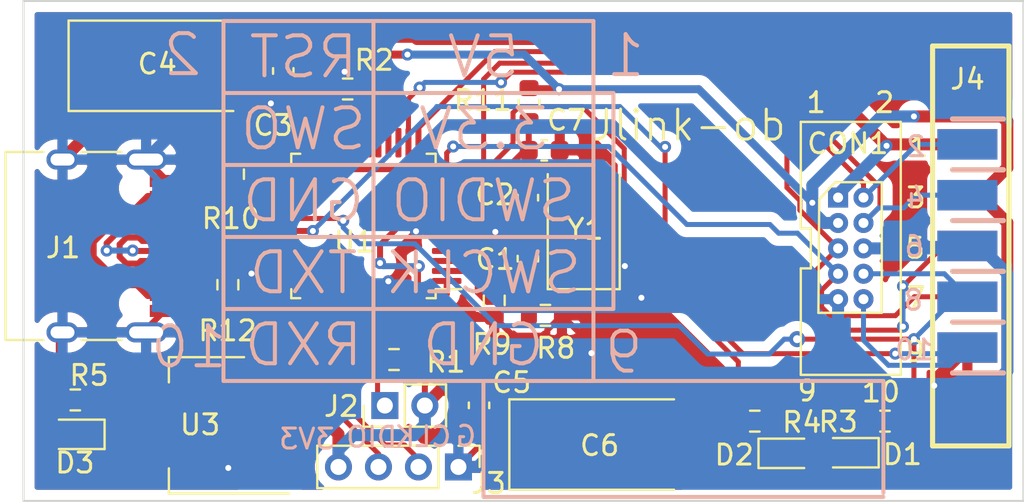
<source format=kicad_pcb>
(kicad_pcb (version 20171130) (host pcbnew "(5.1.9-0-10_14)")

  (general
    (thickness 1.6)
    (drawings 54)
    (tracks 444)
    (zones 0)
    (modules 28)
    (nets 50)
  )

  (page A4)
  (layers
    (0 F.Cu signal)
    (31 B.Cu signal)
    (32 B.Adhes user)
    (33 F.Adhes user)
    (34 B.Paste user)
    (35 F.Paste user)
    (36 B.SilkS user)
    (37 F.SilkS user)
    (38 B.Mask user)
    (39 F.Mask user)
    (40 Dwgs.User user)
    (41 Cmts.User user)
    (42 Eco1.User user)
    (43 Eco2.User user)
    (44 Edge.Cuts user)
    (45 Margin user)
    (46 B.CrtYd user)
    (47 F.CrtYd user)
    (48 B.Fab user hide)
    (49 F.Fab user hide)
  )

  (setup
    (last_trace_width 0.25)
    (user_trace_width 0.3)
    (user_trace_width 0.4)
    (user_trace_width 0.6)
    (trace_clearance 0.2)
    (zone_clearance 0.508)
    (zone_45_only no)
    (trace_min 0.1)
    (via_size 0.8)
    (via_drill 0.4)
    (via_min_size 0.4)
    (via_min_drill 0.3)
    (user_via 0.6 0.3)
    (uvia_size 0.3)
    (uvia_drill 0.1)
    (uvias_allowed no)
    (uvia_min_size 0.2)
    (uvia_min_drill 0.1)
    (edge_width 0.05)
    (segment_width 0.2)
    (pcb_text_width 0.3)
    (pcb_text_size 1.5 1.5)
    (mod_edge_width 0.12)
    (mod_text_size 1 1)
    (mod_text_width 0.15)
    (pad_size 1.524 1.524)
    (pad_drill 0.762)
    (pad_to_mask_clearance 0)
    (aux_axis_origin 0 0)
    (visible_elements FFFFFF7F)
    (pcbplotparams
      (layerselection 0x010fc_ffffffff)
      (usegerberextensions false)
      (usegerberattributes true)
      (usegerberadvancedattributes true)
      (creategerberjobfile true)
      (excludeedgelayer true)
      (linewidth 0.100000)
      (plotframeref false)
      (viasonmask false)
      (mode 1)
      (useauxorigin false)
      (hpglpennumber 1)
      (hpglpenspeed 20)
      (hpglpendiameter 15.000000)
      (psnegative false)
      (psa4output false)
      (plotreference true)
      (plotvalue true)
      (plotinvisibletext false)
      (padsonsilk false)
      (subtractmaskfromsilk false)
      (outputformat 1)
      (mirror false)
      (drillshape 0)
      (scaleselection 1)
      (outputdirectory "jlinkob/"))
  )

  (net 0 "")
  (net 1 "Net-(U1-Pad46)")
  (net 2 "Net-(U1-Pad45)")
  (net 3 "Net-(U1-Pad43)")
  (net 4 "Net-(U1-Pad41)")
  (net 5 "Net-(U1-Pad40)")
  (net 6 "Net-(U1-Pad39)")
  (net 7 "Net-(U1-Pad38)")
  (net 8 "Net-(U1-Pad29)")
  (net 9 "Net-(U1-Pad28)")
  (net 10 "Net-(U1-Pad22)")
  (net 11 "Net-(U1-Pad21)")
  (net 12 "Net-(U1-Pad19)")
  (net 13 "Net-(U1-Pad18)")
  (net 14 "Net-(U1-Pad17)")
  (net 15 "Net-(U1-Pad16)")
  (net 16 "Net-(U1-Pad15)")
  (net 17 "Net-(U1-Pad4)")
  (net 18 "Net-(J1-PadB8)")
  (net 19 "Net-(J1-PadA5)")
  (net 20 "Net-(J1-PadA8)")
  (net 21 "Net-(J1-PadB5)")
  (net 22 GND)
  (net 23 "Net-(C1-Pad1)")
  (net 24 "Net-(C2-Pad1)")
  (net 25 VBUS)
  (net 26 USB_DP)
  (net 27 USB_DM)
  (net 28 +3V3)
  (net 29 m_CLK)
  (net 30 m_DIO)
  (net 31 GREEN)
  (net 32 "Net-(J2-Pad1)")
  (net 33 "Net-(R2-Pad1)")
  (net 34 "Net-(D1-Pad1)")
  (net 35 "Net-(D2-Pad1)")
  (net 36 "Net-(D3-Pad1)")
  (net 37 PA9)
  (net 38 PA3)
  (net 39 PA1)
  (net 40 PA4)
  (net 41 PA2)
  (net 42 PA10)
  (net 43 PB6)
  (net 44 PB13)
  (net 45 PB14)
  (net 46 "Net-(C7-Pad1)")
  (net 47 "Net-(R8-Pad1)")
  (net 48 "Net-(R9-Pad1)")
  (net 49 "Net-(R10-Pad1)")

  (net_class Default "This is the default net class."
    (clearance 0.2)
    (trace_width 0.25)
    (via_dia 0.8)
    (via_drill 0.4)
    (uvia_dia 0.3)
    (uvia_drill 0.1)
    (add_net +3V3)
    (add_net GND)
    (add_net GREEN)
    (add_net "Net-(C1-Pad1)")
    (add_net "Net-(C2-Pad1)")
    (add_net "Net-(C7-Pad1)")
    (add_net "Net-(D1-Pad1)")
    (add_net "Net-(D2-Pad1)")
    (add_net "Net-(D3-Pad1)")
    (add_net "Net-(J1-PadA5)")
    (add_net "Net-(J1-PadA8)")
    (add_net "Net-(J1-PadB5)")
    (add_net "Net-(J1-PadB8)")
    (add_net "Net-(J2-Pad1)")
    (add_net "Net-(R10-Pad1)")
    (add_net "Net-(R2-Pad1)")
    (add_net "Net-(R8-Pad1)")
    (add_net "Net-(R9-Pad1)")
    (add_net "Net-(U1-Pad15)")
    (add_net "Net-(U1-Pad16)")
    (add_net "Net-(U1-Pad17)")
    (add_net "Net-(U1-Pad18)")
    (add_net "Net-(U1-Pad19)")
    (add_net "Net-(U1-Pad21)")
    (add_net "Net-(U1-Pad22)")
    (add_net "Net-(U1-Pad28)")
    (add_net "Net-(U1-Pad29)")
    (add_net "Net-(U1-Pad38)")
    (add_net "Net-(U1-Pad39)")
    (add_net "Net-(U1-Pad4)")
    (add_net "Net-(U1-Pad40)")
    (add_net "Net-(U1-Pad41)")
    (add_net "Net-(U1-Pad43)")
    (add_net "Net-(U1-Pad45)")
    (add_net "Net-(U1-Pad46)")
    (add_net PA1)
    (add_net PA10)
    (add_net PA2)
    (add_net PA3)
    (add_net PA4)
    (add_net PA9)
    (add_net PB13)
    (add_net PB14)
    (add_net PB6)
    (add_net USB_DM)
    (add_net USB_DP)
    (add_net VBUS)
    (add_net m_CLK)
    (add_net m_DIO)
  )

  (module Capacitor_Tantalum_SMD:CP_EIA-7343-43_Kemet-X_Pad2.25x2.55mm_HandSolder (layer F.Cu) (tedit 5EBA9318) (tstamp 601DF0AA)
    (at 128.88 97.18)
    (descr "Tantalum Capacitor SMD Kemet-X (7343-43 Metric), IPC_7351 nominal, (Body size from: http://www.kemet.com/Lists/ProductCatalog/Attachments/253/KEM_TC101_STD.pdf), generated with kicad-footprint-generator")
    (tags "capacitor tantalum")
    (path /6027A233)
    (attr smd)
    (fp_text reference C6 (at -0.07 0.05) (layer F.SilkS)
      (effects (font (size 1 1) (thickness 0.15)))
    )
    (fp_text value C (at 0 3.1) (layer F.Fab)
      (effects (font (size 1 1) (thickness 0.15)))
    )
    (fp_line (start 4.58 2.4) (end -4.58 2.4) (layer F.CrtYd) (width 0.05))
    (fp_line (start 4.58 -2.4) (end 4.58 2.4) (layer F.CrtYd) (width 0.05))
    (fp_line (start -4.58 -2.4) (end 4.58 -2.4) (layer F.CrtYd) (width 0.05))
    (fp_line (start -4.58 2.4) (end -4.58 -2.4) (layer F.CrtYd) (width 0.05))
    (fp_line (start -4.585 2.26) (end 3.65 2.26) (layer F.SilkS) (width 0.12))
    (fp_line (start -4.585 -2.26) (end -4.585 2.26) (layer F.SilkS) (width 0.12))
    (fp_line (start 3.65 -2.26) (end -4.585 -2.26) (layer F.SilkS) (width 0.12))
    (fp_line (start 3.65 2.15) (end 3.65 -2.15) (layer F.Fab) (width 0.1))
    (fp_line (start -3.65 2.15) (end 3.65 2.15) (layer F.Fab) (width 0.1))
    (fp_line (start -3.65 -1.15) (end -3.65 2.15) (layer F.Fab) (width 0.1))
    (fp_line (start -2.65 -2.15) (end -3.65 -1.15) (layer F.Fab) (width 0.1))
    (fp_line (start 3.65 -2.15) (end -2.65 -2.15) (layer F.Fab) (width 0.1))
    (fp_text user %R (at 0 0) (layer F.Fab)
      (effects (font (size 1 1) (thickness 0.15)))
    )
    (pad 2 smd roundrect (at 3.2 0) (size 2.25 2.55) (layers F.Cu F.Paste F.Mask) (roundrect_rratio 0.1111106666666667)
      (net 28 +3V3))
    (pad 1 smd roundrect (at -3.2 0) (size 2.25 2.55) (layers F.Cu F.Paste F.Mask) (roundrect_rratio 0.1111106666666667)
      (net 22 GND))
    (model ${KISYS3DMOD}/Capacitor_Tantalum_SMD.3dshapes/CP_EIA-7343-43_Kemet-X.wrl
      (at (xyz 0 0 0))
      (scale (xyz 1 1 1))
      (rotate (xyz 0 0 0))
    )
  )

  (module Capacitor_Tantalum_SMD:CP_EIA-7343-43_Kemet-X_Pad2.25x2.55mm_HandSolder (layer F.Cu) (tedit 5EBA9318) (tstamp 601DF088)
    (at 106.84 78.24)
    (descr "Tantalum Capacitor SMD Kemet-X (7343-43 Metric), IPC_7351 nominal, (Body size from: http://www.kemet.com/Lists/ProductCatalog/Attachments/253/KEM_TC101_STD.pdf), generated with kicad-footprint-generator")
    (tags "capacitor tantalum")
    (path /60279B50)
    (attr smd)
    (fp_text reference C4 (at -0.15 -0.09) (layer F.SilkS)
      (effects (font (size 1 1) (thickness 0.15)))
    )
    (fp_text value C (at 0 3.1) (layer F.Fab)
      (effects (font (size 1 1) (thickness 0.15)))
    )
    (fp_line (start 4.58 2.4) (end -4.58 2.4) (layer F.CrtYd) (width 0.05))
    (fp_line (start 4.58 -2.4) (end 4.58 2.4) (layer F.CrtYd) (width 0.05))
    (fp_line (start -4.58 -2.4) (end 4.58 -2.4) (layer F.CrtYd) (width 0.05))
    (fp_line (start -4.58 2.4) (end -4.58 -2.4) (layer F.CrtYd) (width 0.05))
    (fp_line (start -4.585 2.26) (end 3.65 2.26) (layer F.SilkS) (width 0.12))
    (fp_line (start -4.585 -2.26) (end -4.585 2.26) (layer F.SilkS) (width 0.12))
    (fp_line (start 3.65 -2.26) (end -4.585 -2.26) (layer F.SilkS) (width 0.12))
    (fp_line (start 3.65 2.15) (end 3.65 -2.15) (layer F.Fab) (width 0.1))
    (fp_line (start -3.65 2.15) (end 3.65 2.15) (layer F.Fab) (width 0.1))
    (fp_line (start -3.65 -1.15) (end -3.65 2.15) (layer F.Fab) (width 0.1))
    (fp_line (start -2.65 -2.15) (end -3.65 -1.15) (layer F.Fab) (width 0.1))
    (fp_line (start 3.65 -2.15) (end -2.65 -2.15) (layer F.Fab) (width 0.1))
    (fp_text user %R (at 0 0) (layer F.Fab)
      (effects (font (size 1 1) (thickness 0.15)))
    )
    (pad 2 smd roundrect (at 3.2 0) (size 2.25 2.55) (layers F.Cu F.Paste F.Mask) (roundrect_rratio 0.1111106666666667)
      (net 25 VBUS))
    (pad 1 smd roundrect (at -3.2 0) (size 2.25 2.55) (layers F.Cu F.Paste F.Mask) (roundrect_rratio 0.1111106666666667)
      (net 22 GND))
    (model ${KISYS3DMOD}/Capacitor_Tantalum_SMD.3dshapes/CP_EIA-7343-43_Kemet-X.wrl
      (at (xyz 0 0 0))
      (scale (xyz 1 1 1))
      (rotate (xyz 0 0 0))
    )
  )

  (module Crystal:Crystal_SMD_5032-2Pin_5.0x3.2mm (layer F.Cu) (tedit 5A0FD1B2) (tstamp 60280DD1)
    (at 128.016 86.36 90)
    (descr "SMD Crystal SERIES SMD2520/2 http://www.icbase.com/File/PDF/HKC/HKC00061008.pdf, 5.0x3.2mm^2 package")
    (tags "SMD SMT crystal")
    (path /6028BE64)
    (attr smd)
    (fp_text reference Y1 (at -0.05 0.074 180) (layer F.SilkS)
      (effects (font (size 1 1) (thickness 0.15)))
    )
    (fp_text value Crystal_Small (at 0 2.8 90) (layer F.Fab)
      (effects (font (size 1 1) (thickness 0.15)))
    )
    (fp_circle (center 0 0) (end 0.093333 0) (layer F.Adhes) (width 0.186667))
    (fp_circle (center 0 0) (end 0.213333 0) (layer F.Adhes) (width 0.133333))
    (fp_circle (center 0 0) (end 0.333333 0) (layer F.Adhes) (width 0.133333))
    (fp_circle (center 0 0) (end 0.4 0) (layer F.Adhes) (width 0.1))
    (fp_line (start 3.1 -1.9) (end -3.1 -1.9) (layer F.CrtYd) (width 0.05))
    (fp_line (start 3.1 1.9) (end 3.1 -1.9) (layer F.CrtYd) (width 0.05))
    (fp_line (start -3.1 1.9) (end 3.1 1.9) (layer F.CrtYd) (width 0.05))
    (fp_line (start -3.1 -1.9) (end -3.1 1.9) (layer F.CrtYd) (width 0.05))
    (fp_line (start -3.05 1.8) (end 2.7 1.8) (layer F.SilkS) (width 0.12))
    (fp_line (start -3.05 -1.8) (end -3.05 1.8) (layer F.SilkS) (width 0.12))
    (fp_line (start 2.7 -1.8) (end -3.05 -1.8) (layer F.SilkS) (width 0.12))
    (fp_line (start -2.5 0.6) (end -1.5 1.6) (layer F.Fab) (width 0.1))
    (fp_line (start -2.5 -1.4) (end -2.3 -1.6) (layer F.Fab) (width 0.1))
    (fp_line (start -2.5 1.4) (end -2.5 -1.4) (layer F.Fab) (width 0.1))
    (fp_line (start -2.3 1.6) (end -2.5 1.4) (layer F.Fab) (width 0.1))
    (fp_line (start 2.3 1.6) (end -2.3 1.6) (layer F.Fab) (width 0.1))
    (fp_line (start 2.5 1.4) (end 2.3 1.6) (layer F.Fab) (width 0.1))
    (fp_line (start 2.5 -1.4) (end 2.5 1.4) (layer F.Fab) (width 0.1))
    (fp_line (start 2.3 -1.6) (end 2.5 -1.4) (layer F.Fab) (width 0.1))
    (fp_line (start -2.3 -1.6) (end 2.3 -1.6) (layer F.Fab) (width 0.1))
    (fp_text user %R (at 0 0 90) (layer F.Fab)
      (effects (font (size 1 1) (thickness 0.15)))
    )
    (pad 2 smd rect (at 1.85 0 90) (size 2 2.4) (layers F.Cu F.Paste F.Mask)
      (net 24 "Net-(C2-Pad1)"))
    (pad 1 smd rect (at -1.85 0 90) (size 2 2.4) (layers F.Cu F.Paste F.Mask)
      (net 23 "Net-(C1-Pad1)"))
    (model ${KISYS3DMOD}/Crystal.3dshapes/Crystal_SMD_5032-2Pin_5.0x3.2mm.wrl
      (at (xyz 0 0 0))
      (scale (xyz 1 1 1))
      (rotate (xyz 0 0 0))
    )
  )

  (module Resistor_SMD:R_0603_1608Metric (layer F.Cu) (tedit 5F68FEEE) (tstamp 601E5999)
    (at 110.22 89.19 270)
    (descr "Resistor SMD 0603 (1608 Metric), square (rectangular) end terminal, IPC_7351 nominal, (Body size source: IPC-SM-782 page 72, https://www.pcb-3d.com/wordpress/wp-content/uploads/ipc-sm-782a_amendment_1_and_2.pdf), generated with kicad-footprint-generator")
    (tags resistor)
    (path /6036134C)
    (attr smd)
    (fp_text reference R12 (at 2.3 0.02 180) (layer F.SilkS)
      (effects (font (size 1 1) (thickness 0.15)))
    )
    (fp_text value 10k (at 0 1.43 90) (layer F.Fab)
      (effects (font (size 1 1) (thickness 0.15)))
    )
    (fp_line (start 1.48 0.73) (end -1.48 0.73) (layer F.CrtYd) (width 0.05))
    (fp_line (start 1.48 -0.73) (end 1.48 0.73) (layer F.CrtYd) (width 0.05))
    (fp_line (start -1.48 -0.73) (end 1.48 -0.73) (layer F.CrtYd) (width 0.05))
    (fp_line (start -1.48 0.73) (end -1.48 -0.73) (layer F.CrtYd) (width 0.05))
    (fp_line (start -0.237258 0.5225) (end 0.237258 0.5225) (layer F.SilkS) (width 0.12))
    (fp_line (start -0.237258 -0.5225) (end 0.237258 -0.5225) (layer F.SilkS) (width 0.12))
    (fp_line (start 0.8 0.4125) (end -0.8 0.4125) (layer F.Fab) (width 0.1))
    (fp_line (start 0.8 -0.4125) (end 0.8 0.4125) (layer F.Fab) (width 0.1))
    (fp_line (start -0.8 -0.4125) (end 0.8 -0.4125) (layer F.Fab) (width 0.1))
    (fp_line (start -0.8 0.4125) (end -0.8 -0.4125) (layer F.Fab) (width 0.1))
    (fp_text user %R (at 0 0 90) (layer F.Fab)
      (effects (font (size 0.4 0.4) (thickness 0.06)))
    )
    (pad 2 smd roundrect (at 0.825 0 270) (size 0.8 0.95) (layers F.Cu F.Paste F.Mask) (roundrect_rratio 0.25)
      (net 28 +3V3))
    (pad 1 smd roundrect (at -0.825 0 270) (size 0.8 0.95) (layers F.Cu F.Paste F.Mask) (roundrect_rratio 0.25)
      (net 26 USB_DP))
    (model ${KISYS3DMOD}/Resistor_SMD.3dshapes/R_0603_1608Metric.wrl
      (at (xyz 0 0 0))
      (scale (xyz 1 1 1))
      (rotate (xyz 0 0 0))
    )
  )

  (module Resistor_SMD:R_0603_1608Metric (layer F.Cu) (tedit 5F68FEEE) (tstamp 601E5988)
    (at 125.28 80.18 90)
    (descr "Resistor SMD 0603 (1608 Metric), square (rectangular) end terminal, IPC_7351 nominal, (Body size source: IPC-SM-782 page 72, https://www.pcb-3d.com/wordpress/wp-content/uploads/ipc-sm-782a_amendment_1_and_2.pdf), generated with kicad-footprint-generator")
    (tags resistor)
    (path /602FE7F8)
    (attr smd)
    (fp_text reference R11 (at 0.21 -2.31 180) (layer F.SilkS)
      (effects (font (size 1 1) (thickness 0.15)))
    )
    (fp_text value 10k (at 0 1.43 90) (layer F.Fab)
      (effects (font (size 1 1) (thickness 0.15)))
    )
    (fp_line (start 1.48 0.73) (end -1.48 0.73) (layer F.CrtYd) (width 0.05))
    (fp_line (start 1.48 -0.73) (end 1.48 0.73) (layer F.CrtYd) (width 0.05))
    (fp_line (start -1.48 -0.73) (end 1.48 -0.73) (layer F.CrtYd) (width 0.05))
    (fp_line (start -1.48 0.73) (end -1.48 -0.73) (layer F.CrtYd) (width 0.05))
    (fp_line (start -0.237258 0.5225) (end 0.237258 0.5225) (layer F.SilkS) (width 0.12))
    (fp_line (start -0.237258 -0.5225) (end 0.237258 -0.5225) (layer F.SilkS) (width 0.12))
    (fp_line (start 0.8 0.4125) (end -0.8 0.4125) (layer F.Fab) (width 0.1))
    (fp_line (start 0.8 -0.4125) (end 0.8 0.4125) (layer F.Fab) (width 0.1))
    (fp_line (start -0.8 -0.4125) (end 0.8 -0.4125) (layer F.Fab) (width 0.1))
    (fp_line (start -0.8 0.4125) (end -0.8 -0.4125) (layer F.Fab) (width 0.1))
    (fp_text user %R (at 0 0 90) (layer F.Fab)
      (effects (font (size 0.4 0.4) (thickness 0.06)))
    )
    (pad 2 smd roundrect (at 0.825 0 90) (size 0.8 0.95) (layers F.Cu F.Paste F.Mask) (roundrect_rratio 0.25)
      (net 28 +3V3))
    (pad 1 smd roundrect (at -0.825 0 90) (size 0.8 0.95) (layers F.Cu F.Paste F.Mask) (roundrect_rratio 0.25)
      (net 46 "Net-(C7-Pad1)"))
    (model ${KISYS3DMOD}/Resistor_SMD.3dshapes/R_0603_1608Metric.wrl
      (at (xyz 0 0 0))
      (scale (xyz 1 1 1))
      (rotate (xyz 0 0 0))
    )
  )

  (module Resistor_SMD:R_0603_1608Metric (layer F.Cu) (tedit 5F68FEEE) (tstamp 601E5977)
    (at 110.5 83.66 270)
    (descr "Resistor SMD 0603 (1608 Metric), square (rectangular) end terminal, IPC_7351 nominal, (Body size source: IPC-SM-782 page 72, https://www.pcb-3d.com/wordpress/wp-content/uploads/ipc-sm-782a_amendment_1_and_2.pdf), generated with kicad-footprint-generator")
    (tags resistor)
    (path /6038C99B)
    (attr smd)
    (fp_text reference R10 (at 2.22 0.13 180) (layer F.SilkS)
      (effects (font (size 1 1) (thickness 0.15)))
    )
    (fp_text value 10k (at 0 1.43 90) (layer F.Fab)
      (effects (font (size 1 1) (thickness 0.15)))
    )
    (fp_line (start 1.48 0.73) (end -1.48 0.73) (layer F.CrtYd) (width 0.05))
    (fp_line (start 1.48 -0.73) (end 1.48 0.73) (layer F.CrtYd) (width 0.05))
    (fp_line (start -1.48 -0.73) (end 1.48 -0.73) (layer F.CrtYd) (width 0.05))
    (fp_line (start -1.48 0.73) (end -1.48 -0.73) (layer F.CrtYd) (width 0.05))
    (fp_line (start -0.237258 0.5225) (end 0.237258 0.5225) (layer F.SilkS) (width 0.12))
    (fp_line (start -0.237258 -0.5225) (end 0.237258 -0.5225) (layer F.SilkS) (width 0.12))
    (fp_line (start 0.8 0.4125) (end -0.8 0.4125) (layer F.Fab) (width 0.1))
    (fp_line (start 0.8 -0.4125) (end 0.8 0.4125) (layer F.Fab) (width 0.1))
    (fp_line (start -0.8 -0.4125) (end 0.8 -0.4125) (layer F.Fab) (width 0.1))
    (fp_line (start -0.8 0.4125) (end -0.8 -0.4125) (layer F.Fab) (width 0.1))
    (fp_text user %R (at 0 0 90) (layer F.Fab)
      (effects (font (size 0.4 0.4) (thickness 0.06)))
    )
    (pad 2 smd roundrect (at 0.825 0 270) (size 0.8 0.95) (layers F.Cu F.Paste F.Mask) (roundrect_rratio 0.25)
      (net 45 PB14))
    (pad 1 smd roundrect (at -0.825 0 270) (size 0.8 0.95) (layers F.Cu F.Paste F.Mask) (roundrect_rratio 0.25)
      (net 49 "Net-(R10-Pad1)"))
    (model ${KISYS3DMOD}/Resistor_SMD.3dshapes/R_0603_1608Metric.wrl
      (at (xyz 0 0 0))
      (scale (xyz 1 1 1))
      (rotate (xyz 0 0 0))
    )
  )

  (module Resistor_SMD:R_0603_1608Metric (layer F.Cu) (tedit 5F68FEEE) (tstamp 601E5966)
    (at 123.54 89.97 270)
    (descr "Resistor SMD 0603 (1608 Metric), square (rectangular) end terminal, IPC_7351 nominal, (Body size source: IPC-SM-782 page 72, https://www.pcb-3d.com/wordpress/wp-content/uploads/ipc-sm-782a_amendment_1_and_2.pdf), generated with kicad-footprint-generator")
    (tags resistor)
    (path /60325C7D)
    (attr smd)
    (fp_text reference R9 (at 2.2 0.11 180) (layer F.SilkS)
      (effects (font (size 1 1) (thickness 0.15)))
    )
    (fp_text value 10k (at 0 1.43 90) (layer F.Fab)
      (effects (font (size 1 1) (thickness 0.15)))
    )
    (fp_line (start 1.48 0.73) (end -1.48 0.73) (layer F.CrtYd) (width 0.05))
    (fp_line (start 1.48 -0.73) (end 1.48 0.73) (layer F.CrtYd) (width 0.05))
    (fp_line (start -1.48 -0.73) (end 1.48 -0.73) (layer F.CrtYd) (width 0.05))
    (fp_line (start -1.48 0.73) (end -1.48 -0.73) (layer F.CrtYd) (width 0.05))
    (fp_line (start -0.237258 0.5225) (end 0.237258 0.5225) (layer F.SilkS) (width 0.12))
    (fp_line (start -0.237258 -0.5225) (end 0.237258 -0.5225) (layer F.SilkS) (width 0.12))
    (fp_line (start 0.8 0.4125) (end -0.8 0.4125) (layer F.Fab) (width 0.1))
    (fp_line (start 0.8 -0.4125) (end 0.8 0.4125) (layer F.Fab) (width 0.1))
    (fp_line (start -0.8 -0.4125) (end 0.8 -0.4125) (layer F.Fab) (width 0.1))
    (fp_line (start -0.8 0.4125) (end -0.8 -0.4125) (layer F.Fab) (width 0.1))
    (fp_text user %R (at 0 0 90) (layer F.Fab)
      (effects (font (size 0.4 0.4) (thickness 0.06)))
    )
    (pad 2 smd roundrect (at 0.825 0 270) (size 0.8 0.95) (layers F.Cu F.Paste F.Mask) (roundrect_rratio 0.25)
      (net 22 GND))
    (pad 1 smd roundrect (at -0.825 0 270) (size 0.8 0.95) (layers F.Cu F.Paste F.Mask) (roundrect_rratio 0.25)
      (net 48 "Net-(R9-Pad1)"))
    (model ${KISYS3DMOD}/Resistor_SMD.3dshapes/R_0603_1608Metric.wrl
      (at (xyz 0 0 0))
      (scale (xyz 1 1 1))
      (rotate (xyz 0 0 0))
    )
  )

  (module Resistor_SMD:R_0603_1608Metric (layer F.Cu) (tedit 5F68FEEE) (tstamp 601E5955)
    (at 126.1 90.72)
    (descr "Resistor SMD 0603 (1608 Metric), square (rectangular) end terminal, IPC_7351 nominal, (Body size source: IPC-SM-782 page 72, https://www.pcb-3d.com/wordpress/wp-content/uploads/ipc-sm-782a_amendment_1_and_2.pdf), generated with kicad-footprint-generator")
    (tags resistor)
    (path /603247FA)
    (attr smd)
    (fp_text reference R8 (at 0.52 1.64) (layer F.SilkS)
      (effects (font (size 1 1) (thickness 0.15)))
    )
    (fp_text value 10k (at 0 1.43) (layer F.Fab)
      (effects (font (size 1 1) (thickness 0.15)))
    )
    (fp_line (start 1.48 0.73) (end -1.48 0.73) (layer F.CrtYd) (width 0.05))
    (fp_line (start 1.48 -0.73) (end 1.48 0.73) (layer F.CrtYd) (width 0.05))
    (fp_line (start -1.48 -0.73) (end 1.48 -0.73) (layer F.CrtYd) (width 0.05))
    (fp_line (start -1.48 0.73) (end -1.48 -0.73) (layer F.CrtYd) (width 0.05))
    (fp_line (start -0.237258 0.5225) (end 0.237258 0.5225) (layer F.SilkS) (width 0.12))
    (fp_line (start -0.237258 -0.5225) (end 0.237258 -0.5225) (layer F.SilkS) (width 0.12))
    (fp_line (start 0.8 0.4125) (end -0.8 0.4125) (layer F.Fab) (width 0.1))
    (fp_line (start 0.8 -0.4125) (end 0.8 0.4125) (layer F.Fab) (width 0.1))
    (fp_line (start -0.8 -0.4125) (end 0.8 -0.4125) (layer F.Fab) (width 0.1))
    (fp_line (start -0.8 0.4125) (end -0.8 -0.4125) (layer F.Fab) (width 0.1))
    (fp_text user %R (at 0 0) (layer F.Fab)
      (effects (font (size 0.4 0.4) (thickness 0.06)))
    )
    (pad 2 smd roundrect (at 0.825 0) (size 0.8 0.95) (layers F.Cu F.Paste F.Mask) (roundrect_rratio 0.25)
      (net 22 GND))
    (pad 1 smd roundrect (at -0.825 0) (size 0.8 0.95) (layers F.Cu F.Paste F.Mask) (roundrect_rratio 0.25)
      (net 47 "Net-(R8-Pad1)"))
    (model ${KISYS3DMOD}/Resistor_SMD.3dshapes/R_0603_1608Metric.wrl
      (at (xyz 0 0 0))
      (scale (xyz 1 1 1))
      (rotate (xyz 0 0 0))
    )
  )

  (module Capacitor_SMD:C_0603_1608Metric (layer F.Cu) (tedit 5F68FEEE) (tstamp 601E5684)
    (at 126.04 82.47)
    (descr "Capacitor SMD 0603 (1608 Metric), square (rectangular) end terminal, IPC_7351 nominal, (Body size source: IPC-SM-782 page 76, https://www.pcb-3d.com/wordpress/wp-content/uploads/ipc-sm-782a_amendment_1_and_2.pdf), generated with kicad-footprint-generator")
    (tags capacitor)
    (path /60310AC4)
    (attr smd)
    (fp_text reference C7 (at 1.12 -1.51) (layer F.SilkS)
      (effects (font (size 1 1) (thickness 0.15)))
    )
    (fp_text value C (at 0 1.43) (layer F.Fab)
      (effects (font (size 1 1) (thickness 0.15)))
    )
    (fp_line (start 1.48 0.73) (end -1.48 0.73) (layer F.CrtYd) (width 0.05))
    (fp_line (start 1.48 -0.73) (end 1.48 0.73) (layer F.CrtYd) (width 0.05))
    (fp_line (start -1.48 -0.73) (end 1.48 -0.73) (layer F.CrtYd) (width 0.05))
    (fp_line (start -1.48 0.73) (end -1.48 -0.73) (layer F.CrtYd) (width 0.05))
    (fp_line (start -0.14058 0.51) (end 0.14058 0.51) (layer F.SilkS) (width 0.12))
    (fp_line (start -0.14058 -0.51) (end 0.14058 -0.51) (layer F.SilkS) (width 0.12))
    (fp_line (start 0.8 0.4) (end -0.8 0.4) (layer F.Fab) (width 0.1))
    (fp_line (start 0.8 -0.4) (end 0.8 0.4) (layer F.Fab) (width 0.1))
    (fp_line (start -0.8 -0.4) (end 0.8 -0.4) (layer F.Fab) (width 0.1))
    (fp_line (start -0.8 0.4) (end -0.8 -0.4) (layer F.Fab) (width 0.1))
    (fp_text user %R (at 0 0) (layer F.Fab)
      (effects (font (size 0.4 0.4) (thickness 0.06)))
    )
    (pad 2 smd roundrect (at 0.775 0) (size 0.9 0.95) (layers F.Cu F.Paste F.Mask) (roundrect_rratio 0.25)
      (net 22 GND))
    (pad 1 smd roundrect (at -0.775 0) (size 0.9 0.95) (layers F.Cu F.Paste F.Mask) (roundrect_rratio 0.25)
      (net 46 "Net-(C7-Pad1)"))
    (model ${KISYS3DMOD}/Capacitor_SMD.3dshapes/C_0603_1608Metric.wrl
      (at (xyz 0 0 0))
      (scale (xyz 1 1 1))
      (rotate (xyz 0 0 0))
    )
  )

  (module Capacitor_SMD:C_0603_1608Metric (layer F.Cu) (tedit 5F68FEEE) (tstamp 601DF099)
    (at 122.78 95.22 90)
    (descr "Capacitor SMD 0603 (1608 Metric), square (rectangular) end terminal, IPC_7351 nominal, (Body size source: IPC-SM-782 page 76, https://www.pcb-3d.com/wordpress/wp-content/uploads/ipc-sm-782a_amendment_1_and_2.pdf), generated with kicad-footprint-generator")
    (tags capacitor)
    (path /60279CD3)
    (attr smd)
    (fp_text reference C5 (at 1.14 1.63 180) (layer F.SilkS)
      (effects (font (size 1 1) (thickness 0.15)))
    )
    (fp_text value C (at 0 1.43 90) (layer F.Fab)
      (effects (font (size 1 1) (thickness 0.15)))
    )
    (fp_line (start 1.48 0.73) (end -1.48 0.73) (layer F.CrtYd) (width 0.05))
    (fp_line (start 1.48 -0.73) (end 1.48 0.73) (layer F.CrtYd) (width 0.05))
    (fp_line (start -1.48 -0.73) (end 1.48 -0.73) (layer F.CrtYd) (width 0.05))
    (fp_line (start -1.48 0.73) (end -1.48 -0.73) (layer F.CrtYd) (width 0.05))
    (fp_line (start -0.14058 0.51) (end 0.14058 0.51) (layer F.SilkS) (width 0.12))
    (fp_line (start -0.14058 -0.51) (end 0.14058 -0.51) (layer F.SilkS) (width 0.12))
    (fp_line (start 0.8 0.4) (end -0.8 0.4) (layer F.Fab) (width 0.1))
    (fp_line (start 0.8 -0.4) (end 0.8 0.4) (layer F.Fab) (width 0.1))
    (fp_line (start -0.8 -0.4) (end 0.8 -0.4) (layer F.Fab) (width 0.1))
    (fp_line (start -0.8 0.4) (end -0.8 -0.4) (layer F.Fab) (width 0.1))
    (fp_text user %R (at 0 0 90) (layer F.Fab)
      (effects (font (size 0.4 0.4) (thickness 0.06)))
    )
    (pad 2 smd roundrect (at 0.775 0 90) (size 0.9 0.95) (layers F.Cu F.Paste F.Mask) (roundrect_rratio 0.25)
      (net 28 +3V3))
    (pad 1 smd roundrect (at -0.775 0 90) (size 0.9 0.95) (layers F.Cu F.Paste F.Mask) (roundrect_rratio 0.25)
      (net 22 GND))
    (model ${KISYS3DMOD}/Capacitor_SMD.3dshapes/C_0603_1608Metric.wrl
      (at (xyz 0 0 0))
      (scale (xyz 1 1 1))
      (rotate (xyz 0 0 0))
    )
  )

  (module Capacitor_SMD:C_0603_1608Metric (layer F.Cu) (tedit 5F68FEEE) (tstamp 601DF077)
    (at 112.99 78.5 90)
    (descr "Capacitor SMD 0603 (1608 Metric), square (rectangular) end terminal, IPC_7351 nominal, (Body size source: IPC-SM-782 page 76, https://www.pcb-3d.com/wordpress/wp-content/uploads/ipc-sm-782a_amendment_1_and_2.pdf), generated with kicad-footprint-generator")
    (tags capacitor)
    (path /602791C6)
    (attr smd)
    (fp_text reference C3 (at -2.72 -0.51 180) (layer F.SilkS)
      (effects (font (size 1 1) (thickness 0.15)))
    )
    (fp_text value C (at 0 1.43 90) (layer F.Fab)
      (effects (font (size 1 1) (thickness 0.15)))
    )
    (fp_line (start 1.48 0.73) (end -1.48 0.73) (layer F.CrtYd) (width 0.05))
    (fp_line (start 1.48 -0.73) (end 1.48 0.73) (layer F.CrtYd) (width 0.05))
    (fp_line (start -1.48 -0.73) (end 1.48 -0.73) (layer F.CrtYd) (width 0.05))
    (fp_line (start -1.48 0.73) (end -1.48 -0.73) (layer F.CrtYd) (width 0.05))
    (fp_line (start -0.14058 0.51) (end 0.14058 0.51) (layer F.SilkS) (width 0.12))
    (fp_line (start -0.14058 -0.51) (end 0.14058 -0.51) (layer F.SilkS) (width 0.12))
    (fp_line (start 0.8 0.4) (end -0.8 0.4) (layer F.Fab) (width 0.1))
    (fp_line (start 0.8 -0.4) (end 0.8 0.4) (layer F.Fab) (width 0.1))
    (fp_line (start -0.8 -0.4) (end 0.8 -0.4) (layer F.Fab) (width 0.1))
    (fp_line (start -0.8 0.4) (end -0.8 -0.4) (layer F.Fab) (width 0.1))
    (fp_text user %R (at 0 0 90) (layer F.Fab)
      (effects (font (size 0.4 0.4) (thickness 0.06)))
    )
    (pad 2 smd roundrect (at 0.775 0 90) (size 0.9 0.95) (layers F.Cu F.Paste F.Mask) (roundrect_rratio 0.25)
      (net 25 VBUS))
    (pad 1 smd roundrect (at -0.775 0 90) (size 0.9 0.95) (layers F.Cu F.Paste F.Mask) (roundrect_rratio 0.25)
      (net 22 GND))
    (model ${KISYS3DMOD}/Capacitor_SMD.3dshapes/C_0603_1608Metric.wrl
      (at (xyz 0 0 0))
      (scale (xyz 1 1 1))
      (rotate (xyz 0 0 0))
    )
  )

  (module Capacitor_SMD:C_0603_1608Metric (layer F.Cu) (tedit 5F68FEEE) (tstamp 601DD9AE)
    (at 125.222 84.836 270)
    (descr "Capacitor SMD 0603 (1608 Metric), square (rectangular) end terminal, IPC_7351 nominal, (Body size source: IPC-SM-782 page 76, https://www.pcb-3d.com/wordpress/wp-content/uploads/ipc-sm-782a_amendment_1_and_2.pdf), generated with kicad-footprint-generator")
    (tags capacitor)
    (path /6021516C)
    (attr smd)
    (fp_text reference C2 (at -0.146 1.652 180) (layer F.SilkS)
      (effects (font (size 1 1) (thickness 0.15)))
    )
    (fp_text value C (at 0 1.43 90) (layer F.Fab)
      (effects (font (size 1 1) (thickness 0.15)))
    )
    (fp_line (start 1.48 0.73) (end -1.48 0.73) (layer F.CrtYd) (width 0.05))
    (fp_line (start 1.48 -0.73) (end 1.48 0.73) (layer F.CrtYd) (width 0.05))
    (fp_line (start -1.48 -0.73) (end 1.48 -0.73) (layer F.CrtYd) (width 0.05))
    (fp_line (start -1.48 0.73) (end -1.48 -0.73) (layer F.CrtYd) (width 0.05))
    (fp_line (start -0.14058 0.51) (end 0.14058 0.51) (layer F.SilkS) (width 0.12))
    (fp_line (start -0.14058 -0.51) (end 0.14058 -0.51) (layer F.SilkS) (width 0.12))
    (fp_line (start 0.8 0.4) (end -0.8 0.4) (layer F.Fab) (width 0.1))
    (fp_line (start 0.8 -0.4) (end 0.8 0.4) (layer F.Fab) (width 0.1))
    (fp_line (start -0.8 -0.4) (end 0.8 -0.4) (layer F.Fab) (width 0.1))
    (fp_line (start -0.8 0.4) (end -0.8 -0.4) (layer F.Fab) (width 0.1))
    (fp_text user %R (at 0 0 90) (layer F.Fab)
      (effects (font (size 0.4 0.4) (thickness 0.06)))
    )
    (pad 2 smd roundrect (at 0.775 0 270) (size 0.9 0.95) (layers F.Cu F.Paste F.Mask) (roundrect_rratio 0.25)
      (net 22 GND))
    (pad 1 smd roundrect (at -0.775 0 270) (size 0.9 0.95) (layers F.Cu F.Paste F.Mask) (roundrect_rratio 0.25)
      (net 24 "Net-(C2-Pad1)"))
    (model ${KISYS3DMOD}/Capacitor_SMD.3dshapes/C_0603_1608Metric.wrl
      (at (xyz 0 0 0))
      (scale (xyz 1 1 1))
      (rotate (xyz 0 0 0))
    )
  )

  (module Capacitor_SMD:C_0603_1608Metric (layer F.Cu) (tedit 5F68FEEE) (tstamp 601DD99D)
    (at 125.222 87.884 90)
    (descr "Capacitor SMD 0603 (1608 Metric), square (rectangular) end terminal, IPC_7351 nominal, (Body size source: IPC-SM-782 page 76, https://www.pcb-3d.com/wordpress/wp-content/uploads/ipc-sm-782a_amendment_1_and_2.pdf), generated with kicad-footprint-generator")
    (tags capacitor)
    (path /602141F3)
    (attr smd)
    (fp_text reference C1 (at -0.036 -1.632 180) (layer F.SilkS)
      (effects (font (size 1 1) (thickness 0.15)))
    )
    (fp_text value C (at 0 1.43 90) (layer F.Fab)
      (effects (font (size 1 1) (thickness 0.15)))
    )
    (fp_line (start 1.48 0.73) (end -1.48 0.73) (layer F.CrtYd) (width 0.05))
    (fp_line (start 1.48 -0.73) (end 1.48 0.73) (layer F.CrtYd) (width 0.05))
    (fp_line (start -1.48 -0.73) (end 1.48 -0.73) (layer F.CrtYd) (width 0.05))
    (fp_line (start -1.48 0.73) (end -1.48 -0.73) (layer F.CrtYd) (width 0.05))
    (fp_line (start -0.14058 0.51) (end 0.14058 0.51) (layer F.SilkS) (width 0.12))
    (fp_line (start -0.14058 -0.51) (end 0.14058 -0.51) (layer F.SilkS) (width 0.12))
    (fp_line (start 0.8 0.4) (end -0.8 0.4) (layer F.Fab) (width 0.1))
    (fp_line (start 0.8 -0.4) (end 0.8 0.4) (layer F.Fab) (width 0.1))
    (fp_line (start -0.8 -0.4) (end 0.8 -0.4) (layer F.Fab) (width 0.1))
    (fp_line (start -0.8 0.4) (end -0.8 -0.4) (layer F.Fab) (width 0.1))
    (fp_text user %R (at 0 0 90) (layer F.Fab)
      (effects (font (size 0.4 0.4) (thickness 0.06)))
    )
    (pad 2 smd roundrect (at 0.775 0 90) (size 0.9 0.95) (layers F.Cu F.Paste F.Mask) (roundrect_rratio 0.25)
      (net 22 GND))
    (pad 1 smd roundrect (at -0.775 0 90) (size 0.9 0.95) (layers F.Cu F.Paste F.Mask) (roundrect_rratio 0.25)
      (net 23 "Net-(C1-Pad1)"))
    (model ${KISYS3DMOD}/Capacitor_SMD.3dshapes/C_0603_1608Metric.wrl
      (at (xyz 0 0 0))
      (scale (xyz 1 1 1))
      (rotate (xyz 0 0 0))
    )
  )

  (module Package_QFP:LQFP-48_7x7mm_P0.5mm (layer F.Cu) (tedit 5D9F72AF) (tstamp 601DA82F)
    (at 117 86.25 180)
    (descr "LQFP, 48 Pin (https://www.analog.com/media/en/technical-documentation/data-sheets/ltc2358-16.pdf), generated with kicad-footprint-generator ipc_gullwing_generator.py")
    (tags "LQFP QFP")
    (path /601E4319)
    (attr smd)
    (fp_text reference U1 (at 0.47 -0.8) (layer F.SilkS)
      (effects (font (size 1 1) (thickness 0.15)))
    )
    (fp_text value STM32F103CBTx (at 0 5.85) (layer F.Fab)
      (effects (font (size 1 1) (thickness 0.15)))
    )
    (fp_line (start 5.15 3.15) (end 5.15 0) (layer F.CrtYd) (width 0.05))
    (fp_line (start 3.75 3.15) (end 5.15 3.15) (layer F.CrtYd) (width 0.05))
    (fp_line (start 3.75 3.75) (end 3.75 3.15) (layer F.CrtYd) (width 0.05))
    (fp_line (start 3.15 3.75) (end 3.75 3.75) (layer F.CrtYd) (width 0.05))
    (fp_line (start 3.15 5.15) (end 3.15 3.75) (layer F.CrtYd) (width 0.05))
    (fp_line (start 0 5.15) (end 3.15 5.15) (layer F.CrtYd) (width 0.05))
    (fp_line (start -5.15 3.15) (end -5.15 0) (layer F.CrtYd) (width 0.05))
    (fp_line (start -3.75 3.15) (end -5.15 3.15) (layer F.CrtYd) (width 0.05))
    (fp_line (start -3.75 3.75) (end -3.75 3.15) (layer F.CrtYd) (width 0.05))
    (fp_line (start -3.15 3.75) (end -3.75 3.75) (layer F.CrtYd) (width 0.05))
    (fp_line (start -3.15 5.15) (end -3.15 3.75) (layer F.CrtYd) (width 0.05))
    (fp_line (start 0 5.15) (end -3.15 5.15) (layer F.CrtYd) (width 0.05))
    (fp_line (start 5.15 -3.15) (end 5.15 0) (layer F.CrtYd) (width 0.05))
    (fp_line (start 3.75 -3.15) (end 5.15 -3.15) (layer F.CrtYd) (width 0.05))
    (fp_line (start 3.75 -3.75) (end 3.75 -3.15) (layer F.CrtYd) (width 0.05))
    (fp_line (start 3.15 -3.75) (end 3.75 -3.75) (layer F.CrtYd) (width 0.05))
    (fp_line (start 3.15 -5.15) (end 3.15 -3.75) (layer F.CrtYd) (width 0.05))
    (fp_line (start 0 -5.15) (end 3.15 -5.15) (layer F.CrtYd) (width 0.05))
    (fp_line (start -5.15 -3.15) (end -5.15 0) (layer F.CrtYd) (width 0.05))
    (fp_line (start -3.75 -3.15) (end -5.15 -3.15) (layer F.CrtYd) (width 0.05))
    (fp_line (start -3.75 -3.75) (end -3.75 -3.15) (layer F.CrtYd) (width 0.05))
    (fp_line (start -3.15 -3.75) (end -3.75 -3.75) (layer F.CrtYd) (width 0.05))
    (fp_line (start -3.15 -5.15) (end -3.15 -3.75) (layer F.CrtYd) (width 0.05))
    (fp_line (start 0 -5.15) (end -3.15 -5.15) (layer F.CrtYd) (width 0.05))
    (fp_line (start -3.5 -2.5) (end -2.5 -3.5) (layer F.Fab) (width 0.1))
    (fp_line (start -3.5 3.5) (end -3.5 -2.5) (layer F.Fab) (width 0.1))
    (fp_line (start 3.5 3.5) (end -3.5 3.5) (layer F.Fab) (width 0.1))
    (fp_line (start 3.5 -3.5) (end 3.5 3.5) (layer F.Fab) (width 0.1))
    (fp_line (start -2.5 -3.5) (end 3.5 -3.5) (layer F.Fab) (width 0.1))
    (fp_line (start -3.61 -3.16) (end -4.9 -3.16) (layer F.SilkS) (width 0.12))
    (fp_line (start -3.61 -3.61) (end -3.61 -3.16) (layer F.SilkS) (width 0.12))
    (fp_line (start -3.16 -3.61) (end -3.61 -3.61) (layer F.SilkS) (width 0.12))
    (fp_line (start 3.61 -3.61) (end 3.61 -3.16) (layer F.SilkS) (width 0.12))
    (fp_line (start 3.16 -3.61) (end 3.61 -3.61) (layer F.SilkS) (width 0.12))
    (fp_line (start -3.61 3.61) (end -3.61 3.16) (layer F.SilkS) (width 0.12))
    (fp_line (start -3.16 3.61) (end -3.61 3.61) (layer F.SilkS) (width 0.12))
    (fp_line (start 3.61 3.61) (end 3.61 3.16) (layer F.SilkS) (width 0.12))
    (fp_line (start 3.16 3.61) (end 3.61 3.61) (layer F.SilkS) (width 0.12))
    (fp_text user %R (at 0 0) (layer F.Fab)
      (effects (font (size 1 1) (thickness 0.15)))
    )
    (pad 48 smd roundrect (at -2.75 -4.1625 180) (size 0.3 1.475) (layers F.Cu F.Paste F.Mask) (roundrect_rratio 0.25)
      (net 28 +3V3))
    (pad 47 smd roundrect (at -2.25 -4.1625 180) (size 0.3 1.475) (layers F.Cu F.Paste F.Mask) (roundrect_rratio 0.25)
      (net 22 GND))
    (pad 46 smd roundrect (at -1.75 -4.1625 180) (size 0.3 1.475) (layers F.Cu F.Paste F.Mask) (roundrect_rratio 0.25)
      (net 1 "Net-(U1-Pad46)"))
    (pad 45 smd roundrect (at -1.25 -4.1625 180) (size 0.3 1.475) (layers F.Cu F.Paste F.Mask) (roundrect_rratio 0.25)
      (net 2 "Net-(U1-Pad45)"))
    (pad 44 smd roundrect (at -0.75 -4.1625 180) (size 0.3 1.475) (layers F.Cu F.Paste F.Mask) (roundrect_rratio 0.25)
      (net 32 "Net-(J2-Pad1)"))
    (pad 43 smd roundrect (at -0.25 -4.1625 180) (size 0.3 1.475) (layers F.Cu F.Paste F.Mask) (roundrect_rratio 0.25)
      (net 3 "Net-(U1-Pad43)"))
    (pad 42 smd roundrect (at 0.25 -4.1625 180) (size 0.3 1.475) (layers F.Cu F.Paste F.Mask) (roundrect_rratio 0.25)
      (net 43 PB6))
    (pad 41 smd roundrect (at 0.75 -4.1625 180) (size 0.3 1.475) (layers F.Cu F.Paste F.Mask) (roundrect_rratio 0.25)
      (net 4 "Net-(U1-Pad41)"))
    (pad 40 smd roundrect (at 1.25 -4.1625 180) (size 0.3 1.475) (layers F.Cu F.Paste F.Mask) (roundrect_rratio 0.25)
      (net 5 "Net-(U1-Pad40)"))
    (pad 39 smd roundrect (at 1.75 -4.1625 180) (size 0.3 1.475) (layers F.Cu F.Paste F.Mask) (roundrect_rratio 0.25)
      (net 6 "Net-(U1-Pad39)"))
    (pad 38 smd roundrect (at 2.25 -4.1625 180) (size 0.3 1.475) (layers F.Cu F.Paste F.Mask) (roundrect_rratio 0.25)
      (net 7 "Net-(U1-Pad38)"))
    (pad 37 smd roundrect (at 2.75 -4.1625 180) (size 0.3 1.475) (layers F.Cu F.Paste F.Mask) (roundrect_rratio 0.25)
      (net 29 m_CLK))
    (pad 36 smd roundrect (at 4.1625 -2.75 180) (size 1.475 0.3) (layers F.Cu F.Paste F.Mask) (roundrect_rratio 0.25)
      (net 28 +3V3))
    (pad 35 smd roundrect (at 4.1625 -2.25 180) (size 1.475 0.3) (layers F.Cu F.Paste F.Mask) (roundrect_rratio 0.25)
      (net 22 GND))
    (pad 34 smd roundrect (at 4.1625 -1.75 180) (size 1.475 0.3) (layers F.Cu F.Paste F.Mask) (roundrect_rratio 0.25)
      (net 30 m_DIO))
    (pad 33 smd roundrect (at 4.1625 -1.25 180) (size 1.475 0.3) (layers F.Cu F.Paste F.Mask) (roundrect_rratio 0.25)
      (net 26 USB_DP))
    (pad 32 smd roundrect (at 4.1625 -0.75 180) (size 1.475 0.3) (layers F.Cu F.Paste F.Mask) (roundrect_rratio 0.25)
      (net 27 USB_DM))
    (pad 31 smd roundrect (at 4.1625 -0.25 180) (size 1.475 0.3) (layers F.Cu F.Paste F.Mask) (roundrect_rratio 0.25)
      (net 42 PA10))
    (pad 30 smd roundrect (at 4.1625 0.25 180) (size 1.475 0.3) (layers F.Cu F.Paste F.Mask) (roundrect_rratio 0.25)
      (net 37 PA9))
    (pad 29 smd roundrect (at 4.1625 0.75 180) (size 1.475 0.3) (layers F.Cu F.Paste F.Mask) (roundrect_rratio 0.25)
      (net 8 "Net-(U1-Pad29)"))
    (pad 28 smd roundrect (at 4.1625 1.25 180) (size 1.475 0.3) (layers F.Cu F.Paste F.Mask) (roundrect_rratio 0.25)
      (net 9 "Net-(U1-Pad28)"))
    (pad 27 smd roundrect (at 4.1625 1.75 180) (size 1.475 0.3) (layers F.Cu F.Paste F.Mask) (roundrect_rratio 0.25)
      (net 45 PB14))
    (pad 26 smd roundrect (at 4.1625 2.25 180) (size 1.475 0.3) (layers F.Cu F.Paste F.Mask) (roundrect_rratio 0.25)
      (net 44 PB13))
    (pad 25 smd roundrect (at 4.1625 2.75 180) (size 1.475 0.3) (layers F.Cu F.Paste F.Mask) (roundrect_rratio 0.25)
      (net 49 "Net-(R10-Pad1)"))
    (pad 24 smd roundrect (at 2.75 4.1625 180) (size 0.3 1.475) (layers F.Cu F.Paste F.Mask) (roundrect_rratio 0.25)
      (net 28 +3V3))
    (pad 23 smd roundrect (at 2.25 4.1625 180) (size 0.3 1.475) (layers F.Cu F.Paste F.Mask) (roundrect_rratio 0.25)
      (net 22 GND))
    (pad 22 smd roundrect (at 1.75 4.1625 180) (size 0.3 1.475) (layers F.Cu F.Paste F.Mask) (roundrect_rratio 0.25)
      (net 10 "Net-(U1-Pad22)"))
    (pad 21 smd roundrect (at 1.25 4.1625 180) (size 0.3 1.475) (layers F.Cu F.Paste F.Mask) (roundrect_rratio 0.25)
      (net 11 "Net-(U1-Pad21)"))
    (pad 20 smd roundrect (at 0.75 4.1625 180) (size 0.3 1.475) (layers F.Cu F.Paste F.Mask) (roundrect_rratio 0.25)
      (net 33 "Net-(R2-Pad1)"))
    (pad 19 smd roundrect (at 0.25 4.1625 180) (size 0.3 1.475) (layers F.Cu F.Paste F.Mask) (roundrect_rratio 0.25)
      (net 12 "Net-(U1-Pad19)"))
    (pad 18 smd roundrect (at -0.25 4.1625 180) (size 0.3 1.475) (layers F.Cu F.Paste F.Mask) (roundrect_rratio 0.25)
      (net 13 "Net-(U1-Pad18)"))
    (pad 17 smd roundrect (at -0.75 4.1625 180) (size 0.3 1.475) (layers F.Cu F.Paste F.Mask) (roundrect_rratio 0.25)
      (net 14 "Net-(U1-Pad17)"))
    (pad 16 smd roundrect (at -1.25 4.1625 180) (size 0.3 1.475) (layers F.Cu F.Paste F.Mask) (roundrect_rratio 0.25)
      (net 15 "Net-(U1-Pad16)"))
    (pad 15 smd roundrect (at -1.75 4.1625 180) (size 0.3 1.475) (layers F.Cu F.Paste F.Mask) (roundrect_rratio 0.25)
      (net 16 "Net-(U1-Pad15)"))
    (pad 14 smd roundrect (at -2.25 4.1625 180) (size 0.3 1.475) (layers F.Cu F.Paste F.Mask) (roundrect_rratio 0.25)
      (net 40 PA4))
    (pad 13 smd roundrect (at -2.75 4.1625 180) (size 0.3 1.475) (layers F.Cu F.Paste F.Mask) (roundrect_rratio 0.25)
      (net 38 PA3))
    (pad 12 smd roundrect (at -4.1625 2.75 180) (size 1.475 0.3) (layers F.Cu F.Paste F.Mask) (roundrect_rratio 0.25)
      (net 41 PA2))
    (pad 11 smd roundrect (at -4.1625 2.25 180) (size 1.475 0.3) (layers F.Cu F.Paste F.Mask) (roundrect_rratio 0.25)
      (net 39 PA1))
    (pad 10 smd roundrect (at -4.1625 1.75 180) (size 1.475 0.3) (layers F.Cu F.Paste F.Mask) (roundrect_rratio 0.25)
      (net 31 GREEN))
    (pad 9 smd roundrect (at -4.1625 1.25 180) (size 1.475 0.3) (layers F.Cu F.Paste F.Mask) (roundrect_rratio 0.25)
      (net 28 +3V3))
    (pad 8 smd roundrect (at -4.1625 0.75 180) (size 1.475 0.3) (layers F.Cu F.Paste F.Mask) (roundrect_rratio 0.25)
      (net 22 GND))
    (pad 7 smd roundrect (at -4.1625 0.25 180) (size 1.475 0.3) (layers F.Cu F.Paste F.Mask) (roundrect_rratio 0.25)
      (net 46 "Net-(C7-Pad1)"))
    (pad 6 smd roundrect (at -4.1625 -0.25 180) (size 1.475 0.3) (layers F.Cu F.Paste F.Mask) (roundrect_rratio 0.25)
      (net 24 "Net-(C2-Pad1)"))
    (pad 5 smd roundrect (at -4.1625 -0.75 180) (size 1.475 0.3) (layers F.Cu F.Paste F.Mask) (roundrect_rratio 0.25)
      (net 23 "Net-(C1-Pad1)"))
    (pad 4 smd roundrect (at -4.1625 -1.25 180) (size 1.475 0.3) (layers F.Cu F.Paste F.Mask) (roundrect_rratio 0.25)
      (net 17 "Net-(U1-Pad4)"))
    (pad 3 smd roundrect (at -4.1625 -1.75 180) (size 1.475 0.3) (layers F.Cu F.Paste F.Mask) (roundrect_rratio 0.25)
      (net 48 "Net-(R9-Pad1)"))
    (pad 2 smd roundrect (at -4.1625 -2.25 180) (size 1.475 0.3) (layers F.Cu F.Paste F.Mask) (roundrect_rratio 0.25)
      (net 47 "Net-(R8-Pad1)"))
    (pad 1 smd roundrect (at -4.1625 -2.75 180) (size 1.475 0.3) (layers F.Cu F.Paste F.Mask) (roundrect_rratio 0.25)
      (net 28 +3V3))
    (model ${KISYS3DMOD}/Package_QFP.3dshapes/LQFP-48_7x7mm_P0.5mm.wrl
      (at (xyz 0 0 0))
      (scale (xyz 1 1 1))
      (rotate (xyz 0 0 0))
    )
  )

  (module Resistor_SMD:R_0603_1608Metric (layer F.Cu) (tedit 5F68FEEE) (tstamp 601E1630)
    (at 102.59 94.95)
    (descr "Resistor SMD 0603 (1608 Metric), square (rectangular) end terminal, IPC_7351 nominal, (Body size source: IPC-SM-782 page 72, https://www.pcb-3d.com/wordpress/wp-content/uploads/ipc-sm-782a_amendment_1_and_2.pdf), generated with kicad-footprint-generator")
    (tags resistor)
    (path /602CA5D5)
    (attr smd)
    (fp_text reference R5 (at 0.69 -1.23) (layer F.SilkS)
      (effects (font (size 1 1) (thickness 0.15)))
    )
    (fp_text value 1k (at 0 1.43) (layer F.Fab)
      (effects (font (size 1 1) (thickness 0.15)))
    )
    (fp_line (start 1.48 0.73) (end -1.48 0.73) (layer F.CrtYd) (width 0.05))
    (fp_line (start 1.48 -0.73) (end 1.48 0.73) (layer F.CrtYd) (width 0.05))
    (fp_line (start -1.48 -0.73) (end 1.48 -0.73) (layer F.CrtYd) (width 0.05))
    (fp_line (start -1.48 0.73) (end -1.48 -0.73) (layer F.CrtYd) (width 0.05))
    (fp_line (start -0.237258 0.5225) (end 0.237258 0.5225) (layer F.SilkS) (width 0.12))
    (fp_line (start -0.237258 -0.5225) (end 0.237258 -0.5225) (layer F.SilkS) (width 0.12))
    (fp_line (start 0.8 0.4125) (end -0.8 0.4125) (layer F.Fab) (width 0.1))
    (fp_line (start 0.8 -0.4125) (end 0.8 0.4125) (layer F.Fab) (width 0.1))
    (fp_line (start -0.8 -0.4125) (end 0.8 -0.4125) (layer F.Fab) (width 0.1))
    (fp_line (start -0.8 0.4125) (end -0.8 -0.4125) (layer F.Fab) (width 0.1))
    (fp_text user %R (at 0 0) (layer F.Fab)
      (effects (font (size 0.4 0.4) (thickness 0.06)))
    )
    (pad 2 smd roundrect (at 0.825 0) (size 0.8 0.95) (layers F.Cu F.Paste F.Mask) (roundrect_rratio 0.25)
      (net 36 "Net-(D3-Pad1)"))
    (pad 1 smd roundrect (at -0.825 0) (size 0.8 0.95) (layers F.Cu F.Paste F.Mask) (roundrect_rratio 0.25)
      (net 22 GND))
    (model ${KISYS3DMOD}/Resistor_SMD.3dshapes/R_0603_1608Metric.wrl
      (at (xyz 0 0 0))
      (scale (xyz 1 1 1))
      (rotate (xyz 0 0 0))
    )
  )

  (module Resistor_SMD:R_0603_1608Metric (layer F.Cu) (tedit 5F68FEEE) (tstamp 601E161F)
    (at 136.57 96.01)
    (descr "Resistor SMD 0603 (1608 Metric), square (rectangular) end terminal, IPC_7351 nominal, (Body size source: IPC-SM-782 page 72, https://www.pcb-3d.com/wordpress/wp-content/uploads/ipc-sm-782a_amendment_1_and_2.pdf), generated with kicad-footprint-generator")
    (tags resistor)
    (path /602CA2B3)
    (attr smd)
    (fp_text reference R4 (at 2.35 0.06) (layer F.SilkS)
      (effects (font (size 1 1) (thickness 0.15)))
    )
    (fp_text value 1k (at 0 1.43) (layer F.Fab)
      (effects (font (size 1 1) (thickness 0.15)))
    )
    (fp_line (start 1.48 0.73) (end -1.48 0.73) (layer F.CrtYd) (width 0.05))
    (fp_line (start 1.48 -0.73) (end 1.48 0.73) (layer F.CrtYd) (width 0.05))
    (fp_line (start -1.48 -0.73) (end 1.48 -0.73) (layer F.CrtYd) (width 0.05))
    (fp_line (start -1.48 0.73) (end -1.48 -0.73) (layer F.CrtYd) (width 0.05))
    (fp_line (start -0.237258 0.5225) (end 0.237258 0.5225) (layer F.SilkS) (width 0.12))
    (fp_line (start -0.237258 -0.5225) (end 0.237258 -0.5225) (layer F.SilkS) (width 0.12))
    (fp_line (start 0.8 0.4125) (end -0.8 0.4125) (layer F.Fab) (width 0.1))
    (fp_line (start 0.8 -0.4125) (end 0.8 0.4125) (layer F.Fab) (width 0.1))
    (fp_line (start -0.8 -0.4125) (end 0.8 -0.4125) (layer F.Fab) (width 0.1))
    (fp_line (start -0.8 0.4125) (end -0.8 -0.4125) (layer F.Fab) (width 0.1))
    (fp_text user %R (at 0 0) (layer F.Fab)
      (effects (font (size 0.4 0.4) (thickness 0.06)))
    )
    (pad 2 smd roundrect (at 0.825 0) (size 0.8 0.95) (layers F.Cu F.Paste F.Mask) (roundrect_rratio 0.25)
      (net 35 "Net-(D2-Pad1)"))
    (pad 1 smd roundrect (at -0.825 0) (size 0.8 0.95) (layers F.Cu F.Paste F.Mask) (roundrect_rratio 0.25)
      (net 31 GREEN))
    (model ${KISYS3DMOD}/Resistor_SMD.3dshapes/R_0603_1608Metric.wrl
      (at (xyz 0 0 0))
      (scale (xyz 1 1 1))
      (rotate (xyz 0 0 0))
    )
  )

  (module Resistor_SMD:R_0603_1608Metric (layer F.Cu) (tedit 5F68FEEE) (tstamp 601E160E)
    (at 143.08 96.01 180)
    (descr "Resistor SMD 0603 (1608 Metric), square (rectangular) end terminal, IPC_7351 nominal, (Body size source: IPC-SM-782 page 72, https://www.pcb-3d.com/wordpress/wp-content/uploads/ipc-sm-782a_amendment_1_and_2.pdf), generated with kicad-footprint-generator")
    (tags resistor)
    (path /602C7EAD)
    (attr smd)
    (fp_text reference R3 (at 2.34 -0.04) (layer F.SilkS)
      (effects (font (size 1 1) (thickness 0.15)))
    )
    (fp_text value 1k (at 0 1.43) (layer F.Fab)
      (effects (font (size 1 1) (thickness 0.15)))
    )
    (fp_line (start 1.48 0.73) (end -1.48 0.73) (layer F.CrtYd) (width 0.05))
    (fp_line (start 1.48 -0.73) (end 1.48 0.73) (layer F.CrtYd) (width 0.05))
    (fp_line (start -1.48 -0.73) (end 1.48 -0.73) (layer F.CrtYd) (width 0.05))
    (fp_line (start -1.48 0.73) (end -1.48 -0.73) (layer F.CrtYd) (width 0.05))
    (fp_line (start -0.237258 0.5225) (end 0.237258 0.5225) (layer F.SilkS) (width 0.12))
    (fp_line (start -0.237258 -0.5225) (end 0.237258 -0.5225) (layer F.SilkS) (width 0.12))
    (fp_line (start 0.8 0.4125) (end -0.8 0.4125) (layer F.Fab) (width 0.1))
    (fp_line (start 0.8 -0.4125) (end 0.8 0.4125) (layer F.Fab) (width 0.1))
    (fp_line (start -0.8 -0.4125) (end 0.8 -0.4125) (layer F.Fab) (width 0.1))
    (fp_line (start -0.8 0.4125) (end -0.8 -0.4125) (layer F.Fab) (width 0.1))
    (fp_text user %R (at 0 0) (layer F.Fab)
      (effects (font (size 0.4 0.4) (thickness 0.06)))
    )
    (pad 2 smd roundrect (at 0.825 0 180) (size 0.8 0.95) (layers F.Cu F.Paste F.Mask) (roundrect_rratio 0.25)
      (net 34 "Net-(D1-Pad1)"))
    (pad 1 smd roundrect (at -0.825 0 180) (size 0.8 0.95) (layers F.Cu F.Paste F.Mask) (roundrect_rratio 0.25)
      (net 37 PA9))
    (model ${KISYS3DMOD}/Resistor_SMD.3dshapes/R_0603_1608Metric.wrl
      (at (xyz 0 0 0))
      (scale (xyz 1 1 1))
      (rotate (xyz 0 0 0))
    )
  )

  (module LED_SMD:LED_0603_1608Metric (layer F.Cu) (tedit 5F68FEF1) (tstamp 601E14E5)
    (at 102.57 96.67 180)
    (descr "LED SMD 0603 (1608 Metric), square (rectangular) end terminal, IPC_7351 nominal, (Body size source: http://www.tortai-tech.com/upload/download/2011102023233369053.pdf), generated with kicad-footprint-generator")
    (tags LED)
    (path /602BA712)
    (attr smd)
    (fp_text reference D3 (at 0 -1.43) (layer F.SilkS)
      (effects (font (size 1 1) (thickness 0.15)))
    )
    (fp_text value LED (at 0 1.43) (layer F.Fab)
      (effects (font (size 1 1) (thickness 0.15)))
    )
    (fp_line (start 1.48 0.73) (end -1.48 0.73) (layer F.CrtYd) (width 0.05))
    (fp_line (start 1.48 -0.73) (end 1.48 0.73) (layer F.CrtYd) (width 0.05))
    (fp_line (start -1.48 -0.73) (end 1.48 -0.73) (layer F.CrtYd) (width 0.05))
    (fp_line (start -1.48 0.73) (end -1.48 -0.73) (layer F.CrtYd) (width 0.05))
    (fp_line (start -1.485 0.735) (end 0.8 0.735) (layer F.SilkS) (width 0.12))
    (fp_line (start -1.485 -0.735) (end -1.485 0.735) (layer F.SilkS) (width 0.12))
    (fp_line (start 0.8 -0.735) (end -1.485 -0.735) (layer F.SilkS) (width 0.12))
    (fp_line (start 0.8 0.4) (end 0.8 -0.4) (layer F.Fab) (width 0.1))
    (fp_line (start -0.8 0.4) (end 0.8 0.4) (layer F.Fab) (width 0.1))
    (fp_line (start -0.8 -0.1) (end -0.8 0.4) (layer F.Fab) (width 0.1))
    (fp_line (start -0.5 -0.4) (end -0.8 -0.1) (layer F.Fab) (width 0.1))
    (fp_line (start 0.8 -0.4) (end -0.5 -0.4) (layer F.Fab) (width 0.1))
    (fp_text user %R (at 0 0) (layer F.Fab)
      (effects (font (size 0.4 0.4) (thickness 0.06)))
    )
    (pad 2 smd roundrect (at 0.7875 0 180) (size 0.875 0.95) (layers F.Cu F.Paste F.Mask) (roundrect_rratio 0.25)
      (net 28 +3V3))
    (pad 1 smd roundrect (at -0.7875 0 180) (size 0.875 0.95) (layers F.Cu F.Paste F.Mask) (roundrect_rratio 0.25)
      (net 36 "Net-(D3-Pad1)"))
    (model ${KISYS3DMOD}/LED_SMD.3dshapes/LED_0603_1608Metric.wrl
      (at (xyz 0 0 0))
      (scale (xyz 1 1 1))
      (rotate (xyz 0 0 0))
    )
  )

  (module LED_SMD:LED_0603_1608Metric (layer F.Cu) (tedit 5F68FEF1) (tstamp 601E14D2)
    (at 138.24 97.62)
    (descr "LED SMD 0603 (1608 Metric), square (rectangular) end terminal, IPC_7351 nominal, (Body size source: http://www.tortai-tech.com/upload/download/2011102023233369053.pdf), generated with kicad-footprint-generator")
    (tags LED)
    (path /602BA42A)
    (attr smd)
    (fp_text reference D2 (at -2.7 0.08) (layer F.SilkS)
      (effects (font (size 1 1) (thickness 0.15)))
    )
    (fp_text value LED (at 0 1.43) (layer F.Fab)
      (effects (font (size 1 1) (thickness 0.15)))
    )
    (fp_line (start 1.48 0.73) (end -1.48 0.73) (layer F.CrtYd) (width 0.05))
    (fp_line (start 1.48 -0.73) (end 1.48 0.73) (layer F.CrtYd) (width 0.05))
    (fp_line (start -1.48 -0.73) (end 1.48 -0.73) (layer F.CrtYd) (width 0.05))
    (fp_line (start -1.48 0.73) (end -1.48 -0.73) (layer F.CrtYd) (width 0.05))
    (fp_line (start -1.485 0.735) (end 0.8 0.735) (layer F.SilkS) (width 0.12))
    (fp_line (start -1.485 -0.735) (end -1.485 0.735) (layer F.SilkS) (width 0.12))
    (fp_line (start 0.8 -0.735) (end -1.485 -0.735) (layer F.SilkS) (width 0.12))
    (fp_line (start 0.8 0.4) (end 0.8 -0.4) (layer F.Fab) (width 0.1))
    (fp_line (start -0.8 0.4) (end 0.8 0.4) (layer F.Fab) (width 0.1))
    (fp_line (start -0.8 -0.1) (end -0.8 0.4) (layer F.Fab) (width 0.1))
    (fp_line (start -0.5 -0.4) (end -0.8 -0.1) (layer F.Fab) (width 0.1))
    (fp_line (start 0.8 -0.4) (end -0.5 -0.4) (layer F.Fab) (width 0.1))
    (fp_text user %R (at 0 0) (layer F.Fab)
      (effects (font (size 0.4 0.4) (thickness 0.06)))
    )
    (pad 2 smd roundrect (at 0.7875 0) (size 0.875 0.95) (layers F.Cu F.Paste F.Mask) (roundrect_rratio 0.25)
      (net 28 +3V3))
    (pad 1 smd roundrect (at -0.7875 0) (size 0.875 0.95) (layers F.Cu F.Paste F.Mask) (roundrect_rratio 0.25)
      (net 35 "Net-(D2-Pad1)"))
    (model ${KISYS3DMOD}/LED_SMD.3dshapes/LED_0603_1608Metric.wrl
      (at (xyz 0 0 0))
      (scale (xyz 1 1 1))
      (rotate (xyz 0 0 0))
    )
  )

  (module LED_SMD:LED_0603_1608Metric (layer F.Cu) (tedit 5F68FEF1) (tstamp 601E14BF)
    (at 141.28 97.59 180)
    (descr "LED SMD 0603 (1608 Metric), square (rectangular) end terminal, IPC_7351 nominal, (Body size source: http://www.tortai-tech.com/upload/download/2011102023233369053.pdf), generated with kicad-footprint-generator")
    (tags LED)
    (path /602B86DA)
    (attr smd)
    (fp_text reference D1 (at -2.67 -0.09) (layer F.SilkS)
      (effects (font (size 1 1) (thickness 0.15)))
    )
    (fp_text value LED (at 0 1.43) (layer F.Fab)
      (effects (font (size 1 1) (thickness 0.15)))
    )
    (fp_line (start 1.48 0.73) (end -1.48 0.73) (layer F.CrtYd) (width 0.05))
    (fp_line (start 1.48 -0.73) (end 1.48 0.73) (layer F.CrtYd) (width 0.05))
    (fp_line (start -1.48 -0.73) (end 1.48 -0.73) (layer F.CrtYd) (width 0.05))
    (fp_line (start -1.48 0.73) (end -1.48 -0.73) (layer F.CrtYd) (width 0.05))
    (fp_line (start -1.485 0.735) (end 0.8 0.735) (layer F.SilkS) (width 0.12))
    (fp_line (start -1.485 -0.735) (end -1.485 0.735) (layer F.SilkS) (width 0.12))
    (fp_line (start 0.8 -0.735) (end -1.485 -0.735) (layer F.SilkS) (width 0.12))
    (fp_line (start 0.8 0.4) (end 0.8 -0.4) (layer F.Fab) (width 0.1))
    (fp_line (start -0.8 0.4) (end 0.8 0.4) (layer F.Fab) (width 0.1))
    (fp_line (start -0.8 -0.1) (end -0.8 0.4) (layer F.Fab) (width 0.1))
    (fp_line (start -0.5 -0.4) (end -0.8 -0.1) (layer F.Fab) (width 0.1))
    (fp_line (start 0.8 -0.4) (end -0.5 -0.4) (layer F.Fab) (width 0.1))
    (fp_text user %R (at 0 0) (layer F.Fab)
      (effects (font (size 0.4 0.4) (thickness 0.06)))
    )
    (pad 2 smd roundrect (at 0.7875 0 180) (size 0.875 0.95) (layers F.Cu F.Paste F.Mask) (roundrect_rratio 0.25)
      (net 28 +3V3))
    (pad 1 smd roundrect (at -0.7875 0 180) (size 0.875 0.95) (layers F.Cu F.Paste F.Mask) (roundrect_rratio 0.25)
      (net 34 "Net-(D1-Pad1)"))
    (model ${KISYS3DMOD}/LED_SMD.3dshapes/LED_0603_1608Metric.wrl
      (at (xyz 0 0 0))
      (scale (xyz 1 1 1))
      (rotate (xyz 0 0 0))
    )
  )

  (module Package_TO_SOT_SMD:SOT-223 (layer F.Cu) (tedit 5A02FF57) (tstamp 601E0774)
    (at 109.18 96.22 180)
    (descr "module CMS SOT223 4 pins")
    (tags "CMS SOT")
    (path /60266BAF)
    (attr smd)
    (fp_text reference U3 (at 0.35 0.03) (layer F.SilkS)
      (effects (font (size 1 1) (thickness 0.15)))
    )
    (fp_text value LM1117-3.3 (at 0 4.5) (layer F.Fab)
      (effects (font (size 1 1) (thickness 0.15)))
    )
    (fp_line (start 1.85 -3.35) (end 1.85 3.35) (layer F.Fab) (width 0.1))
    (fp_line (start -1.85 3.35) (end 1.85 3.35) (layer F.Fab) (width 0.1))
    (fp_line (start -4.1 -3.41) (end 1.91 -3.41) (layer F.SilkS) (width 0.12))
    (fp_line (start -0.8 -3.35) (end 1.85 -3.35) (layer F.Fab) (width 0.1))
    (fp_line (start -1.85 3.41) (end 1.91 3.41) (layer F.SilkS) (width 0.12))
    (fp_line (start -1.85 -2.3) (end -1.85 3.35) (layer F.Fab) (width 0.1))
    (fp_line (start -4.4 -3.6) (end -4.4 3.6) (layer F.CrtYd) (width 0.05))
    (fp_line (start -4.4 3.6) (end 4.4 3.6) (layer F.CrtYd) (width 0.05))
    (fp_line (start 4.4 3.6) (end 4.4 -3.6) (layer F.CrtYd) (width 0.05))
    (fp_line (start 4.4 -3.6) (end -4.4 -3.6) (layer F.CrtYd) (width 0.05))
    (fp_line (start 1.91 -3.41) (end 1.91 -2.15) (layer F.SilkS) (width 0.12))
    (fp_line (start 1.91 3.41) (end 1.91 2.15) (layer F.SilkS) (width 0.12))
    (fp_line (start -1.85 -2.3) (end -0.8 -3.35) (layer F.Fab) (width 0.1))
    (fp_text user %R (at 0 0 90) (layer F.Fab)
      (effects (font (size 0.8 0.8) (thickness 0.12)))
    )
    (pad 1 smd rect (at -3.15 -2.3 180) (size 2 1.5) (layers F.Cu F.Paste F.Mask)
      (net 22 GND))
    (pad 3 smd rect (at -3.15 2.3 180) (size 2 1.5) (layers F.Cu F.Paste F.Mask)
      (net 25 VBUS))
    (pad 2 smd rect (at -3.15 0 180) (size 2 1.5) (layers F.Cu F.Paste F.Mask)
      (net 28 +3V3))
    (pad 4 smd rect (at 3.15 0 180) (size 2 3.8) (layers F.Cu F.Paste F.Mask))
    (model ${KISYS3DMOD}/Package_TO_SOT_SMD.3dshapes/SOT-223.wrl
      (at (xyz 0 0 0))
      (scale (xyz 1 1 1))
      (rotate (xyz 0 0 0))
    )
  )

  (module mybays_connector:S_2.54_2_5P_JX (layer F.Cu) (tedit 60234E02) (tstamp 601DF1CA)
    (at 146.46 87.25 270)
    (path /602A82AF)
    (fp_text reference J4 (at -8.34 -0.75 180) (layer F.SilkS)
      (effects (font (size 1 1) (thickness 0.15)))
    )
    (fp_text value Conn_02x05_Odd_Even (at 0 0 90) (layer F.Fab)
      (effects (font (size 1 1) (thickness 0.15)))
    )
    (fp_line (start 10 1) (end 10 -2.82) (layer F.SilkS) (width 0.254))
    (fp_line (start -10 1) (end -10 -2.82) (layer F.SilkS) (width 0.254))
    (fp_line (start -3.81 0) (end -3.81 -2.54) (layer F.SilkS) (width 0.254))
    (fp_line (start -6.35 0) (end -6.35 -2.54) (layer F.SilkS) (width 0.254))
    (fp_line (start 6.35 0) (end 6.35 -2.54) (layer F.SilkS) (width 0.254))
    (fp_line (start -1.27 0) (end -1.27 -2.54) (layer F.SilkS) (width 0.254))
    (fp_line (start 1.27 0) (end 1.27 -2.54) (layer F.SilkS) (width 0.254))
    (fp_line (start 3.81 0) (end 3.81 -2.54) (layer F.SilkS) (width 0.254))
    (fp_line (start -3.81 0) (end -3.81 -2.54) (layer B.SilkS) (width 0.254))
    (fp_line (start -1.27 0) (end -1.27 -2.54) (layer B.SilkS) (width 0.254))
    (fp_line (start 1.27 0) (end 1.27 -2.54) (layer B.SilkS) (width 0.254))
    (fp_line (start 3.81 0) (end 3.81 -2.54) (layer B.SilkS) (width 0.254))
    (fp_line (start 6.35 0) (end 6.35 -2.54) (layer B.SilkS) (width 0.254))
    (fp_line (start -6.35 0) (end -6.35 -2.54) (layer B.SilkS) (width 0.254))
    (fp_line (start -10 -2.82) (end 10 -2.82) (layer F.SilkS) (width 0.254))
    (fp_line (start -10 1) (end 10 1) (layer F.SilkS) (width 0.254))
    (pad 10 smd rect (at 5.079746 -0.739394) (size 2.999994 1.519936) (layers B.Cu B.Paste B.Mask)
      (net 42 PA10))
    (pad 8 smd rect (at 2.539746 -0.739394) (size 2.999994 1.519936) (layers B.Cu B.Paste B.Mask)
      (net 37 PA9))
    (pad 6 smd rect (at -0.000254 -0.739394) (size 2.999994 1.519936) (layers B.Cu B.Paste B.Mask)
      (net 22 GND))
    (pad 4 smd rect (at -2.540254 -0.739394) (size 2.999994 1.519936) (layers B.Cu B.Paste B.Mask)
      (net 38 PA3))
    (pad 2 smd rect (at -5.080254 -0.739394) (size 2.999994 1.519936) (layers B.Cu B.Paste B.Mask)
      (net 39 PA1))
    (pad 1 smd rect (at -5.080254 -0.739394) (size 2.999994 1.519936) (layers F.Cu F.Paste F.Mask)
      (net 25 VBUS))
    (pad 3 smd rect (at -2.540254 -0.739394) (size 2.999994 1.519936) (layers F.Cu F.Paste F.Mask)
      (net 28 +3V3))
    (pad 5 smd rect (at -0.000254 -0.739394) (size 2.999994 1.519936) (layers F.Cu F.Paste F.Mask)
      (net 40 PA4))
    (pad 7 smd rect (at 2.539746 -0.739394) (size 2.999994 1.519936) (layers F.Cu F.Paste F.Mask)
      (net 41 PA2))
    (pad 9 smd rect (at 5.079746 -0.739394) (size 2.999994 1.519936) (layers F.Cu F.Paste F.Mask)
      (net 22 GND))
  )

  (module Connector_PinHeader_2.00mm:PinHeader_1x04_P2.00mm_Vertical (layer F.Cu) (tedit 59FED667) (tstamp 601DF1B0)
    (at 121.75 98.3 270)
    (descr "Through hole straight pin header, 1x04, 2.00mm pitch, single row")
    (tags "Through hole pin header THT 1x04 2.00mm single row")
    (path /60277E3F)
    (fp_text reference J3 (at 0.82 -1.51 180) (layer F.SilkS)
      (effects (font (size 1 1) (thickness 0.15)))
    )
    (fp_text value Conn_01x04 (at 0 8.06 90) (layer F.Fab)
      (effects (font (size 1 1) (thickness 0.15)))
    )
    (fp_line (start 1.5 -1.5) (end -1.5 -1.5) (layer F.CrtYd) (width 0.05))
    (fp_line (start 1.5 7.5) (end 1.5 -1.5) (layer F.CrtYd) (width 0.05))
    (fp_line (start -1.5 7.5) (end 1.5 7.5) (layer F.CrtYd) (width 0.05))
    (fp_line (start -1.5 -1.5) (end -1.5 7.5) (layer F.CrtYd) (width 0.05))
    (fp_line (start -1.06 -1.06) (end 0 -1.06) (layer F.SilkS) (width 0.12))
    (fp_line (start -1.06 0) (end -1.06 -1.06) (layer F.SilkS) (width 0.12))
    (fp_line (start -1.06 1) (end 1.06 1) (layer F.SilkS) (width 0.12))
    (fp_line (start 1.06 1) (end 1.06 7.06) (layer F.SilkS) (width 0.12))
    (fp_line (start -1.06 1) (end -1.06 7.06) (layer F.SilkS) (width 0.12))
    (fp_line (start -1.06 7.06) (end 1.06 7.06) (layer F.SilkS) (width 0.12))
    (fp_line (start -1 -0.5) (end -0.5 -1) (layer F.Fab) (width 0.1))
    (fp_line (start -1 7) (end -1 -0.5) (layer F.Fab) (width 0.1))
    (fp_line (start 1 7) (end -1 7) (layer F.Fab) (width 0.1))
    (fp_line (start 1 -1) (end 1 7) (layer F.Fab) (width 0.1))
    (fp_line (start -0.5 -1) (end 1 -1) (layer F.Fab) (width 0.1))
    (fp_text user %R (at 0 3) (layer F.Fab)
      (effects (font (size 1 1) (thickness 0.15)))
    )
    (pad 4 thru_hole oval (at 0 6 270) (size 1.35 1.35) (drill 0.8) (layers *.Cu *.Mask)
      (net 28 +3V3))
    (pad 3 thru_hole oval (at 0 4 270) (size 1.35 1.35) (drill 0.8) (layers *.Cu *.Mask)
      (net 30 m_DIO))
    (pad 2 thru_hole oval (at 0 2 270) (size 1.35 1.35) (drill 0.8) (layers *.Cu *.Mask)
      (net 29 m_CLK))
    (pad 1 thru_hole rect (at 0 0 270) (size 1.35 1.35) (drill 0.8) (layers *.Cu *.Mask)
      (net 22 GND))
    (model ${KISYS3DMOD}/Connector_PinHeader_2.00mm.3dshapes/PinHeader_1x04_P2.00mm_Vertical.wrl
      (at (xyz 0 0 0))
      (scale (xyz 1 1 1))
      (rotate (xyz 0 0 0))
    )
  )

  (module mybays_connector:debugger_2x05_P1.27mm_Vertical (layer F.Cu) (tedit 602883C3) (tstamp 601DE4EE)
    (at 141.37 87.37)
    (descr "Through hole straight socket strip, 2x05, 1.27mm pitch, double cols (from Kicad 4.0.7), script generated")
    (tags "Through hole socket strip THT 2x05 1.27mm double row")
    (path /6022EE99)
    (fp_text reference CON1 (at -0.15 -5.24) (layer F.SilkS)
      (effects (font (size 1 1) (thickness 0.15)))
    )
    (fp_text value CORTEX-DEBUGGER_HOST (at -0.635 7.215) (layer F.Fab)
      (effects (font (size 1 1) (thickness 0.15)))
    )
    (fp_line (start -2.5 -1) (end -2.5 -6.325) (layer F.SilkS) (width 0.12))
    (fp_line (start -2 -1) (end -2.5 -1) (layer F.SilkS) (width 0.12))
    (fp_line (start -2 1) (end -2 -1) (layer F.SilkS) (width 0.12))
    (fp_line (start -2.5 1) (end -2 1) (layer F.SilkS) (width 0.12))
    (fp_line (start -2.5 6.325) (end -2.5 1) (layer F.SilkS) (width 0.12))
    (fp_line (start 2.5 6.325) (end -2.5 6.325) (layer F.SilkS) (width 0.12))
    (fp_line (start 2.5 -6.325) (end 2.5 6.325) (layer F.SilkS) (width 0.12))
    (fp_line (start -2.5 -6.325) (end 2.5 -6.325) (layer F.SilkS) (width 0.12))
    (fp_line (start -2.07 3.65) (end -2.07 -3.7) (layer F.CrtYd) (width 0.05))
    (fp_line (start 1.98 3.65) (end -2.07 3.65) (layer F.CrtYd) (width 0.05))
    (fp_line (start 1.98 -3.7) (end 1.98 3.65) (layer F.CrtYd) (width 0.05))
    (fp_line (start -2.07 -3.7) (end 1.98 -3.7) (layer F.CrtYd) (width 0.05))
    (fp_line (start -0.78 -3.31) (end 1.55 -3.31) (layer F.SilkS) (width 0.12))
    (fp_line (start 1.55 -3.31) (end 1.55 -2.55) (layer F.SilkS) (width 0.12))
    (fp_line (start 1.55 -2.51) (end 1.55 -1.915) (layer F.SilkS) (width 0.12))
    (fp_line (start 1.55 -1.915) (end 1.55 3.225) (layer F.SilkS) (width 0.12))
    (fp_line (start -1.62 3.225) (end 0.93 3.22) (layer F.SilkS) (width 0.12))
    (fp_line (start 0.90753 3.225) (end 1.55 3.225) (layer F.SilkS) (width 0.12))
    (fp_line (start -1.58 -2.44) (end -1.62 3.225) (layer F.SilkS) (width 0.12))
    (fp_line (start -1.58 -2.45) (end -0.81 -3.28) (layer F.SilkS) (width 0.12))
    (fp_line (start -1.56 3.165) (end -1.57 -2.45) (layer F.Fab) (width 0.1))
    (fp_line (start 1.49 3.165) (end -1.56 3.165) (layer F.Fab) (width 0.1))
    (fp_line (start 1.47 -3.17) (end 1.49 3.165) (layer F.Fab) (width 0.1))
    (fp_line (start -1.58 -2.45) (end -0.8175 -3.2125) (layer F.Fab) (width 0.1))
    (fp_line (start -0.79 -3.23) (end 1.53 -3.22) (layer F.Fab) (width 0.1))
    (fp_text user %R (at 5.12 -3.23 90) (layer F.Fab)
      (effects (font (size 1 1) (thickness 0.15)))
    )
    (pad 9 thru_hole oval (at -0.635 2.54) (size 1 1) (drill 0.5) (layers *.Cu *.Mask)
      (net 22 GND))
    (pad 10 thru_hole oval (at 0.635 2.54) (size 1 1) (drill 0.5) (layers *.Cu *.Mask)
      (net 42 PA10))
    (pad 7 thru_hole oval (at -0.635 1.27) (size 1 1) (drill 0.5) (layers *.Cu *.Mask)
      (net 41 PA2))
    (pad 8 thru_hole oval (at 0.635 1.27) (size 1 1) (drill 0.5) (layers *.Cu *.Mask)
      (net 37 PA9))
    (pad 5 thru_hole oval (at -0.635 0) (size 1 1) (drill 0.5) (layers *.Cu *.Mask)
      (net 40 PA4))
    (pad 6 thru_hole oval (at 0.635 0) (size 1 1) (drill 0.5) (layers *.Cu *.Mask)
      (net 22 GND))
    (pad 3 thru_hole oval (at -0.635 -1.27) (size 1 1) (drill 0.5) (layers *.Cu *.Mask)
      (net 28 +3V3))
    (pad 4 thru_hole oval (at 0.635 -1.27) (size 1 1) (drill 0.5) (layers *.Cu *.Mask)
      (net 38 PA3))
    (pad 2 thru_hole oval (at 0.635 -2.54) (size 1 1) (drill 0.5) (layers *.Cu *.Mask)
      (net 39 PA1))
    (pad 1 thru_hole rect (at -0.635 -2.54) (size 1 1) (drill 0.5) (layers *.Cu *.Mask)
      (net 25 VBUS))
    (model ${KISYS3DMOD}/Connector_PinSocket_1.27mm.3dshapes/PinSocket_2x05_P1.27mm_Vertical.wrl
      (offset (xyz 0.7 2.5 0))
      (scale (xyz 1 1 1))
      (rotate (xyz 0 0 0))
    )
  )

  (module Resistor_SMD:R_0603_1608Metric (layer F.Cu) (tedit 5F68FEEE) (tstamp 601DE0D9)
    (at 116.21 79.4 180)
    (descr "Resistor SMD 0603 (1608 Metric), square (rectangular) end terminal, IPC_7351 nominal, (Body size source: IPC-SM-782 page 72, https://www.pcb-3d.com/wordpress/wp-content/uploads/ipc-sm-782a_amendment_1_and_2.pdf), generated with kicad-footprint-generator")
    (tags resistor)
    (path /60228B2E)
    (attr smd)
    (fp_text reference R2 (at -1.32 1.44) (layer F.SilkS)
      (effects (font (size 1 1) (thickness 0.15)))
    )
    (fp_text value 10k (at 0 1.43) (layer F.Fab)
      (effects (font (size 1 1) (thickness 0.15)))
    )
    (fp_line (start 1.48 0.73) (end -1.48 0.73) (layer F.CrtYd) (width 0.05))
    (fp_line (start 1.48 -0.73) (end 1.48 0.73) (layer F.CrtYd) (width 0.05))
    (fp_line (start -1.48 -0.73) (end 1.48 -0.73) (layer F.CrtYd) (width 0.05))
    (fp_line (start -1.48 0.73) (end -1.48 -0.73) (layer F.CrtYd) (width 0.05))
    (fp_line (start -0.237258 0.5225) (end 0.237258 0.5225) (layer F.SilkS) (width 0.12))
    (fp_line (start -0.237258 -0.5225) (end 0.237258 -0.5225) (layer F.SilkS) (width 0.12))
    (fp_line (start 0.8 0.4125) (end -0.8 0.4125) (layer F.Fab) (width 0.1))
    (fp_line (start 0.8 -0.4125) (end 0.8 0.4125) (layer F.Fab) (width 0.1))
    (fp_line (start -0.8 -0.4125) (end 0.8 -0.4125) (layer F.Fab) (width 0.1))
    (fp_line (start -0.8 0.4125) (end -0.8 -0.4125) (layer F.Fab) (width 0.1))
    (fp_text user %R (at 0 0) (layer F.Fab)
      (effects (font (size 0.4 0.4) (thickness 0.06)))
    )
    (pad 2 smd roundrect (at 0.825 0 180) (size 0.8 0.95) (layers F.Cu F.Paste F.Mask) (roundrect_rratio 0.25)
      (net 22 GND))
    (pad 1 smd roundrect (at -0.825 0 180) (size 0.8 0.95) (layers F.Cu F.Paste F.Mask) (roundrect_rratio 0.25)
      (net 33 "Net-(R2-Pad1)"))
    (model ${KISYS3DMOD}/Resistor_SMD.3dshapes/R_0603_1608Metric.wrl
      (at (xyz 0 0 0))
      (scale (xyz 1 1 1))
      (rotate (xyz 0 0 0))
    )
  )

  (module Resistor_SMD:R_0603_1608Metric (layer F.Cu) (tedit 5F68FEEE) (tstamp 601DE0C8)
    (at 118.53 92.93)
    (descr "Resistor SMD 0603 (1608 Metric), square (rectangular) end terminal, IPC_7351 nominal, (Body size source: IPC-SM-782 page 72, https://www.pcb-3d.com/wordpress/wp-content/uploads/ipc-sm-782a_amendment_1_and_2.pdf), generated with kicad-footprint-generator")
    (tags resistor)
    (path /6021E61F)
    (attr smd)
    (fp_text reference R1 (at 2.59 0.13) (layer F.SilkS)
      (effects (font (size 1 1) (thickness 0.15)))
    )
    (fp_text value 10k (at 0 1.43) (layer F.Fab)
      (effects (font (size 1 1) (thickness 0.15)))
    )
    (fp_line (start 1.48 0.73) (end -1.48 0.73) (layer F.CrtYd) (width 0.05))
    (fp_line (start 1.48 -0.73) (end 1.48 0.73) (layer F.CrtYd) (width 0.05))
    (fp_line (start -1.48 -0.73) (end 1.48 -0.73) (layer F.CrtYd) (width 0.05))
    (fp_line (start -1.48 0.73) (end -1.48 -0.73) (layer F.CrtYd) (width 0.05))
    (fp_line (start -0.237258 0.5225) (end 0.237258 0.5225) (layer F.SilkS) (width 0.12))
    (fp_line (start -0.237258 -0.5225) (end 0.237258 -0.5225) (layer F.SilkS) (width 0.12))
    (fp_line (start 0.8 0.4125) (end -0.8 0.4125) (layer F.Fab) (width 0.1))
    (fp_line (start 0.8 -0.4125) (end 0.8 0.4125) (layer F.Fab) (width 0.1))
    (fp_line (start -0.8 -0.4125) (end 0.8 -0.4125) (layer F.Fab) (width 0.1))
    (fp_line (start -0.8 0.4125) (end -0.8 -0.4125) (layer F.Fab) (width 0.1))
    (fp_text user %R (at 0 0) (layer F.Fab)
      (effects (font (size 0.4 0.4) (thickness 0.06)))
    )
    (pad 2 smd roundrect (at 0.825 0) (size 0.8 0.95) (layers F.Cu F.Paste F.Mask) (roundrect_rratio 0.25)
      (net 22 GND))
    (pad 1 smd roundrect (at -0.825 0) (size 0.8 0.95) (layers F.Cu F.Paste F.Mask) (roundrect_rratio 0.25)
      (net 32 "Net-(J2-Pad1)"))
    (model ${KISYS3DMOD}/Resistor_SMD.3dshapes/R_0603_1608Metric.wrl
      (at (xyz 0 0 0))
      (scale (xyz 1 1 1))
      (rotate (xyz 0 0 0))
    )
  )

  (module Connector_PinHeader_2.00mm:PinHeader_1x02_P2.00mm_Vertical (layer F.Cu) (tedit 59FED667) (tstamp 601DE0B7)
    (at 118.07 95.23 90)
    (descr "Through hole straight pin header, 1x02, 2.00mm pitch, single row")
    (tags "Through hole pin header THT 1x02 2.00mm single row")
    (path /60223853)
    (fp_text reference J2 (at -0.04 -2.18 180) (layer F.SilkS)
      (effects (font (size 1 1) (thickness 0.15)))
    )
    (fp_text value Conn_01x02 (at 0 4.06 90) (layer F.Fab)
      (effects (font (size 1 1) (thickness 0.15)))
    )
    (fp_line (start 1.5 -1.5) (end -1.5 -1.5) (layer F.CrtYd) (width 0.05))
    (fp_line (start 1.5 3.5) (end 1.5 -1.5) (layer F.CrtYd) (width 0.05))
    (fp_line (start -1.5 3.5) (end 1.5 3.5) (layer F.CrtYd) (width 0.05))
    (fp_line (start -1.5 -1.5) (end -1.5 3.5) (layer F.CrtYd) (width 0.05))
    (fp_line (start -1.06 -1.06) (end 0 -1.06) (layer F.SilkS) (width 0.12))
    (fp_line (start -1.06 0) (end -1.06 -1.06) (layer F.SilkS) (width 0.12))
    (fp_line (start -1.06 1) (end 1.06 1) (layer F.SilkS) (width 0.12))
    (fp_line (start 1.06 1) (end 1.06 3.06) (layer F.SilkS) (width 0.12))
    (fp_line (start -1.06 1) (end -1.06 3.06) (layer F.SilkS) (width 0.12))
    (fp_line (start -1.06 3.06) (end 1.06 3.06) (layer F.SilkS) (width 0.12))
    (fp_line (start -1 -0.5) (end -0.5 -1) (layer F.Fab) (width 0.1))
    (fp_line (start -1 3) (end -1 -0.5) (layer F.Fab) (width 0.1))
    (fp_line (start 1 3) (end -1 3) (layer F.Fab) (width 0.1))
    (fp_line (start 1 -1) (end 1 3) (layer F.Fab) (width 0.1))
    (fp_line (start -0.5 -1) (end 1 -1) (layer F.Fab) (width 0.1))
    (fp_text user %R (at 0 1) (layer F.Fab)
      (effects (font (size 1 1) (thickness 0.15)))
    )
    (pad 2 thru_hole oval (at 0 2 90) (size 1.35 1.35) (drill 0.8) (layers *.Cu *.Mask)
      (net 28 +3V3))
    (pad 1 thru_hole rect (at 0 0 90) (size 1.35 1.35) (drill 0.8) (layers *.Cu *.Mask)
      (net 32 "Net-(J2-Pad1)"))
    (model ${KISYS3DMOD}/Connector_PinHeader_2.00mm.3dshapes/PinHeader_1x02_P2.00mm_Vertical.wrl
      (at (xyz 0 0 0))
      (scale (xyz 1 1 1))
      (rotate (xyz 0 0 0))
    )
  )

  (module mybays_connector:USB_C (layer F.Cu) (tedit 5D3C0721) (tstamp 601D7770)
    (at 103 87.25 270)
    (descr "USB Type-C receptacle for USB 2.0 and PD, http://www.krhro.com/uploads/soft/180320/1-1P320120243.pdf")
    (tags "usb usb-c 2.0 pd")
    (path /6020167E)
    (attr smd)
    (fp_text reference J1 (at 0.09 1.02 180) (layer F.SilkS)
      (effects (font (size 1 1) (thickness 0.15)))
    )
    (fp_text value USB_C (at 0 5.1 90) (layer F.Fab)
      (effects (font (size 1 1) (thickness 0.15)))
    )
    (fp_line (start -4.7 2) (end -4.7 3.9) (layer F.SilkS) (width 0.12))
    (fp_line (start -4.7 -1.9) (end -4.7 0.1) (layer F.SilkS) (width 0.12))
    (fp_line (start 4.7 2) (end 4.7 3.9) (layer F.SilkS) (width 0.12))
    (fp_line (start 4.7 -1.9) (end 4.7 0.1) (layer F.SilkS) (width 0.12))
    (fp_line (start 5.32 -5.27) (end 5.32 4.15) (layer F.CrtYd) (width 0.05))
    (fp_line (start -5.32 -5.27) (end -5.32 4.15) (layer F.CrtYd) (width 0.05))
    (fp_line (start -5.32 4.15) (end 5.32 4.15) (layer F.CrtYd) (width 0.05))
    (fp_line (start -5.32 -5.27) (end 5.32 -5.27) (layer F.CrtYd) (width 0.05))
    (fp_line (start 4.47 -3.65) (end 4.47 3.65) (layer F.Fab) (width 0.1))
    (fp_line (start -4.47 3.65) (end 4.47 3.65) (layer F.Fab) (width 0.1))
    (fp_line (start -4.47 -3.65) (end -4.47 3.65) (layer F.Fab) (width 0.1))
    (fp_line (start -4.47 -3.65) (end 4.47 -3.65) (layer F.Fab) (width 0.1))
    (fp_line (start -4.7 3.9) (end 4.7 3.9) (layer F.SilkS) (width 0.12))
    (fp_text user %R (at 0 0 90) (layer F.Fab)
      (effects (font (size 1 1) (thickness 0.15)))
    )
    (pad B1 smd rect (at 3.25 -4.045 270) (size 0.6 1.45) (layers F.Cu F.Paste F.Mask)
      (net 22 GND))
    (pad A9 smd rect (at 2.45 -4.045 270) (size 0.6 1.45) (layers F.Cu F.Paste F.Mask)
      (net 25 VBUS))
    (pad B9 smd rect (at -2.45 -4.045 270) (size 0.6 1.45) (layers F.Cu F.Paste F.Mask)
      (net 25 VBUS))
    (pad B12 smd rect (at -3.25 -4.045 270) (size 0.6 1.45) (layers F.Cu F.Paste F.Mask)
      (net 22 GND))
    (pad A1 smd rect (at -3.25 -4.045 270) (size 0.6 1.45) (layers F.Cu F.Paste F.Mask)
      (net 22 GND))
    (pad A4 smd rect (at -2.45 -4.045 270) (size 0.6 1.45) (layers F.Cu F.Paste F.Mask)
      (net 25 VBUS))
    (pad B4 smd rect (at 2.45 -4.045 270) (size 0.6 1.45) (layers F.Cu F.Paste F.Mask)
      (net 25 VBUS))
    (pad A12 smd rect (at 3.25 -4.045 270) (size 0.6 1.45) (layers F.Cu F.Paste F.Mask)
      (net 22 GND))
    (pad B8 smd rect (at -1.75 -4.045 270) (size 0.3 1.45) (layers F.Cu F.Paste F.Mask)
      (net 18 "Net-(J1-PadB8)"))
    (pad A5 smd rect (at -1.25 -4.045 270) (size 0.3 1.45) (layers F.Cu F.Paste F.Mask)
      (net 19 "Net-(J1-PadA5)"))
    (pad B7 smd rect (at -0.75 -4.045 270) (size 0.3 1.45) (layers F.Cu F.Paste F.Mask)
      (net 27 USB_DM))
    (pad A7 smd rect (at 0.25 -4.045 270) (size 0.3 1.45) (layers F.Cu F.Paste F.Mask)
      (net 27 USB_DM))
    (pad B6 smd rect (at 0.75 -4.045 270) (size 0.3 1.45) (layers F.Cu F.Paste F.Mask)
      (net 26 USB_DP))
    (pad A8 smd rect (at 1.25 -4.045 270) (size 0.3 1.45) (layers F.Cu F.Paste F.Mask)
      (net 20 "Net-(J1-PadA8)"))
    (pad B5 smd rect (at 1.75 -4.045 270) (size 0.3 1.45) (layers F.Cu F.Paste F.Mask)
      (net 21 "Net-(J1-PadB5)"))
    (pad A6 smd rect (at -0.25 -4.045 270) (size 0.3 1.45) (layers F.Cu F.Paste F.Mask)
      (net 26 USB_DP))
    (pad S1 thru_hole oval (at 4.32 -3.13 270) (size 1 2.1) (drill oval 0.6 1.7) (layers *.Cu *.Mask)
      (net 22 GND))
    (pad S1 thru_hole oval (at -4.32 -3.13 270) (size 1 2.1) (drill oval 0.6 1.7) (layers *.Cu *.Mask)
      (net 22 GND))
    (pad "" np_thru_hole circle (at -2.89 -2.6 270) (size 0.65 0.65) (drill 0.65) (layers *.Cu *.Mask))
    (pad S1 thru_hole oval (at -4.32 1.05 270) (size 1 1.6) (drill oval 0.6 1.2) (layers *.Cu *.Mask)
      (net 22 GND))
    (pad "" np_thru_hole circle (at 2.89 -2.6 270) (size 0.65 0.65) (drill 0.65) (layers *.Cu *.Mask))
    (pad S1 thru_hole oval (at 4.32 1.05 270) (size 1 1.6) (drill oval 0.6 1.2) (layers *.Cu *.Mask)
      (net 22 GND))
    (model ${KISYS3DMOD}/Connector_USB.3dshapes/USB_C_Receptacle_HRO_TYPE-C-31-M-12.wrl
      (at (xyz 0 0 0))
      (scale (xyz 1 1 1))
      (rotate (xyz 0 0 0))
    )
  )

  (gr_text 3V3 (at 114.17 96.9) (layer B.SilkS)
    (effects (font (size 1 1) (thickness 0.15)) (justify mirror))
  )
  (gr_text DIO (at 117.41 96.81) (layer B.SilkS)
    (effects (font (size 1 1) (thickness 0.15)) (justify mirror))
  )
  (gr_text CLK (at 119.98 96.78) (layer B.SilkS)
    (effects (font (size 1 1) (thickness 0.15)) (justify mirror))
  )
  (gr_text G (at 122.13 96.76) (layer B.SilkS)
    (effects (font (size 1 1) (thickness 0.15)) (justify mirror))
  )
  (gr_line (start 143 94) (end 123.03 94) (layer B.SilkS) (width 0.2))
  (gr_line (start 143 99.6) (end 143 94) (layer B.SilkS) (width 0.2))
  (gr_line (start 123.03 99.8) (end 143 99.8) (layer B.SilkS) (width 0.2))
  (gr_line (start 123 94) (end 123 99.8) (layer B.SilkS) (width 0.2))
  (gr_text 10 (at 108.27 92.3) (layer B.SilkS)
    (effects (font (size 2 2) (thickness 0.2)) (justify mirror))
  )
  (gr_text 2 (at 107.95 77.69) (layer B.SilkS)
    (effects (font (size 2 2) (thickness 0.2)) (justify mirror))
  )
  (gr_text 9 (at 130.02 92.57) (layer B.SilkS)
    (effects (font (size 2 2) (thickness 0.2)) (justify mirror))
  )
  (gr_text 1 (at 130.11 77.74) (layer B.SilkS)
    (effects (font (size 2 2) (thickness 0.2)) (justify mirror))
  )
  (gr_text 10 (at 142.88 94.55) (layer F.SilkS)
    (effects (font (size 1 1) (thickness 0.15)))
  )
  (gr_text 2 (at 143.06 80.08) (layer F.SilkS)
    (effects (font (size 1 1) (thickness 0.15)))
  )
  (gr_text 9 (at 139.19 94.5) (layer F.SilkS)
    (effects (font (size 1 1) (thickness 0.15)))
  )
  (gr_text 1 (at 139.64 80.08) (layer F.SilkS)
    (effects (font (size 1 1) (thickness 0.15)))
  )
  (gr_text 9 (at 144.59 92.53) (layer F.SilkS)
    (effects (font (size 1 1) (thickness 0.15)))
  )
  (gr_text 7 (at 144.63 89.83) (layer F.SilkS)
    (effects (font (size 1 1) (thickness 0.15)))
  )
  (gr_text 5 (at 144.59 87.36) (layer F.SilkS)
    (effects (font (size 1 1) (thickness 0.15)))
  )
  (gr_text 3 (at 144.63 84.84) (layer F.SilkS)
    (effects (font (size 1 1) (thickness 0.15)))
  )
  (gr_text 1 (at 144.77 82.28) (layer F.SilkS)
    (effects (font (size 1 1) (thickness 0.15)))
  )
  (gr_text 10 (at 144.54 92.44) (layer B.SilkS)
    (effects (font (size 1 1) (thickness 0.15)) (justify mirror))
  )
  (gr_text 8 (at 144.5 89.96) (layer B.SilkS)
    (effects (font (size 1 1) (thickness 0.15)) (justify mirror))
  )
  (gr_text 6 (at 144.54 87.27) (layer B.SilkS)
    (effects (font (size 1 1) (thickness 0.15)) (justify mirror))
  )
  (gr_text 4 (at 144.59 84.84) (layer B.SilkS)
    (effects (font (size 1 1) (thickness 0.15)) (justify mirror))
  )
  (gr_text 2 (at 144.63 82.28) (layer B.SilkS)
    (effects (font (size 1 1) (thickness 0.15)) (justify mirror))
  )
  (gr_line (start 129.5 90.4) (end 128.4 90.4) (layer B.SilkS) (width 0.2))
  (gr_line (start 129.5 79.61) (end 129.5 90.31) (layer B.SilkS) (width 0.2))
  (gr_line (start 128.45 79.6) (end 129.5 79.6) (layer B.SilkS) (width 0.2))
  (gr_text RXD (at 114 92.2) (layer B.SilkS)
    (effects (font (size 2 2) (thickness 0.2)) (justify mirror))
  )
  (gr_text TXD (at 114 88.6) (layer B.SilkS)
    (effects (font (size 2 2) (thickness 0.2)) (justify mirror))
  )
  (gr_text SWO (at 114 81.4) (layer B.SilkS)
    (effects (font (size 2 2) (thickness 0.2)) (justify mirror))
  )
  (gr_text RST (at 114 77.8) (layer B.SilkS)
    (effects (font (size 2 2) (thickness 0.2)) (justify mirror))
  )
  (gr_text GND (at 114 85) (layer B.SilkS)
    (effects (font (size 2 2) (thickness 0.2)) (justify mirror))
  )
  (gr_text GND (at 123 92.2) (layer B.SilkS)
    (effects (font (size 2 2) (thickness 0.2)) (justify mirror))
  )
  (gr_text SWCLK (at 123 88.6) (layer B.SilkS)
    (effects (font (size 2 2) (thickness 0.2)) (justify mirror))
  )
  (gr_text SWDIO (at 123 85) (layer B.SilkS)
    (effects (font (size 2 2) (thickness 0.2)) (justify mirror))
  )
  (gr_text 3.3V (at 123 81.4) (layer B.SilkS)
    (effects (font (size 2 2) (thickness 0.2)) (justify mirror))
  )
  (gr_text 5V (at 123 77.8) (layer B.SilkS)
    (effects (font (size 2 2) (thickness 0.2)) (justify mirror))
  )
  (gr_line (start 117.5 94) (end 117.5 76) (layer B.SilkS) (width 0.2) (tstamp 6028CB79))
  (gr_line (start 110 90.4) (end 128.5 90.4) (layer B.SilkS) (width 0.2) (tstamp 6028CB58))
  (gr_line (start 110 86.8) (end 128.5 86.8) (layer B.SilkS) (width 0.2) (tstamp 6028CB58))
  (gr_line (start 110 83.2) (end 128.5 83.2) (layer B.SilkS) (width 0.2) (tstamp 6028CB58))
  (gr_line (start 110 79.6) (end 128.5 79.6) (layer B.SilkS) (width 0.2) (tstamp 6028CB58))
  (gr_line (start 110 94) (end 110 76) (layer B.SilkS) (width 0.2))
  (gr_line (start 110 94) (end 128.5 94) (layer B.SilkS) (width 0.2))
  (gr_line (start 128.5 76) (end 128.5 94) (layer B.SilkS) (width 0.2))
  (gr_line (start 110 76) (end 128.5 76) (layer B.SilkS) (width 0.2))
  (gr_line (start 114.28 83.22) (end 115.81 83.18) (layer Dwgs.User) (width 0.15))
  (gr_text Jlink-ob (at 133.25 81.22) (layer F.SilkS)
    (effects (font (size 1.5 1.5) (thickness 0.15)))
  )
  (gr_line (start 100 75) (end 150 75) (layer Edge.Cuts) (width 0.1))
  (gr_line (start 100 100) (end 100 75) (layer Edge.Cuts) (width 0.1))
  (gr_line (start 150 100) (end 100 100) (layer Edge.Cuts) (width 0.1))
  (gr_line (start 150 75) (end 150 100) (layer Edge.Cuts) (width 0.1))

  (segment (start 126.875 90.67) (end 126.925 90.72) (width 0.25) (layer F.Cu) (net 22))
  (segment (start 119.25 92.825) (end 119.355 92.93) (width 0.25) (layer F.Cu) (net 22))
  (segment (start 119.25 90.4125) (end 119.25 92.825) (width 0.25) (layer F.Cu) (net 22))
  (segment (start 125.222 85.611) (end 125.222 87.109) (width 0.25) (layer F.Cu) (net 22))
  (segment (start 146.81914 92.71) (end 147.199394 92.329746) (width 0.6) (layer F.Cu) (net 22))
  (via (at 145.542 94.234) (size 0.6) (drill 0.3) (layers F.Cu B.Cu) (net 22))
  (segment (start 114.77499 81.38501) (end 114.77499 80.72501) (width 0.25) (layer F.Cu) (net 22))
  (segment (start 114.75 81.41) (end 114.77499 81.38501) (width 0.25) (layer F.Cu) (net 22))
  (segment (start 114.75 82.0875) (end 114.75 81.41) (width 0.25) (layer F.Cu) (net 22))
  (segment (start 115.385 80.115) (end 115.385 79.4) (width 0.25) (layer F.Cu) (net 22))
  (segment (start 114.77499 80.72501) (end 115.385 80.115) (width 0.25) (layer F.Cu) (net 22))
  (via (at 123.594669 86.545331) (size 0.6) (drill 0.3) (layers F.Cu B.Cu) (net 22))
  (segment (start 124.529 85.611) (end 123.594669 86.545331) (width 0.3) (layer F.Cu) (net 22))
  (segment (start 125.222 85.611) (end 124.529 85.611) (width 0.3) (layer F.Cu) (net 22))
  (via (at 119.629153 86.514331) (size 0.6) (drill 0.3) (layers F.Cu B.Cu) (net 22))
  (segment (start 119.660153 86.545331) (end 119.629153 86.514331) (width 0.3) (layer B.Cu) (net 22))
  (segment (start 123.594669 86.545331) (end 119.660153 86.545331) (width 0.3) (layer B.Cu) (net 22))
  (segment (start 120.323942 85.5) (end 121.1625 85.5) (width 0.3) (layer F.Cu) (net 22))
  (segment (start 120.07499 85.748952) (end 120.323942 85.5) (width 0.3) (layer F.Cu) (net 22))
  (segment (start 120.07499 86.068494) (end 120.07499 85.748952) (width 0.3) (layer F.Cu) (net 22))
  (segment (start 119.629153 86.514331) (end 120.07499 86.068494) (width 0.3) (layer F.Cu) (net 22))
  (segment (start 119.019999 87.123485) (end 119.629153 86.514331) (width 0.3) (layer F.Cu) (net 22))
  (segment (start 119.019999 88.620001) (end 119.019999 87.123485) (width 0.3) (layer F.Cu) (net 22))
  (segment (start 119.25 88.850002) (end 119.019999 88.620001) (width 0.3) (layer F.Cu) (net 22))
  (segment (start 119.25 90.4125) (end 119.25 88.850002) (width 0.3) (layer F.Cu) (net 22))
  (segment (start 111.53 88.5) (end 111.4 88.63) (width 0.3) (layer F.Cu) (net 22))
  (via (at 111.4 88.63) (size 0.6) (drill 0.3) (layers F.Cu B.Cu) (net 22))
  (segment (start 112.8375 88.5) (end 111.53 88.5) (width 0.3) (layer F.Cu) (net 22))
  (segment (start 108.46 91.57) (end 106.13 91.57) (width 0.3) (layer B.Cu) (net 22))
  (segment (start 111.4 88.63) (end 108.46 91.57) (width 0.3) (layer B.Cu) (net 22))
  (via (at 118.244214 89.015181) (size 0.6) (drill 0.3) (layers F.Cu B.Cu) (net 22))
  (segment (start 118.409393 88.850002) (end 118.244214 89.015181) (width 0.3) (layer F.Cu) (net 22))
  (segment (start 119.25 88.850002) (end 118.409393 88.850002) (width 0.3) (layer F.Cu) (net 22))
  (segment (start 111.785181 89.015181) (end 111.4 88.63) (width 0.3) (layer B.Cu) (net 22))
  (segment (start 118.244214 89.015181) (end 111.785181 89.015181) (width 0.3) (layer B.Cu) (net 22))
  (segment (start 101.765 91.755) (end 101.95 91.57) (width 0.3) (layer F.Cu) (net 22))
  (segment (start 101.765 94.95) (end 101.765 91.755) (width 0.3) (layer F.Cu) (net 22))
  (segment (start 106.13 82.93) (end 101.95 82.93) (width 0.3) (layer F.Cu) (net 22))
  (segment (start 107.045 83.845) (end 106.13 82.93) (width 0.3) (layer F.Cu) (net 22))
  (segment (start 107.045 84) (end 107.045 83.845) (width 0.3) (layer F.Cu) (net 22))
  (segment (start 106.26 82.8) (end 106.13 82.93) (width 0.3) (layer F.Cu) (net 22))
  (segment (start 106.13 91.415) (end 107.045 90.5) (width 0.3) (layer F.Cu) (net 22))
  (segment (start 106.13 91.57) (end 106.13 91.415) (width 0.3) (layer F.Cu) (net 22))
  (segment (start 106.13 91.57) (end 101.95 91.57) (width 0.3) (layer F.Cu) (net 22))
  (segment (start 106.13 83.36) (end 106.13 82.93) (width 0.3) (layer B.Cu) (net 22))
  (segment (start 111.4 88.63) (end 106.13 83.36) (width 0.3) (layer B.Cu) (net 22))
  (segment (start 110.41 98.52) (end 110.24 98.35) (width 0.3) (layer F.Cu) (net 22))
  (via (at 110.24 98.35) (size 0.6) (drill 0.3) (layers F.Cu B.Cu) (net 22))
  (segment (start 112.33 98.52) (end 110.41 98.52) (width 0.3) (layer F.Cu) (net 22))
  (segment (start 106.13 94.24) (end 106.13 91.57) (width 0.3) (layer B.Cu) (net 22))
  (segment (start 110.24 98.35) (end 106.13 94.24) (width 0.3) (layer B.Cu) (net 22))
  (segment (start 126.195 91.45) (end 126.925 90.72) (width 0.3) (layer F.Cu) (net 22))
  (segment (start 123.54 90.795) (end 124.48 91.735) (width 0.3) (layer F.Cu) (net 22))
  (segment (start 124.48 91.735) (end 126.195 91.735) (width 0.3) (layer F.Cu) (net 22))
  (segment (start 126.195 91.735) (end 126.195 91.45) (width 0.3) (layer F.Cu) (net 22))
  (segment (start 130.024 94.234) (end 128.4 92.61) (width 0.3) (layer B.Cu) (net 22))
  (via (at 128.4 92.61) (size 0.6) (drill 0.3) (layers F.Cu B.Cu) (net 22))
  (segment (start 145.542 94.234) (end 130.024 94.234) (width 0.3) (layer B.Cu) (net 22))
  (segment (start 128.4 92.195) (end 126.925 90.72) (width 0.3) (layer F.Cu) (net 22))
  (segment (start 128.4 92.61) (end 128.4 92.195) (width 0.3) (layer F.Cu) (net 22))
  (via (at 130.9 89.84) (size 0.6) (drill 0.3) (layers F.Cu B.Cu) (net 22))
  (segment (start 128.4 92.34) (end 128.4 92.61) (width 0.3) (layer F.Cu) (net 22))
  (segment (start 130.9 89.84) (end 128.4 92.34) (width 0.3) (layer F.Cu) (net 22))
  (via (at 116.056415 78.536415) (size 0.6) (drill 0.3) (layers F.Cu B.Cu) (net 22))
  (segment (start 115.385 79.20783) (end 116.056415 78.536415) (width 0.3) (layer F.Cu) (net 22))
  (segment (start 115.385 79.4) (end 115.385 79.20783) (width 0.3) (layer F.Cu) (net 22))
  (segment (start 148.455107 94.234) (end 145.542 94.234) (width 0.6) (layer B.Cu) (net 22))
  (segment (start 149.199392 93.489715) (end 148.455107 94.234) (width 0.6) (layer B.Cu) (net 22))
  (segment (start 147.819361 87.249746) (end 149.199392 88.629777) (width 0.6) (layer B.Cu) (net 22))
  (segment (start 149.199392 88.629777) (end 149.199392 93.489715) (width 0.6) (layer B.Cu) (net 22))
  (segment (start 147.199394 87.249746) (end 147.819361 87.249746) (width 0.6) (layer B.Cu) (net 22))
  (segment (start 147.07914 87.37) (end 147.199394 87.249746) (width 0.6) (layer B.Cu) (net 22))
  (segment (start 142.005 87.37) (end 147.07914 87.37) (width 0.6) (layer B.Cu) (net 22))
  (segment (start 140.735 91.580896) (end 140.735 89.91) (width 0.6) (layer B.Cu) (net 22))
  (segment (start 143.388104 94.234) (end 140.735 91.580896) (width 0.6) (layer B.Cu) (net 22))
  (segment (start 145.542 94.234) (end 143.388104 94.234) (width 0.6) (layer B.Cu) (net 22))
  (segment (start 145.542 93.98714) (end 147.199394 92.329746) (width 0.6) (layer F.Cu) (net 22))
  (segment (start 145.542 94.234) (end 145.542 93.98714) (width 0.6) (layer F.Cu) (net 22))
  (segment (start 130.07088 89.01088) (end 130.07088 88.254779) (width 0.3) (layer B.Cu) (net 22))
  (segment (start 130.9 89.84) (end 130.07088 89.01088) (width 0.3) (layer B.Cu) (net 22))
  (segment (start 125.222 87.109) (end 125.471001 86.859999) (width 0.3) (layer F.Cu) (net 22))
  (via (at 130.07088 88.254779) (size 0.6) (drill 0.3) (layers F.Cu B.Cu) (net 22))
  (via (at 112.37 80.12) (size 0.6) (drill 0.3) (layers F.Cu B.Cu) (net 22))
  (segment (start 113.953585 78.536415) (end 112.37 80.12) (width 0.3) (layer B.Cu) (net 22))
  (segment (start 116.056415 78.536415) (end 113.953585 78.536415) (width 0.3) (layer B.Cu) (net 22))
  (segment (start 112.37 79.895) (end 112.99 79.275) (width 0.3) (layer F.Cu) (net 22))
  (segment (start 112.37 80.12) (end 112.37 79.895) (width 0.3) (layer F.Cu) (net 22))
  (segment (start 124.56 98.3) (end 125.68 97.18) (width 0.6) (layer F.Cu) (net 22))
  (segment (start 121.75 98.3) (end 124.56 98.3) (width 0.6) (layer F.Cu) (net 22))
  (segment (start 122.71 98.3) (end 128.4 92.61) (width 0.6) (layer B.Cu) (net 22))
  (segment (start 121.75 98.3) (end 122.71 98.3) (width 0.6) (layer B.Cu) (net 22))
  (segment (start 108.94 80.12) (end 106.13 82.93) (width 0.6) (layer B.Cu) (net 22))
  (segment (start 112.37 80.12) (end 108.94 80.12) (width 0.6) (layer B.Cu) (net 22))
  (segment (start 103.64 81.24) (end 101.95 82.93) (width 0.6) (layer F.Cu) (net 22))
  (segment (start 103.64 78.24) (end 103.64 81.24) (width 0.6) (layer F.Cu) (net 22))
  (segment (start 122.78 97.27) (end 121.75 98.3) (width 0.3) (layer F.Cu) (net 22))
  (segment (start 122.78 95.995) (end 122.78 97.27) (width 0.3) (layer F.Cu) (net 22))
  (segment (start 128.806002 82.47) (end 126.815 82.47) (width 0.3) (layer F.Cu) (net 22))
  (segment (start 129.566001 83.229999) (end 128.806002 82.47) (width 0.3) (layer F.Cu) (net 22))
  (segment (start 130.07088 88.254779) (end 129.566001 87.7499) (width 0.3) (layer F.Cu) (net 22))
  (segment (start 125.734999 86.123999) (end 125.222 85.611) (width 0.25) (layer F.Cu) (net 22))
  (segment (start 129.566001 86.123999) (end 125.734999 86.123999) (width 0.25) (layer F.Cu) (net 22))
  (segment (start 129.566001 87.7499) (end 129.566001 86.123999) (width 0.3) (layer F.Cu) (net 22))
  (segment (start 129.566001 86.123999) (end 129.566001 83.229999) (width 0.3) (layer F.Cu) (net 22))
  (segment (start 124.473 88.659) (end 125.222 88.659) (width 0.25) (layer F.Cu) (net 23))
  (segment (start 122.83 87.016) (end 124.473 88.659) (width 0.25) (layer F.Cu) (net 23))
  (segment (start 122.83 87) (end 122.83 87.016) (width 0.25) (layer F.Cu) (net 23))
  (segment (start 121.1625 87) (end 122.83 87) (width 0.25) (layer F.Cu) (net 23))
  (segment (start 127.567 88.659) (end 128.016 88.21) (width 0.25) (layer F.Cu) (net 23))
  (segment (start 125.222 88.659) (end 127.567 88.659) (width 0.25) (layer F.Cu) (net 23))
  (segment (start 124.759 84.061) (end 125.222 84.061) (width 0.25) (layer F.Cu) (net 24))
  (segment (start 122.32 86.5) (end 124.759 84.061) (width 0.25) (layer F.Cu) (net 24))
  (segment (start 121.1625 86.5) (end 122.32 86.5) (width 0.25) (layer F.Cu) (net 24))
  (segment (start 127.567 84.061) (end 128.016 84.51) (width 0.25) (layer F.Cu) (net 24))
  (segment (start 125.222 84.061) (end 127.567 84.061) (width 0.25) (layer F.Cu) (net 24))
  (segment (start 112.33 93.53) (end 112.33 93.92) (width 0.6) (layer F.Cu) (net 25))
  (segment (start 108.170001 89.699999) (end 110.08 91.609998) (width 0.6) (layer F.Cu) (net 25))
  (segment (start 107.045 89.7) (end 108.170001 89.699999) (width 0.6) (layer F.Cu) (net 25))
  (segment (start 110.08 91.609998) (end 110.08 93.52) (width 0.6) (layer F.Cu) (net 25))
  (segment (start 110.48 93.92) (end 112.33 93.92) (width 0.6) (layer F.Cu) (net 25))
  (segment (start 110.08 93.52) (end 110.48 93.92) (width 0.6) (layer F.Cu) (net 25))
  (segment (start 104.80356 89.16) (end 105.693002 89.16) (width 0.4) (layer F.Cu) (net 25))
  (segment (start 103.459998 87.816438) (end 104.80356 89.16) (width 0.4) (layer F.Cu) (net 25))
  (segment (start 103.459998 87.033049) (end 103.459998 87.816438) (width 0.4) (layer F.Cu) (net 25))
  (segment (start 105.693002 89.16) (end 106.233002 89.7) (width 0.4) (layer F.Cu) (net 25))
  (segment (start 105.253023 85.779979) (end 104.713068 85.779979) (width 0.4) (layer F.Cu) (net 25))
  (segment (start 106.233002 89.7) (end 107.045 89.7) (width 0.4) (layer F.Cu) (net 25))
  (segment (start 104.713068 85.779979) (end 103.459998 87.033049) (width 0.4) (layer F.Cu) (net 25))
  (segment (start 106.233002 84.8) (end 105.253023 85.779979) (width 0.4) (layer F.Cu) (net 25))
  (segment (start 107.045 84.8) (end 106.233002 84.8) (width 0.4) (layer F.Cu) (net 25))
  (via (at 143.16 82.24) (size 0.6) (drill 0.3) (layers F.Cu B.Cu) (net 25))
  (segment (start 143.230254 82.169746) (end 143.16 82.24) (width 0.6) (layer F.Cu) (net 25))
  (segment (start 147.199394 82.169746) (end 143.230254 82.169746) (width 0.6) (layer F.Cu) (net 25))
  (segment (start 140.735 84.665) (end 140.735 84.83) (width 0.6) (layer B.Cu) (net 25))
  (segment (start 143.16 82.24) (end 140.735 84.665) (width 0.6) (layer B.Cu) (net 25))
  (segment (start 108.170001 84.800001) (end 108.98 83.990002) (width 0.6) (layer F.Cu) (net 25))
  (segment (start 107.045 84.8) (end 108.170001 84.800001) (width 0.6) (layer F.Cu) (net 25))
  (segment (start 108.98 79.3) (end 110.04 78.24) (width 0.6) (layer F.Cu) (net 25))
  (segment (start 108.98 83.990002) (end 108.98 79.3) (width 0.6) (layer F.Cu) (net 25))
  (segment (start 112.99 76.92) (end 113.005 76.905) (width 0.4) (layer F.Cu) (net 25))
  (segment (start 112.99 77.725) (end 112.99 76.92) (width 0.4) (layer F.Cu) (net 25))
  (segment (start 110.04 77.82) (end 110.955 76.905) (width 0.6) (layer F.Cu) (net 25))
  (segment (start 110.955 76.905) (end 113.005 76.905) (width 0.6) (layer F.Cu) (net 25))
  (segment (start 110.04 78.24) (end 110.04 77.82) (width 0.6) (layer F.Cu) (net 25))
  (segment (start 119.574001 76.789999) (end 119.684001 76.899999) (width 0.6) (layer F.Cu) (net 25))
  (segment (start 113.005 76.905) (end 113.120001 76.789999) (width 0.6) (layer F.Cu) (net 25))
  (segment (start 142.860001 81.940001) (end 143.16 82.24) (width 0.6) (layer F.Cu) (net 25))
  (segment (start 137.819999 76.899999) (end 142.860001 81.940001) (width 0.6) (layer F.Cu) (net 25))
  (segment (start 113.120001 76.789999) (end 119.574001 76.789999) (width 0.6) (layer F.Cu) (net 25))
  (segment (start 119.684001 76.899999) (end 137.819999 76.899999) (width 0.6) (layer F.Cu) (net 25))
  (segment (start 105.739999 88.130001) (end 105.87 88) (width 0.3) (layer F.Cu) (net 26))
  (segment (start 105.147999 88.130001) (end 105.739999 88.130001) (width 0.3) (layer F.Cu) (net 26))
  (segment (start 104.809999 87.792001) (end 105.147999 88.130001) (width 0.3) (layer F.Cu) (net 26))
  (segment (start 104.809999 87.167999) (end 104.809999 87.792001) (width 0.3) (layer F.Cu) (net 26))
  (segment (start 105.87 88) (end 107.045 88) (width 0.3) (layer F.Cu) (net 26))
  (segment (start 105.147999 86.829999) (end 104.809999 87.167999) (width 0.3) (layer F.Cu) (net 26))
  (segment (start 105.942002 87) (end 105.772001 86.829999) (width 0.3) (layer F.Cu) (net 26))
  (segment (start 105.772001 86.829999) (end 105.147999 86.829999) (width 0.3) (layer F.Cu) (net 26))
  (segment (start 107.045 87) (end 105.942002 87) (width 0.3) (layer F.Cu) (net 26))
  (segment (start 112.8375 87.5) (end 110.71288 87.5) (width 0.3) (layer F.Cu) (net 26))
  (segment (start 110.21288 87) (end 107.045 87) (width 0.3) (layer F.Cu) (net 26))
  (segment (start 110.71288 87.5) (end 110.21288 87) (width 0.3) (layer F.Cu) (net 26))
  (segment (start 110.22 87.99288) (end 110.71288 87.5) (width 0.3) (layer F.Cu) (net 26))
  (segment (start 110.22 88.365) (end 110.22 87.99288) (width 0.3) (layer F.Cu) (net 26))
  (via (at 105.46 87.48) (size 0.6) (drill 0.3) (layers F.Cu B.Cu) (net 27))
  (segment (start 105.48 87.5) (end 105.46 87.48) (width 0.3) (layer F.Cu) (net 27))
  (segment (start 107.045 87.5) (end 105.48 87.5) (width 0.3) (layer F.Cu) (net 27))
  (segment (start 105.979111 86.329989) (end 104.940889 86.329989) (width 0.3) (layer F.Cu) (net 27))
  (segment (start 104.159999 87.110879) (end 104.159999 87.480437) (width 0.3) (layer F.Cu) (net 27))
  (via (at 104.159999 87.480437) (size 0.6) (drill 0.3) (layers F.Cu B.Cu) (net 27))
  (segment (start 104.940889 86.329989) (end 104.159999 87.110879) (width 0.3) (layer F.Cu) (net 27))
  (segment (start 106.149122 86.5) (end 105.979111 86.329989) (width 0.3) (layer F.Cu) (net 27))
  (segment (start 107.045 86.5) (end 106.149122 86.5) (width 0.3) (layer F.Cu) (net 27))
  (segment (start 105.459563 87.480437) (end 105.46 87.48) (width 0.3) (layer B.Cu) (net 27))
  (segment (start 104.159999 87.480437) (end 105.459563 87.480437) (width 0.3) (layer B.Cu) (net 27))
  (segment (start 112.8375 87) (end 110.92 87) (width 0.3) (layer F.Cu) (net 27))
  (segment (start 110.42 86.5) (end 107.045 86.5) (width 0.3) (layer F.Cu) (net 27))
  (segment (start 110.92 87) (end 110.42 86.5) (width 0.3) (layer F.Cu) (net 27))
  (segment (start 111.295 90.015) (end 110.22 90.015) (width 0.25) (layer F.Cu) (net 28))
  (segment (start 112.31 89) (end 111.295 90.015) (width 0.25) (layer F.Cu) (net 28))
  (segment (start 112.8375 89) (end 112.31 89) (width 0.25) (layer F.Cu) (net 28))
  (segment (start 111.075002 90.015) (end 110.22 90.015) (width 0.6) (layer F.Cu) (net 28))
  (segment (start 113.89 92.829998) (end 111.075002 90.015) (width 0.6) (layer F.Cu) (net 28))
  (segment (start 113.89 96.22) (end 113.89 92.829998) (width 0.6) (layer F.Cu) (net 28))
  (segment (start 112.33 96.22) (end 113.89 96.22) (width 0.6) (layer F.Cu) (net 28))
  (segment (start 115.31 96.22) (end 115.75 96.66) (width 0.6) (layer F.Cu) (net 28))
  (segment (start 115.75 96.66) (end 115.75 98.3) (width 0.6) (layer F.Cu) (net 28))
  (segment (start 113.89 96.22) (end 115.31 96.22) (width 0.6) (layer F.Cu) (net 28))
  (segment (start 120.07 96.184594) (end 119.544594 96.71) (width 0.6) (layer B.Cu) (net 28))
  (segment (start 120.07 95.23) (end 120.07 96.184594) (width 0.6) (layer B.Cu) (net 28))
  (segment (start 119.544594 96.71) (end 116.49 96.71) (width 0.6) (layer B.Cu) (net 28))
  (segment (start 115.75 97.45) (end 115.75 98.3) (width 0.6) (layer B.Cu) (net 28))
  (segment (start 116.49 96.71) (end 115.75 97.45) (width 0.6) (layer B.Cu) (net 28))
  (segment (start 119.75 90.4125) (end 119.75 91.6) (width 0.3) (layer F.Cu) (net 28))
  (segment (start 120.10501 91.95501) (end 120.10501 94.15499) (width 0.3) (layer F.Cu) (net 28))
  (segment (start 119.75 91.6) (end 120.10501 91.95501) (width 0.3) (layer F.Cu) (net 28))
  (segment (start 120.07 94.19) (end 120.07 95.23) (width 0.3) (layer F.Cu) (net 28))
  (segment (start 120.10501 94.15499) (end 120.07 94.19) (width 0.3) (layer F.Cu) (net 28))
  (segment (start 121.1625 89) (end 121.1625 89.6675) (width 0.3) (layer F.Cu) (net 28))
  (segment (start 120.4175 90.4125) (end 119.75 90.4125) (width 0.3) (layer F.Cu) (net 28))
  (segment (start 121.1625 89.6675) (end 120.4175 90.4125) (width 0.3) (layer F.Cu) (net 28))
  (via (at 139.446 85.09) (size 0.6) (drill 0.3) (layers F.Cu B.Cu) (net 28))
  (via (at 144.526 80.772) (size 0.6) (drill 0.3) (layers F.Cu B.Cu) (net 28))
  (segment (start 149.099392 81.089777) (end 149.099391 83.549778) (width 0.4) (layer F.Cu) (net 28))
  (segment (start 147.939423 84.709746) (end 147.199394 84.709746) (width 0.4) (layer F.Cu) (net 28))
  (segment (start 148.781615 80.772) (end 149.099392 81.089777) (width 0.4) (layer F.Cu) (net 28))
  (segment (start 149.099391 83.549778) (end 147.939423 84.709746) (width 0.4) (layer F.Cu) (net 28))
  (segment (start 144.526 80.772) (end 148.781615 80.772) (width 0.4) (layer F.Cu) (net 28))
  (segment (start 120.323942 85) (end 121.1625 85) (width 0.3) (layer F.Cu) (net 28))
  (segment (start 120.07499 84.751048) (end 120.323942 85) (width 0.3) (layer F.Cu) (net 28))
  (via (at 126.78 79.41) (size 0.6) (drill 0.3) (layers F.Cu B.Cu) (net 28))
  (segment (start 133.766 79.41) (end 126.78 79.41) (width 0.4) (layer B.Cu) (net 28))
  (segment (start 139.446 85.09) (end 133.766 79.41) (width 0.4) (layer B.Cu) (net 28))
  (segment (start 125.335 79.41) (end 125.28 79.355) (width 0.4) (layer F.Cu) (net 28))
  (segment (start 126.78 79.41) (end 125.335 79.41) (width 0.4) (layer F.Cu) (net 28))
  (via (at 119.77 88.26) (size 0.6) (drill 0.3) (layers F.Cu B.Cu) (net 28))
  (via (at 117.83 88.105) (size 0.6) (drill 0.3) (layers F.Cu B.Cu) (net 28))
  (segment (start 117.985 88.26) (end 117.83 88.105) (width 0.3) (layer B.Cu) (net 28))
  (segment (start 119.77 88.26) (end 117.985 88.26) (width 0.3) (layer B.Cu) (net 28))
  (segment (start 120.07499 84.958492) (end 120.07499 84.751048) (width 0.3) (layer F.Cu) (net 28))
  (segment (start 117.83 87.203482) (end 120.07499 84.958492) (width 0.3) (layer F.Cu) (net 28))
  (segment (start 117.83 88.105) (end 117.83 87.203482) (width 0.3) (layer F.Cu) (net 28))
  (segment (start 103.582501 98.470001) (end 107.639999 98.470001) (width 0.3) (layer F.Cu) (net 28))
  (segment (start 101.7825 96.67) (end 103.582501 98.470001) (width 0.3) (layer F.Cu) (net 28))
  (segment (start 109.89 96.22) (end 112.33 96.22) (width 0.3) (layer F.Cu) (net 28))
  (segment (start 107.639999 98.470001) (end 109.89 96.22) (width 0.3) (layer F.Cu) (net 28))
  (segment (start 114.25 83.08) (end 114.58 83.41) (width 0.3) (layer F.Cu) (net 28))
  (segment (start 114.25 82.0875) (end 114.25 83.08) (width 0.3) (layer F.Cu) (net 28))
  (segment (start 114.58 83.41) (end 119.236038 83.41) (width 0.3) (layer F.Cu) (net 28))
  (segment (start 119.236038 83.41) (end 120.07499 84.248952) (width 0.3) (layer F.Cu) (net 28))
  (segment (start 120.07499 84.248952) (end 120.07499 84.751048) (width 0.3) (layer F.Cu) (net 28))
  (segment (start 119.75 88.28) (end 119.77 88.26) (width 0.25) (layer F.Cu) (net 28))
  (segment (start 119.75 90.4125) (end 119.75 88.28) (width 0.25) (layer F.Cu) (net 28))
  (segment (start 114.25 82.0875) (end 114.25 79.282168) (width 0.3) (layer F.Cu) (net 28))
  (segment (start 149.199392 81.009777) (end 148.961615 80.772) (width 0.6) (layer F.Cu) (net 28))
  (segment (start 148.961615 80.772) (end 144.526 80.772) (width 0.6) (layer F.Cu) (net 28))
  (segment (start 149.199392 83.329715) (end 149.199392 81.009777) (width 0.6) (layer F.Cu) (net 28))
  (segment (start 147.819361 84.709746) (end 149.199392 83.329715) (width 0.6) (layer F.Cu) (net 28))
  (segment (start 139.446 84.218998) (end 139.446 85.09) (width 0.6) (layer B.Cu) (net 28))
  (segment (start 142.892998 80.772) (end 139.446 84.218998) (width 0.6) (layer B.Cu) (net 28))
  (segment (start 144.526 80.772) (end 142.892998 80.772) (width 0.6) (layer B.Cu) (net 28))
  (segment (start 139.446 85.518106) (end 139.446 85.09) (width 0.6) (layer B.Cu) (net 28))
  (segment (start 140.027894 86.1) (end 139.446 85.518106) (width 0.6) (layer B.Cu) (net 28))
  (segment (start 140.735 86.1) (end 140.027894 86.1) (width 0.6) (layer B.Cu) (net 28))
  (segment (start 139.0275 97.62) (end 139.0275 97.6725) (width 0.25) (layer F.Cu) (net 28))
  (segment (start 139.0275 97.6725) (end 139.11 97.59) (width 0.25) (layer F.Cu) (net 28))
  (segment (start 129.345 94.445) (end 122.78 94.445) (width 0.6) (layer F.Cu) (net 28))
  (segment (start 132.08 97.18) (end 129.345 94.445) (width 0.6) (layer F.Cu) (net 28))
  (segment (start 120.855 94.445) (end 120.07 95.23) (width 0.6) (layer F.Cu) (net 28))
  (segment (start 122.78 94.445) (end 120.855 94.445) (width 0.6) (layer F.Cu) (net 28))
  (via (at 119.2 77.68) (size 0.6) (drill 0.3) (layers F.Cu B.Cu) (net 28))
  (segment (start 126.78 79.41) (end 125.05 77.68) (width 0.4) (layer B.Cu) (net 28))
  (segment (start 114.25 79.282168) (end 114.25 79.211456) (width 0.4) (layer F.Cu) (net 28))
  (segment (start 114.25 79.211456) (end 115.781456 77.68) (width 0.4) (layer F.Cu) (net 28))
  (segment (start 125.05 77.68) (end 119.2 77.68) (width 0.4) (layer B.Cu) (net 28))
  (segment (start 115.781456 77.68) (end 119.2 77.68) (width 0.4) (layer F.Cu) (net 28))
  (segment (start 133.49501 98.59501) (end 132.08 97.18) (width 0.6) (layer F.Cu) (net 28))
  (segment (start 149.199392 86.089777) (end 149.199392 93.489715) (width 0.6) (layer F.Cu) (net 28))
  (segment (start 147.819361 84.709746) (end 149.199392 86.089777) (width 0.6) (layer F.Cu) (net 28))
  (segment (start 149.199392 93.489715) (end 144.094097 98.59501) (width 0.6) (layer F.Cu) (net 28))
  (segment (start 147.199394 84.709746) (end 147.819361 84.709746) (width 0.6) (layer F.Cu) (net 28))
  (segment (start 139.71 97.59) (end 139.71 98.51002) (width 0.3) (layer F.Cu) (net 28))
  (segment (start 139.71 98.51002) (end 139.79499 98.59501) (width 0.3) (layer F.Cu) (net 28))
  (segment (start 139.79499 98.59501) (end 133.49501 98.59501) (width 0.6) (layer F.Cu) (net 28))
  (segment (start 139.11 97.59) (end 139.71 97.59) (width 0.25) (layer F.Cu) (net 28))
  (segment (start 144.094097 98.59501) (end 139.79499 98.59501) (width 0.6) (layer F.Cu) (net 28))
  (segment (start 139.71 97.59) (end 140.4925 97.59) (width 0.25) (layer F.Cu) (net 28))
  (segment (start 119.05 97.2) (end 119.75 97.9) (width 0.25) (layer F.Cu) (net 29))
  (segment (start 115.19001 92.609702) (end 115.19001 94.315012) (width 0.25) (layer F.Cu) (net 29))
  (segment (start 118.074998 97.2) (end 119.05 97.2) (width 0.25) (layer F.Cu) (net 29))
  (segment (start 119.75 97.9) (end 119.75 98.3) (width 0.25) (layer F.Cu) (net 29))
  (segment (start 114.25 91.669692) (end 115.19001 92.609702) (width 0.25) (layer F.Cu) (net 29))
  (segment (start 115.19001 94.315012) (end 118.074998 97.2) (width 0.25) (layer F.Cu) (net 29))
  (segment (start 114.25 90.4125) (end 114.25 91.669692) (width 0.25) (layer F.Cu) (net 29))
  (segment (start 117.75 97.64) (end 117.75 98.3) (width 0.25) (layer F.Cu) (net 30))
  (segment (start 114.74 92.796102) (end 114.74 94.63) (width 0.25) (layer F.Cu) (net 30))
  (segment (start 114.009308 88.368606) (end 114.009308 89.34999) (width 0.25) (layer F.Cu) (net 30))
  (segment (start 113.640702 88) (end 114.009308 88.368606) (width 0.25) (layer F.Cu) (net 30))
  (segment (start 113.77499 91.831092) (end 114.74 92.796102) (width 0.25) (layer F.Cu) (net 30))
  (segment (start 113.77499 89.584308) (end 113.77499 91.831092) (width 0.25) (layer F.Cu) (net 30))
  (segment (start 114.74 94.63) (end 117.75 97.64) (width 0.25) (layer F.Cu) (net 30))
  (segment (start 114.009308 89.34999) (end 113.77499 89.584308) (width 0.25) (layer F.Cu) (net 30))
  (segment (start 112.8375 88) (end 113.640702 88) (width 0.25) (layer F.Cu) (net 30))
  (segment (start 147.046648 92.177) (end 147.199394 92.329746) (width 0.25) (layer B.Cu) (net 42))
  (segment (start 142.005 89.91) (end 142.005 91.967) (width 0.25) (layer B.Cu) (net 42))
  (segment (start 142.005 91.967) (end 143.256 93.218) (width 0.25) (layer B.Cu) (net 42))
  (segment (start 146.31114 93.218) (end 147.199394 92.329746) (width 0.25) (layer B.Cu) (net 42))
  (segment (start 143.256 93.218) (end 146.31114 93.218) (width 0.25) (layer B.Cu) (net 42))
  (via (at 143.592205 92.635011) (size 0.6) (drill 0.3) (layers F.Cu B.Cu) (net 42))
  (segment (start 146.894129 92.635011) (end 147.199394 92.329746) (width 0.25) (layer B.Cu) (net 42))
  (segment (start 143.592205 92.635011) (end 146.894129 92.635011) (width 0.25) (layer B.Cu) (net 42))
  (segment (start 146.049648 88.64) (end 147.199394 89.789746) (width 0.25) (layer B.Cu) (net 37))
  (segment (start 142.005 88.64) (end 146.049648 88.64) (width 0.25) (layer B.Cu) (net 37))
  (via (at 144.525999 91.910011) (size 0.6) (drill 0.3) (layers F.Cu B.Cu) (net 37))
  (segment (start 140.241189 91.910011) (end 144.525999 91.910011) (width 0.25) (layer F.Cu) (net 37))
  (segment (start 146.646264 89.789746) (end 147.199394 89.789746) (width 0.25) (layer B.Cu) (net 37))
  (segment (start 144.525999 91.910011) (end 146.646264 89.789746) (width 0.25) (layer B.Cu) (net 37))
  (segment (start 144.525999 95.389001) (end 143.905 96.01) (width 0.25) (layer F.Cu) (net 37))
  (segment (start 144.525999 91.910011) (end 144.525999 95.389001) (width 0.25) (layer F.Cu) (net 37))
  (segment (start 139.459989 88.645011) (end 140.735 87.37) (width 0.25) (layer F.Cu) (net 40))
  (segment (start 139.459989 90.492401) (end 139.459989 88.645011) (width 0.25) (layer F.Cu) (net 40))
  (segment (start 140.152598 91.18501) (end 139.459989 90.492401) (width 0.25) (layer F.Cu) (net 40))
  (segment (start 140.735 87.321002) (end 140.735 87.37) (width 0.25) (layer B.Cu) (net 40))
  (segment (start 140.16501 91.18501) (end 140.440001 91.460001) (width 0.25) (layer F.Cu) (net 40))
  (segment (start 140.152598 91.18501) (end 140.16501 91.18501) (width 0.25) (layer F.Cu) (net 40))
  (via (at 143.978297 91.285011) (size 0.6) (drill 0.3) (layers F.Cu B.Cu) (net 40))
  (segment (start 143.803307 91.460001) (end 143.978297 91.285011) (width 0.25) (layer F.Cu) (net 40))
  (segment (start 140.440001 91.460001) (end 143.803307 91.460001) (width 0.25) (layer F.Cu) (net 40))
  (via (at 143.98 89.265) (size 0.6) (drill 0.3) (layers F.Cu B.Cu) (net 40))
  (segment (start 145.995254 87.249746) (end 143.98 89.265) (width 0.25) (layer F.Cu) (net 40))
  (segment (start 147.199394 87.249746) (end 145.995254 87.249746) (width 0.25) (layer F.Cu) (net 40))
  (segment (start 143.98 91.283308) (end 143.978297 91.285011) (width 0.25) (layer B.Cu) (net 40))
  (segment (start 143.98 89.265) (end 143.98 91.283308) (width 0.25) (layer B.Cu) (net 40))
  (segment (start 140.413997 87.37) (end 140.735 87.37) (width 0.25) (layer B.Cu) (net 40))
  (segment (start 142.005 86.1) (end 142.761 85.344) (width 0.25) (layer B.Cu) (net 38))
  (segment (start 142.761 85.344) (end 144.018 85.344) (width 0.25) (layer B.Cu) (net 38))
  (segment (start 144.652254 84.709746) (end 147.199394 84.709746) (width 0.25) (layer B.Cu) (net 38))
  (segment (start 144.018 85.344) (end 144.652254 84.709746) (width 0.25) (layer B.Cu) (net 38))
  (segment (start 146.839648 89.43) (end 147.199394 89.789746) (width 0.25) (layer F.Cu) (net 41))
  (segment (start 144.54856 89.789746) (end 147.199394 89.789746) (width 0.25) (layer F.Cu) (net 41))
  (segment (start 143.603305 90.735001) (end 144.54856 89.789746) (width 0.25) (layer F.Cu) (net 41))
  (segment (start 140.338999 90.735001) (end 143.603305 90.735001) (width 0.25) (layer F.Cu) (net 41))
  (segment (start 139.909999 90.306001) (end 140.338999 90.735001) (width 0.25) (layer F.Cu) (net 41))
  (segment (start 139.909999 89.465001) (end 139.909999 90.306001) (width 0.25) (layer F.Cu) (net 41))
  (segment (start 140.735 88.64) (end 139.909999 89.465001) (width 0.25) (layer F.Cu) (net 41))
  (segment (start 144.665254 82.169746) (end 147.199394 82.169746) (width 0.25) (layer B.Cu) (net 39))
  (segment (start 142.005 84.83) (end 144.665254 82.169746) (width 0.25) (layer B.Cu) (net 39))
  (segment (start 117.705 94.865) (end 118.07 95.23) (width 0.25) (layer F.Cu) (net 32))
  (segment (start 117.705 92.93) (end 117.705 94.865) (width 0.25) (layer F.Cu) (net 32))
  (segment (start 117.75 92.885) (end 117.705 92.93) (width 0.25) (layer F.Cu) (net 32))
  (segment (start 117.75 90.4125) (end 117.75 92.885) (width 0.25) (layer F.Cu) (net 32))
  (segment (start 116.25 81.284298) (end 117 80.534298) (width 0.25) (layer F.Cu) (net 33))
  (segment (start 116.25 82.0875) (end 116.25 81.284298) (width 0.25) (layer F.Cu) (net 33))
  (segment (start 117 79.435) (end 117.035 79.4) (width 0.25) (layer F.Cu) (net 33))
  (segment (start 117 80.534298) (end 117 79.435) (width 0.25) (layer F.Cu) (net 33))
  (segment (start 142.0675 96.1975) (end 142.255 96.01) (width 0.25) (layer F.Cu) (net 34))
  (segment (start 142.0675 97.59) (end 142.0675 96.1975) (width 0.25) (layer F.Cu) (net 34))
  (segment (start 137.4525 96.0675) (end 137.395 96.01) (width 0.25) (layer F.Cu) (net 35))
  (segment (start 137.4525 97.62) (end 137.4525 96.0675) (width 0.25) (layer F.Cu) (net 35))
  (segment (start 103.415 96.6125) (end 103.3575 96.67) (width 0.3) (layer F.Cu) (net 36))
  (segment (start 103.415 94.95) (end 103.415 96.6125) (width 0.3) (layer F.Cu) (net 36))
  (segment (start 119.569332 87.139332) (end 116.799332 87.139332) (width 0.25) (layer B.Cu) (net 37))
  (segment (start 123.665001 91.235001) (end 119.569332 87.139332) (width 0.25) (layer B.Cu) (net 37))
  (segment (start 132.800001 91.235001) (end 123.665001 91.235001) (width 0.25) (layer B.Cu) (net 37))
  (via (at 115.99 85.99) (size 0.6) (drill 0.3) (layers F.Cu B.Cu) (net 37))
  (segment (start 115.99 86.33) (end 115.99 85.99) (width 0.25) (layer B.Cu) (net 37))
  (segment (start 116.799332 87.139332) (end 115.99 86.33) (width 0.25) (layer B.Cu) (net 37))
  (segment (start 113.640702 86) (end 112.8375 86) (width 0.25) (layer F.Cu) (net 37))
  (segment (start 113.765703 85.874999) (end 113.640702 86) (width 0.25) (layer F.Cu) (net 37))
  (segment (start 115.874999 85.874999) (end 113.765703 85.874999) (width 0.25) (layer F.Cu) (net 37))
  (segment (start 115.99 85.99) (end 115.874999 85.874999) (width 0.25) (layer F.Cu) (net 37))
  (segment (start 134.220001 92.655001) (end 132.800001 91.235001) (width 0.25) (layer B.Cu) (net 37))
  (segment (start 137.294999 92.655001) (end 134.220001 92.655001) (width 0.25) (layer B.Cu) (net 37))
  (segment (start 122.102112 84.5) (end 121.1625 84.5) (width 0.25) (layer F.Cu) (net 31))
  (segment (start 124.47999 80.587532) (end 124.47999 82.122122) (width 0.25) (layer F.Cu) (net 31))
  (segment (start 127.93999 80.27999) (end 124.787532 80.27999) (width 0.25) (layer F.Cu) (net 31))
  (segment (start 130.041012 82.381012) (end 127.93999 80.27999) (width 0.25) (layer F.Cu) (net 31))
  (segment (start 124.47999 82.122122) (end 122.102112 84.5) (width 0.25) (layer F.Cu) (net 31))
  (segment (start 130.041012 83.188988) (end 130.041012 82.381012) (width 0.25) (layer F.Cu) (net 31))
  (segment (start 124.787532 80.27999) (end 124.47999 80.587532) (width 0.25) (layer F.Cu) (net 31))
  (segment (start 130.041012 83.033244) (end 130.041012 83.188988) (width 0.25) (layer F.Cu) (net 31))
  (segment (start 130.041012 83.188988) (end 130.041012 87.341012) (width 0.25) (layer F.Cu) (net 31))
  (segment (start 135.745 93.045) (end 135.745 96.01) (width 0.25) (layer F.Cu) (net 31))
  (segment (start 130.041012 87.341012) (end 135.745 93.045) (width 0.25) (layer F.Cu) (net 31))
  (via (at 138.684 91.910011) (size 0.8) (drill 0.4) (layers F.Cu B.Cu) (net 37))
  (segment (start 140.241189 91.910011) (end 138.684 91.910011) (width 0.25) (layer F.Cu) (net 37))
  (segment (start 138.039989 91.910011) (end 137.294999 92.655001) (width 0.25) (layer B.Cu) (net 37))
  (segment (start 138.684 91.910011) (end 138.039989 91.910011) (width 0.25) (layer B.Cu) (net 37))
  (segment (start 142.830001 85.274999) (end 142.005 86.1) (width 0.25) (layer F.Cu) (net 38))
  (segment (start 142.830001 84.311485) (end 142.830001 85.274999) (width 0.25) (layer F.Cu) (net 38))
  (segment (start 123.56999 77.53001) (end 134.81399 77.53001) (width 0.25) (layer F.Cu) (net 38))
  (segment (start 119.75 81.35) (end 123.56999 77.53001) (width 0.25) (layer F.Cu) (net 38))
  (segment (start 136.043525 77.525009) (end 142.830001 84.311485) (width 0.25) (layer F.Cu) (net 38))
  (segment (start 134.818991 77.525009) (end 136.043525 77.525009) (width 0.25) (layer F.Cu) (net 38))
  (segment (start 134.81399 77.53001) (end 134.818991 77.525009) (width 0.25) (layer F.Cu) (net 38))
  (segment (start 119.75 82.0875) (end 119.75 81.35) (width 0.25) (layer F.Cu) (net 38))
  (segment (start 121.965702 84) (end 123.01 82.955702) (width 0.25) (layer F.Cu) (net 39))
  (segment (start 123.01 82.955702) (end 123.01 78.91) (width 0.25) (layer F.Cu) (net 39))
  (segment (start 123.01 78.91) (end 123.81 78.11) (width 0.25) (layer F.Cu) (net 39))
  (segment (start 121.1625 84) (end 121.965702 84) (width 0.25) (layer F.Cu) (net 39))
  (segment (start 142.005 84.122894) (end 142.005 84.83) (width 0.25) (layer F.Cu) (net 39))
  (segment (start 135.992106 78.11) (end 142.005 84.122894) (width 0.25) (layer F.Cu) (net 39))
  (segment (start 130.17 78.11) (end 135.992106 78.11) (width 0.25) (layer F.Cu) (net 39))
  (segment (start 123.81 78.11) (end 130.17 78.11) (width 0.25) (layer F.Cu) (net 39))
  (segment (start 130.17 78.11) (end 130.316411 78.11) (width 0.25) (layer F.Cu) (net 39))
  (via (at 123.88 79.07) (size 0.6) (drill 0.3) (layers F.Cu B.Cu) (net 40))
  (segment (start 120.07 79.07) (end 119.81 79.33) (width 0.25) (layer B.Cu) (net 40))
  (segment (start 123.88 79.07) (end 120.07 79.07) (width 0.25) (layer B.Cu) (net 40))
  (segment (start 119.25 79.89) (end 119.25 82.0875) (width 0.25) (layer F.Cu) (net 40))
  (segment (start 119.81 79.33) (end 119.25 79.89) (width 0.25) (layer F.Cu) (net 40))
  (via (at 119.81 79.33) (size 0.6) (drill 0.3) (layers F.Cu B.Cu) (net 40))
  (segment (start 138.176 84.328) (end 138.820999 84.972999) (width 0.25) (layer F.Cu) (net 40))
  (segment (start 138.820999 85.455999) (end 140.735 87.37) (width 0.25) (layer F.Cu) (net 40))
  (segment (start 138.820999 84.972999) (end 138.820999 85.455999) (width 0.25) (layer F.Cu) (net 40))
  (segment (start 138.176 80.930304) (end 138.176 84.328) (width 0.25) (layer F.Cu) (net 40))
  (segment (start 135.805706 78.56001) (end 138.176 80.930304) (width 0.25) (layer F.Cu) (net 40))
  (segment (start 124.38999 78.56001) (end 135.805706 78.56001) (width 0.25) (layer F.Cu) (net 40))
  (segment (start 123.88 79.07) (end 124.38999 78.56001) (width 0.25) (layer F.Cu) (net 40))
  (via (at 121.486557 82.276557) (size 0.6) (drill 0.3) (layers F.Cu B.Cu) (net 41))
  (segment (start 121.1625 82.600614) (end 121.486557 82.276557) (width 0.25) (layer F.Cu) (net 41))
  (segment (start 121.1625 83.5) (end 121.1625 82.600614) (width 0.25) (layer F.Cu) (net 41))
  (segment (start 138.706707 86.611707) (end 140.735 88.64) (width 0.25) (layer B.Cu) (net 41))
  (segment (start 137.760973 86.611707) (end 138.706707 86.611707) (width 0.25) (layer B.Cu) (net 41))
  (segment (start 137.324896 86.17563) (end 137.760973 86.611707) (width 0.25) (layer B.Cu) (net 41))
  (segment (start 133.16999 86.17563) (end 137.324896 86.17563) (width 0.25) (layer B.Cu) (net 41))
  (segment (start 129.270917 82.276557) (end 133.16999 86.17563) (width 0.25) (layer B.Cu) (net 41))
  (segment (start 121.486557 82.276557) (end 129.270917 82.276557) (width 0.25) (layer B.Cu) (net 41))
  (via (at 114.47 86.5) (size 0.6) (drill 0.3) (layers F.Cu B.Cu) (net 42))
  (segment (start 114.58 86.364341) (end 114.58 86.5) (width 0.25) (layer B.Cu) (net 42))
  (segment (start 112.8375 86.5) (end 114.47 86.5) (width 0.3) (layer F.Cu) (net 42))
  (segment (start 120.664341 80.28) (end 120.664341 80.305659) (width 0.25) (layer B.Cu) (net 42))
  (segment (start 120.664341 80.305659) (end 114.47 86.5) (width 0.25) (layer B.Cu) (net 42))
  (segment (start 129.82 80.28) (end 120.664341 80.28) (width 0.25) (layer B.Cu) (net 42))
  (via (at 132.083737 82.296263) (size 0.6) (drill 0.3) (layers F.Cu B.Cu) (net 42))
  (segment (start 132.083737 82.296263) (end 131.96 82.42) (width 0.25) (layer B.Cu) (net 42))
  (segment (start 131.96 82.42) (end 129.82 80.28) (width 0.25) (layer B.Cu) (net 42))
  (segment (start 135.971421 92.635011) (end 140.641011 92.635011) (width 0.25) (layer F.Cu) (net 42))
  (segment (start 133.15 89.81359) (end 135.971421 92.635011) (width 0.25) (layer F.Cu) (net 42))
  (segment (start 132.083737 88.743737) (end 133.15 89.81) (width 0.25) (layer F.Cu) (net 42))
  (segment (start 140.329779 92.635011) (end 140.641011 92.635011) (width 0.25) (layer F.Cu) (net 42))
  (segment (start 132.083737 82.296263) (end 132.083737 88.743737) (width 0.25) (layer F.Cu) (net 42))
  (segment (start 133.15 89.81) (end 133.15 89.81359) (width 0.25) (layer F.Cu) (net 42))
  (segment (start 140.641011 92.635011) (end 143.592205 92.635011) (width 0.25) (layer F.Cu) (net 42))
  (segment (start 110.515 84.5) (end 110.5 84.485) (width 0.25) (layer F.Cu) (net 45))
  (segment (start 112.8375 84.5) (end 110.515 84.5) (width 0.25) (layer F.Cu) (net 45))
  (segment (start 125.070401 82.47) (end 125.265 82.47) (width 0.3) (layer F.Cu) (net 46))
  (segment (start 124.02498 84.123256) (end 124.02498 83.515421) (width 0.3) (layer F.Cu) (net 46))
  (segment (start 122.148236 86) (end 124.02498 84.123256) (width 0.3) (layer F.Cu) (net 46))
  (segment (start 124.02498 83.515421) (end 125.070401 82.47) (width 0.3) (layer F.Cu) (net 46))
  (segment (start 121.1625 86) (end 122.148236 86) (width 0.3) (layer F.Cu) (net 46))
  (segment (start 125.265 81.02) (end 125.28 81.005) (width 0.3) (layer F.Cu) (net 46))
  (segment (start 125.265 82.47) (end 125.265 81.02) (width 0.3) (layer F.Cu) (net 46))
  (segment (start 121.1625 88.5) (end 122.04 88.5) (width 0.3) (layer F.Cu) (net 47))
  (segment (start 124.59999 90.04499) (end 125.275 90.72) (width 0.3) (layer F.Cu) (net 47))
  (segment (start 123.187158 90.04499) (end 124.59999 90.04499) (width 0.3) (layer F.Cu) (net 47))
  (segment (start 122.71499 89.572822) (end 123.187158 90.04499) (width 0.3) (layer F.Cu) (net 47))
  (segment (start 122.71499 89.17499) (end 122.71499 89.572822) (width 0.3) (layer F.Cu) (net 47))
  (segment (start 122.04 88.5) (end 122.71499 89.17499) (width 0.3) (layer F.Cu) (net 47))
  (segment (start 121.1625 88) (end 123.1 88) (width 0.3) (layer F.Cu) (net 48))
  (segment (start 123.54 88.44) (end 123.54 89.145) (width 0.3) (layer F.Cu) (net 48))
  (segment (start 123.1 88) (end 123.54 88.44) (width 0.3) (layer F.Cu) (net 48))
  (segment (start 112.8375 83.5) (end 110.77 83.5) (width 0.3) (layer F.Cu) (net 49))
  (segment (start 110.5 83.23) (end 110.5 82.835) (width 0.3) (layer F.Cu) (net 49))
  (segment (start 110.77 83.5) (end 110.5 83.23) (width 0.3) (layer F.Cu) (net 49))

  (zone (net 22) (net_name GND) (layer F.Cu) (tstamp 604AC779) (hatch edge 0.508)
    (connect_pads (clearance 0.508))
    (min_thickness 0.254)
    (fill yes (arc_segments 32) (thermal_gap 0.508) (thermal_bridge_width 0.508))
    (polygon
      (pts
        (xy 149.92 75.08) (xy 149.94 99.94) (xy 100.05 99.94) (xy 100.06 75.06)
      )
    )
    (filled_polygon
      (pts
        (xy 149.315 79.902126) (xy 149.144907 79.850529) (xy 149.007547 79.837) (xy 148.961615 79.832476) (xy 148.915683 79.837)
        (xy 144.433911 79.837) (xy 144.388641 79.846005) (xy 144.342708 79.850529) (xy 144.298538 79.863928) (xy 144.253271 79.872932)
        (xy 144.210631 79.890594) (xy 144.16646 79.903993) (xy 144.125752 79.925752) (xy 144.083111 79.943414) (xy 144.044736 79.969055)
        (xy 144.004028 79.990814) (xy 143.968347 80.020097) (xy 143.929972 80.045738) (xy 143.897335 80.078375) (xy 143.861656 80.107656)
        (xy 143.832375 80.143335) (xy 143.799738 80.175972) (xy 143.774097 80.214347) (xy 143.744814 80.250028) (xy 143.723055 80.290736)
        (xy 143.697414 80.329111) (xy 143.679752 80.371752) (xy 143.657993 80.41246) (xy 143.644594 80.456631) (xy 143.626932 80.499271)
        (xy 143.617928 80.544538) (xy 143.604529 80.588708) (xy 143.600005 80.634641) (xy 143.591 80.679911) (xy 143.591 80.726068)
        (xy 143.586476 80.772) (xy 143.591 80.817932) (xy 143.591 80.864089) (xy 143.600005 80.909359) (xy 143.604529 80.955292)
        (xy 143.617928 80.999462) (xy 143.626932 81.044729) (xy 143.644594 81.087369) (xy 143.657993 81.13154) (xy 143.679752 81.172248)
        (xy 143.697414 81.214889) (xy 143.710682 81.234746) (xy 143.477036 81.234746) (xy 138.513629 76.27134) (xy 138.484343 76.235655)
        (xy 138.341971 76.118813) (xy 138.179539 76.031992) (xy 138.003291 75.978528) (xy 137.865931 75.964999) (xy 137.819999 75.960475)
        (xy 137.774067 75.964999) (xy 120.014002 75.964999) (xy 119.933541 75.921992) (xy 119.757293 75.868528) (xy 119.619933 75.854999)
        (xy 119.574001 75.850475) (xy 119.528069 75.854999) (xy 113.165933 75.854999) (xy 113.120001 75.850475) (xy 113.074069 75.854999)
        (xy 112.936709 75.868528) (xy 112.760461 75.921992) (xy 112.670644 75.97) (xy 111.000931 75.97) (xy 110.954999 75.965476)
        (xy 110.771707 75.983529) (xy 110.718243 75.999747) (xy 110.59546 76.036993) (xy 110.433028 76.123814) (xy 110.290656 76.240656)
        (xy 110.261376 76.276334) (xy 110.210782 76.326928) (xy 109.164999 76.326928) (xy 108.991745 76.343992) (xy 108.825149 76.394528)
        (xy 108.671613 76.476595) (xy 108.537038 76.587038) (xy 108.426595 76.721613) (xy 108.344528 76.875149) (xy 108.293992 77.041745)
        (xy 108.276928 77.214999) (xy 108.276928 78.682847) (xy 108.198815 78.778028) (xy 108.111994 78.94046) (xy 108.058529 79.116709)
        (xy 108.040476 79.3) (xy 108.045001 79.345942) (xy 108.045 83.126972) (xy 108.01418 83.110498) (xy 107.894482 83.074188)
        (xy 107.77 83.061928) (xy 107.652104 83.062753) (xy 107.647954 83.057) (xy 106.257 83.057) (xy 106.257 83.068133)
        (xy 106.195518 83.074188) (xy 106.186248 83.077) (xy 106.003 83.077) (xy 106.003 83.057) (xy 104.612046 83.057)
        (xy 104.485881 83.231874) (xy 104.565724 83.454976) (xy 104.687631 83.642764) (xy 104.828206 83.787116) (xy 104.749259 83.905269)
        (xy 104.676892 84.079978) (xy 104.64 84.265448) (xy 104.64 84.454552) (xy 104.676892 84.640022) (xy 104.749259 84.814731)
        (xy 104.836288 84.944979) (xy 104.754086 84.944979) (xy 104.713068 84.940939) (xy 104.67205 84.944979) (xy 104.672049 84.944979)
        (xy 104.549379 84.957061) (xy 104.421007 84.996002) (xy 104.391981 85.004807) (xy 104.246922 85.082343) (xy 104.152856 85.159541)
        (xy 104.119777 85.186688) (xy 104.093631 85.218547) (xy 102.898576 86.413604) (xy 102.866707 86.439758) (xy 102.778188 86.54762)
        (xy 102.762362 86.566904) (xy 102.684826 86.711963) (xy 102.63708 86.869361) (xy 102.620958 87.033049) (xy 102.624998 87.074067)
        (xy 102.624998 87.77542) (xy 102.620958 87.816438) (xy 102.624998 87.857456) (xy 102.624998 87.857457) (xy 102.63708 87.980127)
        (xy 102.641745 87.995506) (xy 102.684826 88.137524) (xy 102.762362 88.282583) (xy 102.778182 88.30186) (xy 102.866708 88.409729)
        (xy 102.898572 88.435879) (xy 104.184123 89.721432) (xy 104.210269 89.753291) (xy 104.242128 89.779437) (xy 104.24213 89.779439)
        (xy 104.32576 89.848072) (xy 104.337414 89.857636) (xy 104.482473 89.935172) (xy 104.639871 89.982918) (xy 104.652196 89.984132)
        (xy 104.64 90.045448) (xy 104.64 90.234552) (xy 104.676892 90.420022) (xy 104.749259 90.594731) (xy 104.828206 90.712884)
        (xy 104.687631 90.857236) (xy 104.565724 91.045024) (xy 104.485881 91.268126) (xy 104.612046 91.443) (xy 106.003 91.443)
        (xy 106.003 91.423) (xy 106.186248 91.423) (xy 106.195518 91.425812) (xy 106.257 91.431867) (xy 106.257 91.443)
        (xy 107.647954 91.443) (xy 107.652104 91.437247) (xy 107.77 91.438072) (xy 107.894482 91.425812) (xy 108.01418 91.389502)
        (xy 108.124494 91.330537) (xy 108.221185 91.251185) (xy 108.300537 91.154494) (xy 108.301119 91.153406) (xy 109.145 91.997288)
        (xy 109.145001 93.474058) (xy 109.140476 93.52) (xy 109.158529 93.703291) (xy 109.199068 93.836928) (xy 109.211994 93.87954)
        (xy 109.298815 94.041972) (xy 109.415657 94.184344) (xy 109.451336 94.213625) (xy 109.78637 94.548659) (xy 109.815656 94.584344)
        (xy 109.958028 94.701186) (xy 110.12046 94.788007) (xy 110.235817 94.823) (xy 110.296707 94.841471) (xy 110.31511 94.843283)
        (xy 110.434068 94.855) (xy 110.434074 94.855) (xy 110.479999 94.859523) (xy 110.525924 94.855) (xy 110.722546 94.855)
        (xy 110.740498 94.91418) (xy 110.799463 95.024494) (xy 110.836809 95.07) (xy 110.799463 95.115506) (xy 110.740498 95.22582)
        (xy 110.704188 95.345518) (xy 110.695375 95.435) (xy 109.928555 95.435) (xy 109.89 95.431203) (xy 109.851444 95.435)
        (xy 109.851439 95.435) (xy 109.812716 95.438814) (xy 109.736113 95.446358) (xy 109.58814 95.491246) (xy 109.451767 95.564138)
        (xy 109.39331 95.612113) (xy 109.362187 95.637655) (xy 109.362184 95.637658) (xy 109.332236 95.662236) (xy 109.307658 95.692184)
        (xy 107.668072 97.331771) (xy 107.668072 94.32) (xy 107.655812 94.195518) (xy 107.619502 94.07582) (xy 107.560537 93.965506)
        (xy 107.481185 93.868815) (xy 107.384494 93.789463) (xy 107.27418 93.730498) (xy 107.154482 93.694188) (xy 107.03 93.681928)
        (xy 105.03 93.681928) (xy 104.905518 93.694188) (xy 104.78582 93.730498) (xy 104.675506 93.789463) (xy 104.578815 93.868815)
        (xy 104.499463 93.965506) (xy 104.440498 94.07582) (xy 104.404188 94.195518) (xy 104.391928 94.32) (xy 104.391928 94.36302)
        (xy 104.389278 94.354284) (xy 104.311831 94.209392) (xy 104.207606 94.082394) (xy 104.080608 93.978169) (xy 103.935716 93.900722)
        (xy 103.7785 93.853031) (xy 103.615 93.836928) (xy 103.215 93.836928) (xy 103.0515 93.853031) (xy 102.894284 93.900722)
        (xy 102.749392 93.978169) (xy 102.64741 94.061863) (xy 102.616185 94.023815) (xy 102.519494 93.944463) (xy 102.40918 93.885498)
        (xy 102.289482 93.849188) (xy 102.165 93.836928) (xy 102.05075 93.84) (xy 101.892 93.99875) (xy 101.892 94.823)
        (xy 101.912 94.823) (xy 101.912 95.077) (xy 101.892 95.077) (xy 101.892 95.097) (xy 101.638 95.097)
        (xy 101.638 95.077) (xy 100.88875 95.077) (xy 100.73 95.23575) (xy 100.726928 95.425) (xy 100.739188 95.549482)
        (xy 100.775498 95.66918) (xy 100.834463 95.779494) (xy 100.907824 95.868885) (xy 100.851329 95.937725) (xy 100.77215 96.085858)
        (xy 100.723392 96.246592) (xy 100.706928 96.41375) (xy 100.706928 96.92625) (xy 100.723392 97.093408) (xy 100.77215 97.254142)
        (xy 100.851329 97.402275) (xy 100.957885 97.532115) (xy 101.087725 97.638671) (xy 101.235858 97.71785) (xy 101.396592 97.766608)
        (xy 101.56375 97.783072) (xy 101.785415 97.783072) (xy 103.000154 98.997811) (xy 103.024737 99.027765) (xy 103.144268 99.125863)
        (xy 103.240604 99.177355) (xy 103.280641 99.198755) (xy 103.428614 99.243643) (xy 103.502009 99.250871) (xy 103.54394 99.255001)
        (xy 103.543945 99.255001) (xy 103.582501 99.258798) (xy 103.621057 99.255001) (xy 107.601446 99.255001) (xy 107.639999 99.258798)
        (xy 107.678552 99.255001) (xy 107.67856 99.255001) (xy 107.793886 99.243642) (xy 107.941859 99.198755) (xy 108.078232 99.125863)
        (xy 108.197763 99.027765) (xy 108.222346 98.997811) (xy 110.215158 97.005) (xy 110.695375 97.005) (xy 110.704188 97.094482)
        (xy 110.740498 97.21418) (xy 110.799463 97.324494) (xy 110.836809 97.37) (xy 110.799463 97.415506) (xy 110.740498 97.52582)
        (xy 110.704188 97.645518) (xy 110.691928 97.77) (xy 110.695 98.23425) (xy 110.85375 98.393) (xy 112.203 98.393)
        (xy 112.203 98.373) (xy 112.457 98.373) (xy 112.457 98.393) (xy 113.80625 98.393) (xy 113.965 98.23425)
        (xy 113.968072 97.77) (xy 113.955812 97.645518) (xy 113.919502 97.52582) (xy 113.860537 97.415506) (xy 113.823191 97.37)
        (xy 113.860537 97.324494) (xy 113.919502 97.21418) (xy 113.937454 97.155) (xy 114.815 97.155) (xy 114.815 97.382379)
        (xy 114.732456 97.464923) (xy 114.589093 97.679482) (xy 114.490342 97.917887) (xy 114.44 98.170976) (xy 114.44 98.429024)
        (xy 114.490342 98.682113) (xy 114.589093 98.920518) (xy 114.732456 99.135077) (xy 114.912379 99.315) (xy 113.96364 99.315)
        (xy 113.968072 99.27) (xy 113.965 98.80575) (xy 113.80625 98.647) (xy 112.457 98.647) (xy 112.457 98.667)
        (xy 112.203 98.667) (xy 112.203 98.647) (xy 110.85375 98.647) (xy 110.695 98.80575) (xy 110.691928 99.27)
        (xy 110.69636 99.315) (xy 100.685 99.315) (xy 100.685 94.475) (xy 100.726928 94.475) (xy 100.73 94.66425)
        (xy 100.88875 94.823) (xy 101.638 94.823) (xy 101.638 93.99875) (xy 101.47925 93.84) (xy 101.365 93.836928)
        (xy 101.240518 93.849188) (xy 101.12082 93.885498) (xy 101.010506 93.944463) (xy 100.913815 94.023815) (xy 100.834463 94.120506)
        (xy 100.775498 94.23082) (xy 100.739188 94.350518) (xy 100.726928 94.475) (xy 100.685 94.475) (xy 100.685 92.170882)
        (xy 100.757631 92.282764) (xy 100.913831 92.443161) (xy 101.098322 92.570003) (xy 101.304013 92.658415) (xy 101.523 92.705)
        (xy 101.823 92.705) (xy 101.823 91.697) (xy 102.077 91.697) (xy 102.077 92.705) (xy 102.377 92.705)
        (xy 102.595987 92.658415) (xy 102.801678 92.570003) (xy 102.986169 92.443161) (xy 103.142369 92.282764) (xy 103.264276 92.094976)
        (xy 103.344119 91.871874) (xy 104.485881 91.871874) (xy 104.565724 92.094976) (xy 104.687631 92.282764) (xy 104.843831 92.443161)
        (xy 105.028322 92.570003) (xy 105.234013 92.658415) (xy 105.453 92.705) (xy 106.003 92.705) (xy 106.003 91.697)
        (xy 106.257 91.697) (xy 106.257 92.705) (xy 106.807 92.705) (xy 107.025987 92.658415) (xy 107.231678 92.570003)
        (xy 107.416169 92.443161) (xy 107.572369 92.282764) (xy 107.694276 92.094976) (xy 107.774119 91.871874) (xy 107.647954 91.697)
        (xy 106.257 91.697) (xy 106.003 91.697) (xy 104.612046 91.697) (xy 104.485881 91.871874) (xy 103.344119 91.871874)
        (xy 103.217954 91.697) (xy 102.077 91.697) (xy 101.823 91.697) (xy 101.803 91.697) (xy 101.803 91.443)
        (xy 101.823 91.443) (xy 101.823 90.435) (xy 102.077 90.435) (xy 102.077 91.443) (xy 103.217954 91.443)
        (xy 103.344119 91.268126) (xy 103.264276 91.045024) (xy 103.142369 90.857236) (xy 102.986169 90.696839) (xy 102.801678 90.569997)
        (xy 102.595987 90.481585) (xy 102.377 90.435) (xy 102.077 90.435) (xy 101.823 90.435) (xy 101.523 90.435)
        (xy 101.304013 90.481585) (xy 101.098322 90.569997) (xy 100.913831 90.696839) (xy 100.757631 90.857236) (xy 100.685 90.969118)
        (xy 100.685 83.530882) (xy 100.757631 83.642764) (xy 100.913831 83.803161) (xy 101.098322 83.930003) (xy 101.304013 84.018415)
        (xy 101.523 84.065) (xy 101.823 84.065) (xy 101.823 83.057) (xy 102.077 83.057) (xy 102.077 84.065)
        (xy 102.377 84.065) (xy 102.595987 84.018415) (xy 102.801678 83.930003) (xy 102.986169 83.803161) (xy 103.142369 83.642764)
        (xy 103.264276 83.454976) (xy 103.344119 83.231874) (xy 103.217954 83.057) (xy 102.077 83.057) (xy 101.823 83.057)
        (xy 101.803 83.057) (xy 101.803 82.803) (xy 101.823 82.803) (xy 101.823 81.795) (xy 102.077 81.795)
        (xy 102.077 82.803) (xy 103.217954 82.803) (xy 103.344119 82.628126) (xy 104.485881 82.628126) (xy 104.612046 82.803)
        (xy 106.003 82.803) (xy 106.003 81.795) (xy 106.257 81.795) (xy 106.257 82.803) (xy 107.647954 82.803)
        (xy 107.774119 82.628126) (xy 107.694276 82.405024) (xy 107.572369 82.217236) (xy 107.416169 82.056839) (xy 107.231678 81.929997)
        (xy 107.025987 81.841585) (xy 106.807 81.795) (xy 106.257 81.795) (xy 106.003 81.795) (xy 105.453 81.795)
        (xy 105.234013 81.841585) (xy 105.028322 81.929997) (xy 104.843831 82.056839) (xy 104.687631 82.217236) (xy 104.565724 82.405024)
        (xy 104.485881 82.628126) (xy 103.344119 82.628126) (xy 103.264276 82.405024) (xy 103.142369 82.217236) (xy 102.986169 82.056839)
        (xy 102.801678 81.929997) (xy 102.595987 81.841585) (xy 102.377 81.795) (xy 102.077 81.795) (xy 101.823 81.795)
        (xy 101.523 81.795) (xy 101.304013 81.841585) (xy 101.098322 81.929997) (xy 100.913831 82.056839) (xy 100.757631 82.217236)
        (xy 100.685 82.329118) (xy 100.685 79.515) (xy 101.876928 79.515) (xy 101.889188 79.639482) (xy 101.925498 79.75918)
        (xy 101.984463 79.869494) (xy 102.063815 79.966185) (xy 102.160506 80.045537) (xy 102.27082 80.104502) (xy 102.390518 80.140812)
        (xy 102.515 80.153072) (xy 103.35425 80.15) (xy 103.513 79.99125) (xy 103.513 78.367) (xy 103.767 78.367)
        (xy 103.767 79.99125) (xy 103.92575 80.15) (xy 104.765 80.153072) (xy 104.889482 80.140812) (xy 105.00918 80.104502)
        (xy 105.119494 80.045537) (xy 105.216185 79.966185) (xy 105.295537 79.869494) (xy 105.354502 79.75918) (xy 105.390812 79.639482)
        (xy 105.403072 79.515) (xy 105.4 78.52575) (xy 105.24125 78.367) (xy 103.767 78.367) (xy 103.513 78.367)
        (xy 102.03875 78.367) (xy 101.88 78.52575) (xy 101.876928 79.515) (xy 100.685 79.515) (xy 100.685 76.965)
        (xy 101.876928 76.965) (xy 101.88 77.95425) (xy 102.03875 78.113) (xy 103.513 78.113) (xy 103.513 76.48875)
        (xy 103.767 76.48875) (xy 103.767 78.113) (xy 105.24125 78.113) (xy 105.4 77.95425) (xy 105.403072 76.965)
        (xy 105.390812 76.840518) (xy 105.354502 76.72082) (xy 105.295537 76.610506) (xy 105.216185 76.513815) (xy 105.119494 76.434463)
        (xy 105.00918 76.375498) (xy 104.889482 76.339188) (xy 104.765 76.326928) (xy 103.92575 76.33) (xy 103.767 76.48875)
        (xy 103.513 76.48875) (xy 103.35425 76.33) (xy 102.515 76.326928) (xy 102.390518 76.339188) (xy 102.27082 76.375498)
        (xy 102.160506 76.434463) (xy 102.063815 76.513815) (xy 101.984463 76.610506) (xy 101.925498 76.72082) (xy 101.889188 76.840518)
        (xy 101.876928 76.965) (xy 100.685 76.965) (xy 100.685 75.685) (xy 149.315 75.685)
      )
    )
    (filled_polygon
      (pts
        (xy 121.679188 95.420518) (xy 121.666928 95.545) (xy 121.67 95.70925) (xy 121.82875 95.868) (xy 122.653 95.868)
        (xy 122.653 95.848) (xy 122.907 95.848) (xy 122.907 95.868) (xy 123.73125 95.868) (xy 123.89 95.70925)
        (xy 123.893072 95.545) (xy 123.880812 95.420518) (xy 123.868521 95.38) (xy 124.193759 95.38) (xy 124.103815 95.453815)
        (xy 124.024463 95.550506) (xy 123.965498 95.66082) (xy 123.929188 95.780518) (xy 123.916928 95.905) (xy 123.92 96.89425)
        (xy 124.07875 97.053) (xy 125.553 97.053) (xy 125.553 97.033) (xy 125.807 97.033) (xy 125.807 97.053)
        (xy 127.28125 97.053) (xy 127.44 96.89425) (xy 127.443072 95.905) (xy 127.430812 95.780518) (xy 127.394502 95.66082)
        (xy 127.335537 95.550506) (xy 127.256185 95.453815) (xy 127.166241 95.38) (xy 128.957711 95.38) (xy 130.316928 96.739218)
        (xy 130.316928 98.205001) (xy 130.333992 98.378255) (xy 130.384528 98.544851) (xy 130.466595 98.698387) (xy 130.577038 98.832962)
        (xy 130.711613 98.943405) (xy 130.865149 99.025472) (xy 131.031745 99.076008) (xy 131.204999 99.093072) (xy 132.670782 99.093072)
        (xy 132.801384 99.223674) (xy 132.830666 99.259354) (xy 132.898471 99.315) (xy 122.963284 99.315) (xy 123.014502 99.21918)
        (xy 123.050812 99.099482) (xy 123.063072 98.975) (xy 123.06 98.58575) (xy 122.92925 98.455) (xy 123.916928 98.455)
        (xy 123.929188 98.579482) (xy 123.965498 98.69918) (xy 124.024463 98.809494) (xy 124.103815 98.906185) (xy 124.200506 98.985537)
        (xy 124.31082 99.044502) (xy 124.430518 99.080812) (xy 124.555 99.093072) (xy 125.39425 99.09) (xy 125.553 98.93125)
        (xy 125.553 97.307) (xy 125.807 97.307) (xy 125.807 98.93125) (xy 125.96575 99.09) (xy 126.805 99.093072)
        (xy 126.929482 99.080812) (xy 127.04918 99.044502) (xy 127.159494 98.985537) (xy 127.256185 98.906185) (xy 127.335537 98.809494)
        (xy 127.394502 98.69918) (xy 127.430812 98.579482) (xy 127.443072 98.455) (xy 127.44 97.46575) (xy 127.28125 97.307)
        (xy 125.807 97.307) (xy 125.553 97.307) (xy 124.07875 97.307) (xy 123.92 97.46575) (xy 123.916928 98.455)
        (xy 122.92925 98.455) (xy 122.90125 98.427) (xy 121.877 98.427) (xy 121.877 98.447) (xy 121.623 98.447)
        (xy 121.623 98.427) (xy 121.603 98.427) (xy 121.603 98.173) (xy 121.623 98.173) (xy 121.623 97.14875)
        (xy 121.46425 96.99) (xy 121.075 96.986928) (xy 120.950518 96.999188) (xy 120.83082 97.035498) (xy 120.720506 97.094463)
        (xy 120.623815 97.173815) (xy 120.552513 97.260697) (xy 120.370518 97.139093) (xy 120.132113 97.040342) (xy 119.923686 96.998884)
        (xy 119.613803 96.689002) (xy 119.590001 96.659999) (xy 119.474276 96.565026) (xy 119.342247 96.494454) (xy 119.198986 96.450997)
        (xy 119.090551 96.440317) (xy 119.099494 96.435537) (xy 119.196185 96.356185) (xy 119.267487 96.269303) (xy 119.449482 96.390907)
        (xy 119.687887 96.489658) (xy 119.940976 96.54) (xy 120.199024 96.54) (xy 120.452113 96.489658) (xy 120.559926 96.445)
        (xy 121.666928 96.445) (xy 121.679188 96.569482) (xy 121.715498 96.68918) (xy 121.774463 96.799494) (xy 121.853815 96.896185)
        (xy 121.950506 96.975537) (xy 122.015482 97.010268) (xy 121.877 97.14875) (xy 121.877 98.173) (xy 122.90125 98.173)
        (xy 123.06 98.01425) (xy 123.063072 97.625) (xy 123.050812 97.500518) (xy 123.014502 97.38082) (xy 122.955537 97.270506)
        (xy 122.876185 97.173815) (xy 122.779494 97.094463) (xy 122.66918 97.035498) (xy 122.569108 97.005142) (xy 122.653 96.92125)
        (xy 122.653 96.122) (xy 122.907 96.122) (xy 122.907 96.92125) (xy 123.06575 97.08) (xy 123.255 97.083072)
        (xy 123.379482 97.070812) (xy 123.49918 97.034502) (xy 123.609494 96.975537) (xy 123.706185 96.896185) (xy 123.785537 96.799494)
        (xy 123.844502 96.68918) (xy 123.880812 96.569482) (xy 123.893072 96.445) (xy 123.89 96.28075) (xy 123.73125 96.122)
        (xy 122.907 96.122) (xy 122.653 96.122) (xy 121.82875 96.122) (xy 121.67 96.28075) (xy 121.666928 96.445)
        (xy 120.559926 96.445) (xy 120.690518 96.390907) (xy 120.905077 96.247544) (xy 121.087544 96.065077) (xy 121.230907 95.850518)
        (xy 121.329658 95.612113) (xy 121.375828 95.38) (xy 121.691479 95.38)
      )
    )
    (filled_polygon
      (pts
        (xy 134.985 93.359802) (xy 134.985001 95.115634) (xy 134.952394 95.142394) (xy 134.848169 95.269392) (xy 134.770722 95.414284)
        (xy 134.723031 95.5715) (xy 134.706928 95.735) (xy 134.706928 96.285) (xy 134.723031 96.4485) (xy 134.770722 96.605716)
        (xy 134.848169 96.750608) (xy 134.952394 96.877606) (xy 135.079392 96.981831) (xy 135.224284 97.059278) (xy 135.3815 97.106969)
        (xy 135.545 97.123072) (xy 135.945 97.123072) (xy 136.1085 97.106969) (xy 136.265716 97.059278) (xy 136.410608 96.981831)
        (xy 136.518245 96.893496) (xy 136.44215 97.035858) (xy 136.393392 97.196592) (xy 136.376928 97.36375) (xy 136.376928 97.66001)
        (xy 133.8823 97.66001) (xy 133.843072 97.620782) (xy 133.843072 96.154999) (xy 133.826008 95.981745) (xy 133.775472 95.815149)
        (xy 133.693405 95.661613) (xy 133.582962 95.527038) (xy 133.448387 95.416595) (xy 133.294851 95.334528) (xy 133.128255 95.283992)
        (xy 132.955001 95.266928) (xy 131.489218 95.266928) (xy 130.03863 93.816341) (xy 130.009344 93.780656) (xy 129.866972 93.663814)
        (xy 129.70454 93.576993) (xy 129.528292 93.523529) (xy 129.390932 93.51) (xy 129.345 93.505476) (xy 129.299068 93.51)
        (xy 123.51878 93.51) (xy 123.509497 93.502382) (xy 123.360283 93.422625) (xy 123.198377 93.373512) (xy 123.03 93.356928)
        (xy 122.53 93.356928) (xy 122.361623 93.373512) (xy 122.199717 93.422625) (xy 122.050503 93.502382) (xy 122.04122 93.51)
        (xy 120.900935 93.51) (xy 120.89001 93.508924) (xy 120.89001 91.993565) (xy 120.893807 91.95501) (xy 120.89001 91.91645)
        (xy 120.89001 91.916449) (xy 120.881603 91.831092) (xy 120.878652 91.801123) (xy 120.833764 91.65315) (xy 120.819386 91.62625)
        (xy 120.760872 91.516777) (xy 120.662774 91.397246) (xy 120.632821 91.372664) (xy 120.535 91.274843) (xy 120.535 91.195)
        (xy 122.426928 91.195) (xy 122.439188 91.319482) (xy 122.475498 91.43918) (xy 122.534463 91.549494) (xy 122.613815 91.646185)
        (xy 122.710506 91.725537) (xy 122.82082 91.784502) (xy 122.940518 91.820812) (xy 123.065 91.833072) (xy 123.25425 91.83)
        (xy 123.413 91.67125) (xy 123.413 90.922) (xy 122.58875 90.922) (xy 122.43 91.08075) (xy 122.426928 91.195)
        (xy 120.535 91.195) (xy 120.535 91.189725) (xy 120.571387 91.186141) (xy 120.71936 91.141254) (xy 120.855733 91.068362)
        (xy 120.975264 90.970264) (xy 120.999847 90.940311) (xy 121.690315 90.249843) (xy 121.720264 90.225264) (xy 121.745102 90.195)
        (xy 121.770555 90.163985) (xy 121.818362 90.105733) (xy 121.891254 89.96936) (xy 121.900545 89.938732) (xy 121.936141 89.821388)
        (xy 121.939922 89.783) (xy 121.940543 89.776692) (xy 121.956048 89.775165) (xy 121.986236 89.874682) (xy 122.059128 90.011055)
        (xy 122.112033 90.075518) (xy 122.132105 90.099975) (xy 122.157227 90.130586) (xy 122.187175 90.155164) (xy 122.426935 90.394924)
        (xy 122.426928 90.395) (xy 122.43 90.50925) (xy 122.58875 90.668) (xy 122.708895 90.668) (xy 122.748925 90.700852)
        (xy 122.885298 90.773744) (xy 122.971853 90.8) (xy 123.03327 90.818631) (xy 123.047648 90.820047) (xy 123.148597 90.82999)
        (xy 123.148604 90.82999) (xy 123.187157 90.833787) (xy 123.22571 90.82999) (xy 123.687 90.82999) (xy 123.687 90.922)
        (xy 123.667 90.922) (xy 123.667 91.67125) (xy 123.82575 91.83) (xy 124.015 91.833072) (xy 124.139482 91.820812)
        (xy 124.25918 91.784502) (xy 124.369494 91.725537) (xy 124.466185 91.646185) (xy 124.501435 91.603233) (xy 124.609392 91.691831)
        (xy 124.754284 91.769278) (xy 124.9115 91.816969) (xy 125.075 91.833072) (xy 125.475 91.833072) (xy 125.6385 91.816969)
        (xy 125.795716 91.769278) (xy 125.940608 91.691831) (xy 126.04259 91.608137) (xy 126.073815 91.646185) (xy 126.170506 91.725537)
        (xy 126.28082 91.784502) (xy 126.400518 91.820812) (xy 126.525 91.833072) (xy 126.63925 91.83) (xy 126.798 91.67125)
        (xy 126.798 90.847) (xy 127.052 90.847) (xy 127.052 91.67125) (xy 127.21075 91.83) (xy 127.325 91.833072)
        (xy 127.449482 91.820812) (xy 127.56918 91.784502) (xy 127.679494 91.725537) (xy 127.776185 91.646185) (xy 127.855537 91.549494)
        (xy 127.914502 91.43918) (xy 127.950812 91.319482) (xy 127.963072 91.195) (xy 127.96 91.00575) (xy 127.80125 90.847)
        (xy 127.052 90.847) (xy 126.798 90.847) (xy 126.778 90.847) (xy 126.778 90.593) (xy 126.798 90.593)
        (xy 126.798 90.573) (xy 127.052 90.573) (xy 127.052 90.593) (xy 127.80125 90.593) (xy 127.96 90.43425)
        (xy 127.963072 90.245) (xy 127.950812 90.120518) (xy 127.914502 90.00082) (xy 127.855537 89.890506) (xy 127.820712 89.848072)
        (xy 129.216 89.848072) (xy 129.340482 89.835812) (xy 129.46018 89.799502) (xy 129.570494 89.740537) (xy 129.667185 89.661185)
        (xy 129.746537 89.564494) (xy 129.805502 89.45418) (xy 129.841812 89.334482) (xy 129.854072 89.21) (xy 129.854072 88.228873)
      )
    )
    (filled_polygon
      (pts
        (xy 147.326394 92.202746) (xy 147.346394 92.202746) (xy 147.346394 92.456746) (xy 147.326394 92.456746) (xy 147.326394 93.565964)
        (xy 147.485144 93.724714) (xy 147.641707 93.72511) (xy 144.927914 96.438904) (xy 144.943072 96.285) (xy 144.943072 96.04673)
        (xy 145.037001 95.952801) (xy 145.066 95.929002) (xy 145.160973 95.813277) (xy 145.231545 95.681248) (xy 145.275002 95.537987)
        (xy 145.285999 95.426334) (xy 145.285999 95.426325) (xy 145.289675 95.389002) (xy 145.285999 95.351679) (xy 145.285999 93.57191)
        (xy 145.344903 93.620251) (xy 145.455217 93.679216) (xy 145.574915 93.715526) (xy 145.699397 93.727786) (xy 146.913644 93.724714)
        (xy 147.072394 93.565964) (xy 147.072394 92.456746) (xy 147.052394 92.456746) (xy 147.052394 92.202746) (xy 147.072394 92.202746)
        (xy 147.072394 92.182746) (xy 147.326394 92.182746)
      )
    )
    (filled_polygon
      (pts
        (xy 119.32001 93.077) (xy 119.228 93.077) (xy 119.228 93.057) (xy 119.208 93.057) (xy 119.208 92.803)
        (xy 119.228 92.803) (xy 119.228 92.783) (xy 119.32001 92.783)
      )
    )
    (filled_polygon
      (pts
        (xy 140.862 89.783) (xy 140.873026 89.783) (xy 140.87 89.798212) (xy 140.87 89.975001) (xy 140.669999 89.975001)
        (xy 140.669999 89.779802) (xy 140.674801 89.775) (xy 140.846788 89.775) (xy 140.862 89.771974)
      )
    )
    (filled_polygon
      (pts
        (xy 111.465 88.31825) (xy 111.540982 88.394232) (xy 111.582102 88.471162) (xy 111.605769 88.5) (xy 111.582102 88.528838)
        (xy 111.540982 88.605768) (xy 111.465 88.68175) (xy 111.473693 88.761505) (xy 111.152126 89.083072) (xy 111.149025 89.082767)
        (xy 111.191831 89.030608) (xy 111.269278 88.885716) (xy 111.316969 88.7285) (xy 111.333072 88.565) (xy 111.333072 88.285)
        (xy 111.468624 88.285)
      )
    )
    (filled_polygon
      (pts
        (xy 119.786928 86.425) (xy 119.786928 86.575) (xy 119.800629 86.714113) (xy 119.811515 86.75) (xy 119.800629 86.785887)
        (xy 119.786928 86.925) (xy 119.786928 87.075) (xy 119.800629 87.214113) (xy 119.811515 87.25) (xy 119.800629 87.285887)
        (xy 119.796777 87.325) (xy 119.677911 87.325) (xy 119.497271 87.360932) (xy 119.327111 87.431414) (xy 119.173972 87.533738)
        (xy 119.043738 87.663972) (xy 118.941414 87.817111) (xy 118.870932 87.987271) (xy 118.835 88.167911) (xy 118.835 88.352089)
        (xy 118.870932 88.532729) (xy 118.941414 88.702889) (xy 118.990001 88.775604) (xy 118.990001 89.048529) (xy 118.966117 89.051132)
        (xy 118.965949 89.051186) (xy 118.964113 89.050629) (xy 118.825 89.036928) (xy 118.675 89.036928) (xy 118.535887 89.050629)
        (xy 118.5 89.061515) (xy 118.464113 89.050629) (xy 118.325 89.036928) (xy 118.175 89.036928) (xy 118.035887 89.050629)
        (xy 118 89.061515) (xy 117.964113 89.050629) (xy 117.856192 89.04) (xy 117.922089 89.04) (xy 118.102729 89.004068)
        (xy 118.272889 88.933586) (xy 118.426028 88.831262) (xy 118.556262 88.701028) (xy 118.658586 88.547889) (xy 118.729068 88.377729)
        (xy 118.765 88.197089) (xy 118.765 88.012911) (xy 118.729068 87.832271) (xy 118.658586 87.662111) (xy 118.615 87.59688)
        (xy 118.615 87.528639) (xy 119.794388 86.349251)
      )
    )
    (filled_polygon
      (pts
        (xy 142.531325 82.933615) (xy 142.563972 82.966262) (xy 142.602359 82.991911) (xy 142.603727 82.993034) (xy 142.638029 83.021185)
        (xy 142.678727 83.042939) (xy 142.717111 83.068586) (xy 142.759755 83.08625) (xy 142.80046 83.108007) (xy 142.844633 83.121407)
        (xy 142.887271 83.139068) (xy 142.932531 83.148071) (xy 142.976708 83.161472) (xy 143.022648 83.165997) (xy 143.067911 83.175)
        (xy 143.114065 83.175) (xy 143.16 83.179524) (xy 143.205935 83.175) (xy 143.252089 83.175) (xy 143.297352 83.165997)
        (xy 143.343292 83.161472) (xy 143.387469 83.148071) (xy 143.432729 83.139068) (xy 143.475367 83.121407) (xy 143.51954 83.108007)
        (xy 143.525641 83.104746) (xy 145.088919 83.104746) (xy 145.109895 83.173894) (xy 145.16886 83.284208) (xy 145.248212 83.380899)
        (xy 145.319918 83.439746) (xy 145.248212 83.498593) (xy 145.16886 83.595284) (xy 145.109895 83.705598) (xy 145.073585 83.825296)
        (xy 145.061325 83.949778) (xy 145.061325 85.469714) (xy 145.073585 85.594196) (xy 145.109895 85.713894) (xy 145.16886 85.824208)
        (xy 145.248212 85.920899) (xy 145.319918 85.979746) (xy 145.248212 86.038593) (xy 145.16886 86.135284) (xy 145.109895 86.245598)
        (xy 145.073585 86.365296) (xy 145.061325 86.489778) (xy 145.061325 87.108873) (xy 143.828352 88.341847) (xy 143.707271 88.365932)
        (xy 143.537111 88.436414) (xy 143.383972 88.538738) (xy 143.253738 88.668972) (xy 143.151414 88.822111) (xy 143.102544 88.940096)
        (xy 143.14 88.751788) (xy 143.14 88.528212) (xy 143.096383 88.308933) (xy 143.010824 88.102376) (xy 142.942647 88.000342)
        (xy 142.992123 87.930206) (xy 143.082446 87.726864) (xy 143.099119 87.671874) (xy 142.972954 87.497) (xy 142.132 87.497)
        (xy 142.132 87.508026) (xy 142.116788 87.505) (xy 141.893212 87.505) (xy 141.878 87.508026) (xy 141.878 87.497)
        (xy 141.866974 87.497) (xy 141.87 87.481788) (xy 141.87 87.258212) (xy 141.866974 87.243) (xy 141.878 87.243)
        (xy 141.878 87.231974) (xy 141.893212 87.235) (xy 142.116788 87.235) (xy 142.132 87.231974) (xy 142.132 87.243)
        (xy 142.972954 87.243) (xy 143.099119 87.068126) (xy 143.082446 87.013136) (xy 142.992123 86.809794) (xy 142.942647 86.739658)
        (xy 143.010824 86.637624) (xy 143.096383 86.431067) (xy 143.14 86.211788) (xy 143.14 86.039802) (xy 143.341003 85.838798)
        (xy 143.370002 85.815) (xy 143.464975 85.699275) (xy 143.535547 85.567246) (xy 143.579004 85.423985) (xy 143.590001 85.312332)
        (xy 143.593678 85.274999) (xy 143.590001 85.237666) (xy 143.590001 84.348807) (xy 143.593677 84.311484) (xy 143.590001 84.274161)
        (xy 143.590001 84.274152) (xy 143.579004 84.162499) (xy 143.535547 84.019238) (xy 143.464975 83.887209) (xy 143.451561 83.870864)
        (xy 143.3938 83.800481) (xy 143.393796 83.800477) (xy 143.370002 83.771484) (xy 143.34101 83.747691) (xy 142.506837 82.913518)
      )
    )
    (filled_polygon
      (pts
        (xy 125.349 85.484) (xy 125.369 85.484) (xy 125.369 85.738) (xy 125.349 85.738) (xy 125.349 86.982)
        (xy 125.369 86.982) (xy 125.369 87.236) (xy 125.349 87.236) (xy 125.349 87.256) (xy 125.095 87.256)
        (xy 125.095 87.236) (xy 124.27075 87.236) (xy 124.197776 87.308974) (xy 123.46549 86.576688) (xy 123.464974 86.575724)
        (xy 123.39921 86.495591) (xy 124.1568 85.738002) (xy 124.270748 85.738002) (xy 124.112 85.89675) (xy 124.108928 86.061)
        (xy 124.121188 86.185482) (xy 124.157498 86.30518) (xy 124.1868 86.36) (xy 124.157498 86.41482) (xy 124.121188 86.534518)
        (xy 124.108928 86.659) (xy 124.112 86.82325) (xy 124.27075 86.982) (xy 125.095 86.982) (xy 125.095 85.738)
        (xy 125.075 85.738) (xy 125.075 85.484) (xy 125.095 85.484) (xy 125.095 85.464) (xy 125.349 85.464)
      )
    )
    (filled_polygon
      (pts
        (xy 129.281012 82.695814) (xy 129.281012 82.878331) (xy 129.216 82.871928) (xy 127.901886 82.871928) (xy 127.9 82.75575)
        (xy 127.74125 82.597) (xy 126.942 82.597) (xy 126.942 82.617) (xy 126.688 82.617) (xy 126.688 82.597)
        (xy 126.668 82.597) (xy 126.668 82.343) (xy 126.688 82.343) (xy 126.688 81.51875) (xy 126.942 81.51875)
        (xy 126.942 82.343) (xy 127.74125 82.343) (xy 127.9 82.18425) (xy 127.903072 81.995) (xy 127.890812 81.870518)
        (xy 127.854502 81.75082) (xy 127.795537 81.640506) (xy 127.716185 81.543815) (xy 127.619494 81.464463) (xy 127.50918 81.405498)
        (xy 127.389482 81.369188) (xy 127.265 81.356928) (xy 127.10075 81.36) (xy 126.942 81.51875) (xy 126.688 81.51875)
        (xy 126.52925 81.36) (xy 126.378085 81.357173) (xy 126.393072 81.205) (xy 126.393072 81.03999) (xy 127.625189 81.03999)
      )
    )
    (filled_polygon
      (pts
        (xy 111.876928 77.95) (xy 111.893512 78.118377) (xy 111.942625 78.280283) (xy 112.0207 78.426351) (xy 111.984463 78.470506)
        (xy 111.925498 78.58082) (xy 111.889188 78.700518) (xy 111.876928 78.825) (xy 111.88 78.98925) (xy 112.03875 79.148)
        (xy 112.863 79.148) (xy 112.863 79.128) (xy 113.117 79.128) (xy 113.117 79.148) (xy 113.137 79.148)
        (xy 113.137 79.402) (xy 113.117 79.402) (xy 113.117 80.20125) (xy 113.27575 80.36) (xy 113.465 80.363072)
        (xy 113.465001 80.363072) (xy 113.465 81.393806) (xy 113.461928 81.425) (xy 113.461928 82.711928) (xy 112.175 82.711928)
        (xy 112.143808 82.715) (xy 111.613072 82.715) (xy 111.613072 82.635) (xy 111.596969 82.4715) (xy 111.549278 82.314284)
        (xy 111.471831 82.169392) (xy 111.367606 82.042394) (xy 111.240608 81.938169) (xy 111.095716 81.860722) (xy 110.9385 81.813031)
        (xy 110.775 81.796928) (xy 110.225 81.796928) (xy 110.0615 81.813031) (xy 109.915 81.857471) (xy 109.915 80.153072)
        (xy 110.915001 80.153072) (xy 111.088255 80.136008) (xy 111.254851 80.085472) (xy 111.408387 80.003405) (xy 111.542962 79.892962)
        (xy 111.653405 79.758387) (xy 111.67125 79.725) (xy 111.876928 79.725) (xy 111.889188 79.849482) (xy 111.925498 79.96918)
        (xy 111.984463 80.079494) (xy 112.063815 80.176185) (xy 112.160506 80.255537) (xy 112.27082 80.314502) (xy 112.390518 80.350812)
        (xy 112.515 80.363072) (xy 112.70425 80.36) (xy 112.863 80.20125) (xy 112.863 79.402) (xy 112.03875 79.402)
        (xy 111.88 79.56075) (xy 111.876928 79.725) (xy 111.67125 79.725) (xy 111.735472 79.604851) (xy 111.786008 79.438255)
        (xy 111.803072 79.265001) (xy 111.803072 77.84) (xy 111.876928 77.84)
      )
    )
    (filled_polygon
      (pts
        (xy 115.512 79.273) (xy 115.532 79.273) (xy 115.532 79.527) (xy 115.512 79.527) (xy 115.512 80.35125)
        (xy 115.67075 80.51) (xy 115.785 80.513072) (xy 115.909482 80.500812) (xy 115.980109 80.479387) (xy 115.747569 80.711928)
        (xy 115.675 80.711928) (xy 115.535887 80.725629) (xy 115.5 80.736515) (xy 115.464113 80.725629) (xy 115.325 80.711928)
        (xy 115.175 80.711928) (xy 115.035887 80.725629) (xy 115.035 80.725898) (xy 115.035 80.511728) (xy 115.09925 80.51)
        (xy 115.258 80.35125) (xy 115.258 79.527) (xy 115.238 79.527) (xy 115.238 79.404323) (xy 115.389324 79.253)
        (xy 115.512 79.253)
      )
    )
  )
  (zone (net 22) (net_name GND) (layer B.Cu) (tstamp 604AC776) (hatch edge 0.508)
    (connect_pads (clearance 0.508))
    (min_thickness 0.254)
    (fill yes (arc_segments 32) (thermal_gap 0.508) (thermal_bridge_width 0.508))
    (polygon
      (pts
        (xy 149.92 75.08) (xy 149.94 99.94) (xy 100.05 99.94) (xy 100.06 75.06)
      )
    )
    (filled_polygon
      (pts
        (xy 149.315 81.251662) (xy 149.288893 81.165598) (xy 149.229928 81.055284) (xy 149.150576 80.958593) (xy 149.053885 80.879241)
        (xy 148.943571 80.820276) (xy 148.823873 80.783966) (xy 148.699391 80.771706) (xy 145.699397 80.771706) (xy 145.574915 80.783966)
        (xy 145.461 80.818522) (xy 145.461 80.817932) (xy 145.465524 80.772) (xy 145.461 80.726068) (xy 145.461 80.679911)
        (xy 145.451995 80.634641) (xy 145.447471 80.588708) (xy 145.434072 80.544538) (xy 145.425068 80.499271) (xy 145.407406 80.456631)
        (xy 145.394007 80.41246) (xy 145.372248 80.371752) (xy 145.354586 80.329111) (xy 145.328945 80.290736) (xy 145.307186 80.250028)
        (xy 145.277903 80.214347) (xy 145.252262 80.175972) (xy 145.219625 80.143335) (xy 145.190344 80.107656) (xy 145.154665 80.078375)
        (xy 145.122028 80.045738) (xy 145.083653 80.020097) (xy 145.047972 79.990814) (xy 145.007264 79.969055) (xy 144.968889 79.943414)
        (xy 144.926248 79.925752) (xy 144.88554 79.903993) (xy 144.841369 79.890594) (xy 144.798729 79.872932) (xy 144.753462 79.863928)
        (xy 144.709292 79.850529) (xy 144.663359 79.846005) (xy 144.618089 79.837) (xy 142.938929 79.837) (xy 142.892997 79.832476)
        (xy 142.709705 79.850529) (xy 142.656241 79.866747) (xy 142.533458 79.903993) (xy 142.371026 79.990814) (xy 142.228654 80.107656)
        (xy 142.199372 80.143336) (xy 138.939788 83.402921) (xy 134.385446 78.848579) (xy 134.359291 78.816709) (xy 134.232146 78.712364)
        (xy 134.087087 78.634828) (xy 133.929689 78.587082) (xy 133.807019 78.575) (xy 133.807018 78.575) (xy 133.766 78.57096)
        (xy 133.724982 78.575) (xy 127.207404 78.575) (xy 127.068214 78.517346) (xy 125.669446 77.118579) (xy 125.643291 77.086709)
        (xy 125.516146 76.982364) (xy 125.371087 76.904828) (xy 125.213689 76.857082) (xy 125.091019 76.845) (xy 125.091018 76.845)
        (xy 125.05 76.84096) (xy 125.008982 76.845) (xy 119.627404 76.845) (xy 119.472729 76.780932) (xy 119.292089 76.745)
        (xy 119.107911 76.745) (xy 118.927271 76.780932) (xy 118.757111 76.851414) (xy 118.603972 76.953738) (xy 118.473738 77.083972)
        (xy 118.371414 77.237111) (xy 118.300932 77.407271) (xy 118.265 77.587911) (xy 118.265 77.772089) (xy 118.300932 77.952729)
        (xy 118.371414 78.122889) (xy 118.473738 78.276028) (xy 118.603972 78.406262) (xy 118.757111 78.508586) (xy 118.927271 78.579068)
        (xy 119.107911 78.615) (xy 119.20271 78.615) (xy 119.083738 78.733972) (xy 118.981414 78.887111) (xy 118.910932 79.057271)
        (xy 118.875 79.237911) (xy 118.875 79.422089) (xy 118.910932 79.602729) (xy 118.981414 79.772889) (xy 119.083738 79.926028)
        (xy 119.213972 80.056262) (xy 119.367111 80.158586) (xy 119.537271 80.229068) (xy 119.644751 80.250447) (xy 114.318352 85.576847)
        (xy 114.197271 85.600932) (xy 114.027111 85.671414) (xy 113.873972 85.773738) (xy 113.743738 85.903972) (xy 113.641414 86.057111)
        (xy 113.570932 86.227271) (xy 113.535 86.407911) (xy 113.535 86.592089) (xy 113.570932 86.772729) (xy 113.641414 86.942889)
        (xy 113.743738 87.096028) (xy 113.873972 87.226262) (xy 114.027111 87.328586) (xy 114.197271 87.399068) (xy 114.377911 87.435)
        (xy 114.562089 87.435) (xy 114.742729 87.399068) (xy 114.912889 87.328586) (xy 115.066028 87.226262) (xy 115.196262 87.096028)
        (xy 115.298586 86.942889) (xy 115.369068 86.772729) (xy 115.369283 86.771648) (xy 115.387318 86.793623) (xy 115.449999 86.870001)
        (xy 115.479002 86.893803) (xy 116.235533 87.650334) (xy 116.259331 87.679333) (xy 116.375056 87.774306) (xy 116.507085 87.844878)
        (xy 116.650346 87.888335) (xy 116.761999 87.899332) (xy 116.762008 87.899332) (xy 116.799331 87.903008) (xy 116.836654 87.899332)
        (xy 116.917593 87.899332) (xy 116.895 88.012911) (xy 116.895 88.197089) (xy 116.930932 88.377729) (xy 117.001414 88.547889)
        (xy 117.103738 88.701028) (xy 117.233972 88.831262) (xy 117.387111 88.933586) (xy 117.557271 89.004068) (xy 117.737911 89.04)
        (xy 117.895675 89.04) (xy 117.946439 89.045) (xy 117.946446 89.045) (xy 117.984999 89.048797) (xy 118.023552 89.045)
        (xy 119.26188 89.045) (xy 119.327111 89.088586) (xy 119.497271 89.159068) (xy 119.677911 89.195) (xy 119.862089 89.195)
        (xy 120.042729 89.159068) (xy 120.212889 89.088586) (xy 120.351301 88.996102) (xy 123.101201 91.746003) (xy 123.125 91.775002)
        (xy 123.240725 91.869975) (xy 123.372754 91.940547) (xy 123.516015 91.984004) (xy 123.627668 91.995001) (xy 123.627676 91.995001)
        (xy 123.665001 91.998677) (xy 123.702326 91.995001) (xy 132.4852 91.995001) (xy 133.656202 93.166004) (xy 133.68 93.195002)
        (xy 133.795725 93.289975) (xy 133.927754 93.360547) (xy 134.071015 93.404004) (xy 134.182668 93.415001) (xy 134.182677 93.415001)
        (xy 134.22 93.418677) (xy 134.257323 93.415001) (xy 137.257677 93.415001) (xy 137.294999 93.418677) (xy 137.332321 93.415001)
        (xy 137.332332 93.415001) (xy 137.443985 93.404004) (xy 137.587246 93.360547) (xy 137.719275 93.289975) (xy 137.835 93.195002)
        (xy 137.858802 93.165999) (xy 138.19646 92.828341) (xy 138.382102 92.905237) (xy 138.582061 92.945011) (xy 138.785939 92.945011)
        (xy 138.985898 92.905237) (xy 139.174256 92.827216) (xy 139.343774 92.713948) (xy 139.487937 92.569785) (xy 139.601205 92.400267)
        (xy 139.679226 92.211909) (xy 139.719 92.01195) (xy 139.719 91.808072) (xy 139.679226 91.608113) (xy 139.601205 91.419755)
        (xy 139.487937 91.250237) (xy 139.343774 91.106074) (xy 139.174256 90.992806) (xy 138.985898 90.914785) (xy 138.785939 90.875011)
        (xy 138.582061 90.875011) (xy 138.382102 90.914785) (xy 138.193744 90.992806) (xy 138.024226 91.106074) (xy 137.977845 91.152455)
        (xy 137.891003 91.161008) (xy 137.747742 91.204465) (xy 137.615712 91.275037) (xy 137.532072 91.343679) (xy 137.499988 91.37001)
        (xy 137.47619 91.399009) (xy 136.980198 91.895001) (xy 134.534803 91.895001) (xy 133.363805 90.724004) (xy 133.340002 90.695)
        (xy 133.224277 90.600027) (xy 133.092248 90.529455) (xy 132.948987 90.485998) (xy 132.837334 90.475001) (xy 132.837323 90.475001)
        (xy 132.800001 90.471325) (xy 132.762679 90.475001) (xy 123.979803 90.475001) (xy 123.716676 90.211874) (xy 139.640881 90.211874)
        (xy 139.657554 90.266864) (xy 139.747877 90.470206) (xy 139.876135 90.65202) (xy 140.037399 90.805318) (xy 140.225471 90.92421)
        (xy 140.433124 91.004126) (xy 140.608 90.879129) (xy 140.608 90.037) (xy 139.767046 90.037) (xy 139.640881 90.211874)
        (xy 123.716676 90.211874) (xy 120.133136 86.628335) (xy 120.109333 86.599331) (xy 119.993608 86.504358) (xy 119.861579 86.433786)
        (xy 119.718318 86.390329) (xy 119.606665 86.379332) (xy 119.606654 86.379332) (xy 119.569332 86.375656) (xy 119.53201 86.379332)
        (xy 117.114134 86.379332) (xy 116.907063 86.172262) (xy 116.925 86.082089) (xy 116.925 85.897911) (xy 116.889068 85.717271)
        (xy 116.818586 85.547111) (xy 116.716262 85.393972) (xy 116.683546 85.361256) (xy 121.004802 81.04) (xy 129.505199 81.04)
        (xy 131.357447 82.892249) (xy 131.357475 82.892291) (xy 131.396265 82.931081) (xy 131.419999 82.960001) (xy 131.448919 82.983735)
        (xy 131.487709 83.022525) (xy 131.533316 83.052998) (xy 131.535723 83.054974) (xy 131.53847 83.056442) (xy 131.640848 83.124849)
        (xy 131.811008 83.195331) (xy 131.991648 83.231263) (xy 132.175826 83.231263) (xy 132.356466 83.195331) (xy 132.526626 83.124849)
        (xy 132.679765 83.022525) (xy 132.809999 82.892291) (xy 132.912323 82.739152) (xy 132.982805 82.568992) (xy 133.018737 82.388352)
        (xy 133.018737 82.204174) (xy 132.982805 82.023534) (xy 132.912323 81.853374) (xy 132.809999 81.700235) (xy 132.679765 81.570001)
        (xy 132.526626 81.467677) (xy 132.356466 81.397195) (xy 132.175826 81.361263) (xy 131.991648 81.361263) (xy 131.97865 81.363848)
        (xy 130.859801 80.245) (xy 133.420133 80.245) (xy 138.511 85.335868) (xy 138.511 85.472174) (xy 138.506476 85.518106)
        (xy 138.52417 85.697753) (xy 138.524529 85.701397) (xy 138.570125 85.851707) (xy 138.075774 85.851707) (xy 137.8887 85.664633)
        (xy 137.864897 85.635629) (xy 137.749172 85.540656) (xy 137.617143 85.470084) (xy 137.473882 85.426627) (xy 137.362229 85.41563)
        (xy 137.362218 85.41563) (xy 137.324896 85.411954) (xy 137.287574 85.41563) (xy 133.484792 85.41563) (xy 129.834721 81.76556)
        (xy 129.810918 81.736556) (xy 129.695193 81.641583) (xy 129.563164 81.571011) (xy 129.419903 81.527554) (xy 129.30825 81.516557)
        (xy 129.308239 81.516557) (xy 129.270917 81.512881) (xy 129.233595 81.516557) (xy 122.032092 81.516557) (xy 121.929446 81.447971)
        (xy 121.759286 81.377489) (xy 121.578646 81.341557) (xy 121.394468 81.341557) (xy 121.213828 81.377489) (xy 121.043668 81.447971)
        (xy 120.890529 81.550295) (xy 120.760295 81.680529) (xy 120.657971 81.833668) (xy 120.587489 82.003828) (xy 120.551557 82.184468)
        (xy 120.551557 82.368646) (xy 120.587489 82.549286) (xy 120.657971 82.719446) (xy 120.760295 82.872585) (xy 120.890529 83.002819)
        (xy 121.043668 83.105143) (xy 121.213828 83.175625) (xy 121.394468 83.211557) (xy 121.578646 83.211557) (xy 121.759286 83.175625)
        (xy 121.929446 83.105143) (xy 122.032092 83.036557) (xy 128.956116 83.036557) (xy 132.60619 86.686632) (xy 132.629989 86.715631)
        (xy 132.658987 86.739429) (xy 132.745713 86.810604) (xy 132.845003 86.863676) (xy 132.877743 86.881176) (xy 133.021004 86.924633)
        (xy 133.132657 86.93563) (xy 133.132667 86.93563) (xy 133.16999 86.939306) (xy 133.207313 86.93563) (xy 137.010095 86.93563)
        (xy 137.197169 87.122704) (xy 137.220972 87.151708) (xy 137.286574 87.205546) (xy 137.336696 87.246681) (xy 137.414591 87.288317)
        (xy 137.468726 87.317253) (xy 137.611987 87.36071) (xy 137.72364 87.371707) (xy 137.72365 87.371707) (xy 137.760972 87.375383)
        (xy 137.798295 87.371707) (xy 138.391906 87.371707) (xy 139.6 88.579802) (xy 139.6 88.751788) (xy 139.643617 88.971067)
        (xy 139.729176 89.177624) (xy 139.797353 89.279658) (xy 139.747877 89.349794) (xy 139.657554 89.553136) (xy 139.640881 89.608126)
        (xy 139.767046 89.783) (xy 140.608 89.783) (xy 140.608 89.771974) (xy 140.623212 89.775) (xy 140.846788 89.775)
        (xy 140.862 89.771974) (xy 140.862 89.783) (xy 140.873026 89.783) (xy 140.87 89.798212) (xy 140.87 90.021788)
        (xy 140.873026 90.037) (xy 140.862 90.037) (xy 140.862 90.879129) (xy 141.036876 91.004126) (xy 141.244529 90.92421)
        (xy 141.245 90.923912) (xy 141.245001 91.929668) (xy 141.241324 91.967) (xy 141.255998 92.115985) (xy 141.299454 92.259246)
        (xy 141.370026 92.391276) (xy 141.41823 92.450012) (xy 141.465 92.507001) (xy 141.493998 92.530799) (xy 142.692201 93.729003)
        (xy 142.715999 93.758001) (xy 142.831724 93.852974) (xy 142.963753 93.923546) (xy 143.107014 93.967003) (xy 143.218667 93.978)
        (xy 143.218676 93.978) (xy 143.255999 93.981676) (xy 143.293322 93.978) (xy 146.273818 93.978) (xy 146.31114 93.981676)
        (xy 146.348462 93.978) (xy 146.348473 93.978) (xy 146.460126 93.967003) (xy 146.603387 93.923546) (xy 146.735416 93.852974)
        (xy 146.851141 93.758001) (xy 146.874943 93.728998) (xy 146.876155 93.727786) (xy 148.699391 93.727786) (xy 148.823873 93.715526)
        (xy 148.943571 93.679216) (xy 149.053885 93.620251) (xy 149.150576 93.540899) (xy 149.229928 93.444208) (xy 149.288893 93.333894)
        (xy 149.315001 93.247828) (xy 149.315001 99.315) (xy 122.963284 99.315) (xy 123.014502 99.21918) (xy 123.050812 99.099482)
        (xy 123.063072 98.975) (xy 123.06 98.58575) (xy 122.90125 98.427) (xy 121.877 98.427) (xy 121.877 98.447)
        (xy 121.623 98.447) (xy 121.623 98.427) (xy 121.603 98.427) (xy 121.603 98.173) (xy 121.623 98.173)
        (xy 121.623 97.14875) (xy 121.877 97.14875) (xy 121.877 98.173) (xy 122.90125 98.173) (xy 123.06 98.01425)
        (xy 123.063072 97.625) (xy 123.050812 97.500518) (xy 123.014502 97.38082) (xy 122.955537 97.270506) (xy 122.876185 97.173815)
        (xy 122.779494 97.094463) (xy 122.66918 97.035498) (xy 122.549482 96.999188) (xy 122.425 96.986928) (xy 122.03575 96.99)
        (xy 121.877 97.14875) (xy 121.623 97.14875) (xy 121.46425 96.99) (xy 121.075 96.986928) (xy 120.950518 96.999188)
        (xy 120.83082 97.035498) (xy 120.720506 97.094463) (xy 120.623815 97.173815) (xy 120.552513 97.260697) (xy 120.410845 97.166038)
        (xy 120.698659 96.878224) (xy 120.734344 96.848938) (xy 120.851186 96.706566) (xy 120.938007 96.544134) (xy 120.991471 96.367886)
        (xy 121.009524 96.184595) (xy 121.005803 96.146818) (xy 121.087544 96.065077) (xy 121.230907 95.850518) (xy 121.329658 95.612113)
        (xy 121.38 95.359024) (xy 121.38 95.100976) (xy 121.329658 94.847887) (xy 121.230907 94.609482) (xy 121.087544 94.394923)
        (xy 120.905077 94.212456) (xy 120.690518 94.069093) (xy 120.452113 93.970342) (xy 120.199024 93.92) (xy 119.940976 93.92)
        (xy 119.687887 93.970342) (xy 119.449482 94.069093) (xy 119.267487 94.190697) (xy 119.196185 94.103815) (xy 119.099494 94.024463)
        (xy 118.98918 93.965498) (xy 118.869482 93.929188) (xy 118.745 93.916928) (xy 117.395 93.916928) (xy 117.270518 93.929188)
        (xy 117.15082 93.965498) (xy 117.040506 94.024463) (xy 116.943815 94.103815) (xy 116.864463 94.200506) (xy 116.805498 94.31082)
        (xy 116.769188 94.430518) (xy 116.756928 94.555) (xy 116.756928 95.775) (xy 116.535931 95.775) (xy 116.489999 95.770476)
        (xy 116.306707 95.788529) (xy 116.253243 95.804747) (xy 116.13046 95.841993) (xy 115.968028 95.928814) (xy 115.825656 96.045656)
        (xy 115.796376 96.081334) (xy 115.121341 96.75637) (xy 115.085656 96.785656) (xy 114.968814 96.928029) (xy 114.881993 97.090461)
        (xy 114.856708 97.173815) (xy 114.828529 97.266709) (xy 114.81737 97.380009) (xy 114.732456 97.464923) (xy 114.589093 97.679482)
        (xy 114.490342 97.917887) (xy 114.44 98.170976) (xy 114.44 98.429024) (xy 114.490342 98.682113) (xy 114.589093 98.920518)
        (xy 114.732456 99.135077) (xy 114.912379 99.315) (xy 100.685 99.315) (xy 100.685 92.170882) (xy 100.757631 92.282764)
        (xy 100.913831 92.443161) (xy 101.098322 92.570003) (xy 101.304013 92.658415) (xy 101.523 92.705) (xy 101.823 92.705)
        (xy 101.823 91.697) (xy 102.077 91.697) (xy 102.077 92.705) (xy 102.377 92.705) (xy 102.595987 92.658415)
        (xy 102.801678 92.570003) (xy 102.986169 92.443161) (xy 103.142369 92.282764) (xy 103.264276 92.094976) (xy 103.344119 91.871874)
        (xy 104.485881 91.871874) (xy 104.565724 92.094976) (xy 104.687631 92.282764) (xy 104.843831 92.443161) (xy 105.028322 92.570003)
        (xy 105.234013 92.658415) (xy 105.453 92.705) (xy 106.003 92.705) (xy 106.003 91.697) (xy 106.257 91.697)
        (xy 106.257 92.705) (xy 106.807 92.705) (xy 107.025987 92.658415) (xy 107.231678 92.570003) (xy 107.416169 92.443161)
        (xy 107.572369 92.282764) (xy 107.694276 92.094976) (xy 107.774119 91.871874) (xy 107.647954 91.697) (xy 106.257 91.697)
        (xy 106.003 91.697) (xy 104.612046 91.697) (xy 104.485881 91.871874) (xy 103.344119 91.871874) (xy 103.217954 91.697)
        (xy 102.077 91.697) (xy 101.823 91.697) (xy 101.803 91.697) (xy 101.803 91.443) (xy 101.823 91.443)
        (xy 101.823 90.435) (xy 102.077 90.435) (xy 102.077 91.443) (xy 103.217954 91.443) (xy 103.344119 91.268126)
        (xy 104.485881 91.268126) (xy 104.612046 91.443) (xy 106.003 91.443) (xy 106.003 91.423) (xy 106.257 91.423)
        (xy 106.257 91.443) (xy 107.647954 91.443) (xy 107.774119 91.268126) (xy 107.694276 91.045024) (xy 107.572369 90.857236)
        (xy 107.416169 90.696839) (xy 107.231678 90.569997) (xy 107.025987 90.481585) (xy 106.807 90.435) (xy 106.516904 90.435)
        (xy 106.523108 90.420022) (xy 106.56 90.234552) (xy 106.56 90.045448) (xy 106.523108 89.859978) (xy 106.450741 89.685269)
        (xy 106.345681 89.528036) (xy 106.211964 89.394319) (xy 106.054731 89.289259) (xy 105.880022 89.216892) (xy 105.694552 89.18)
        (xy 105.505448 89.18) (xy 105.319978 89.216892) (xy 105.145269 89.289259) (xy 104.988036 89.394319) (xy 104.854319 89.528036)
        (xy 104.749259 89.685269) (xy 104.676892 89.859978) (xy 104.64 90.045448) (xy 104.64 90.234552) (xy 104.676892 90.420022)
        (xy 104.749259 90.594731) (xy 104.828206 90.712884) (xy 104.687631 90.857236) (xy 104.565724 91.045024) (xy 104.485881 91.268126)
        (xy 103.344119 91.268126) (xy 103.264276 91.045024) (xy 103.142369 90.857236) (xy 102.986169 90.696839) (xy 102.801678 90.569997)
        (xy 102.595987 90.481585) (xy 102.377 90.435) (xy 102.077 90.435) (xy 101.823 90.435) (xy 101.523 90.435)
        (xy 101.304013 90.481585) (xy 101.098322 90.569997) (xy 100.913831 90.696839) (xy 100.757631 90.857236) (xy 100.685 90.969118)
        (xy 100.685 87.388348) (xy 103.224999 87.388348) (xy 103.224999 87.572526) (xy 103.260931 87.753166) (xy 103.331413 87.923326)
        (xy 103.433737 88.076465) (xy 103.563971 88.206699) (xy 103.71711 88.309023) (xy 103.88727 88.379505) (xy 104.06791 88.415437)
        (xy 104.252088 88.415437) (xy 104.432728 88.379505) (xy 104.602888 88.309023) (xy 104.668119 88.265437) (xy 104.952534 88.265437)
        (xy 105.017111 88.308586) (xy 105.187271 88.379068) (xy 105.367911 88.415) (xy 105.552089 88.415) (xy 105.732729 88.379068)
        (xy 105.902889 88.308586) (xy 106.056028 88.206262) (xy 106.186262 88.076028) (xy 106.288586 87.922889) (xy 106.359068 87.752729)
        (xy 106.395 87.572089) (xy 106.395 87.387911) (xy 106.359068 87.207271) (xy 106.288586 87.037111) (xy 106.186262 86.883972)
        (xy 106.056028 86.753738) (xy 105.902889 86.651414) (xy 105.732729 86.580932) (xy 105.552089 86.545) (xy 105.367911 86.545)
        (xy 105.187271 86.580932) (xy 105.017111 86.651414) (xy 104.951226 86.695437) (xy 104.668119 86.695437) (xy 104.602888 86.651851)
        (xy 104.432728 86.581369) (xy 104.252088 86.545437) (xy 104.06791 86.545437) (xy 103.88727 86.581369) (xy 103.71711 86.651851)
        (xy 103.563971 86.754175) (xy 103.433737 86.884409) (xy 103.331413 87.037548) (xy 103.260931 87.207708) (xy 103.224999 87.388348)
        (xy 100.685 87.388348) (xy 100.685 83.530882) (xy 100.757631 83.642764) (xy 100.913831 83.803161) (xy 101.098322 83.930003)
        (xy 101.304013 84.018415) (xy 101.523 84.065) (xy 101.823 84.065) (xy 101.823 83.057) (xy 102.077 83.057)
        (xy 102.077 84.065) (xy 102.377 84.065) (xy 102.595987 84.018415) (xy 102.801678 83.930003) (xy 102.986169 83.803161)
        (xy 103.142369 83.642764) (xy 103.264276 83.454976) (xy 103.344119 83.231874) (xy 104.485881 83.231874) (xy 104.565724 83.454976)
        (xy 104.687631 83.642764) (xy 104.828206 83.787116) (xy 104.749259 83.905269) (xy 104.676892 84.079978) (xy 104.64 84.265448)
        (xy 104.64 84.454552) (xy 104.676892 84.640022) (xy 104.749259 84.814731) (xy 104.854319 84.971964) (xy 104.988036 85.105681)
        (xy 105.145269 85.210741) (xy 105.319978 85.283108) (xy 105.505448 85.32) (xy 105.694552 85.32) (xy 105.880022 85.283108)
        (xy 106.054731 85.210741) (xy 106.211964 85.105681) (xy 106.345681 84.971964) (xy 106.450741 84.814731) (xy 106.523108 84.640022)
        (xy 106.56 84.454552) (xy 106.56 84.265448) (xy 106.523108 84.079978) (xy 106.516904 84.065) (xy 106.807 84.065)
        (xy 107.025987 84.018415) (xy 107.231678 83.930003) (xy 107.416169 83.803161) (xy 107.572369 83.642764) (xy 107.694276 83.454976)
        (xy 107.774119 83.231874) (xy 107.647954 83.057) (xy 106.257 83.057) (xy 106.257 83.077) (xy 106.003 83.077)
        (xy 106.003 83.057) (xy 104.612046 83.057) (xy 104.485881 83.231874) (xy 103.344119 83.231874) (xy 103.217954 83.057)
        (xy 102.077 83.057) (xy 101.823 83.057) (xy 101.803 83.057) (xy 101.803 82.803) (xy 101.823 82.803)
        (xy 101.823 81.795) (xy 102.077 81.795) (xy 102.077 82.803) (xy 103.217954 82.803) (xy 103.344119 82.628126)
        (xy 104.485881 82.628126) (xy 104.612046 82.803) (xy 106.003 82.803) (xy 106.003 81.795) (xy 106.257 81.795)
        (xy 106.257 82.803) (xy 107.647954 82.803) (xy 107.774119 82.628126) (xy 107.694276 82.405024) (xy 107.572369 82.217236)
        (xy 107.416169 82.056839) (xy 107.231678 81.929997) (xy 107.025987 81.841585) (xy 106.807 81.795) (xy 106.257 81.795)
        (xy 106.003 81.795) (xy 105.453 81.795) (xy 105.234013 81.841585) (xy 105.028322 81.929997) (xy 104.843831 82.056839)
        (xy 104.687631 82.217236) (xy 104.565724 82.405024) (xy 104.485881 82.628126) (xy 103.344119 82.628126) (xy 103.264276 82.405024)
        (xy 103.142369 82.217236) (xy 102.986169 82.056839) (xy 102.801678 81.929997) (xy 102.595987 81.841585) (xy 102.377 81.795)
        (xy 102.077 81.795) (xy 101.823 81.795) (xy 101.523 81.795) (xy 101.304013 81.841585) (xy 101.098322 81.929997)
        (xy 100.913831 82.056839) (xy 100.757631 82.217236) (xy 100.685 82.329118) (xy 100.685 75.685) (xy 149.315 75.685)
      )
    )
    (filled_polygon
      (pts
        (xy 149.315001 88.871663) (xy 149.288893 88.785598) (xy 149.229928 88.675284) (xy 149.150576 88.578593) (xy 149.07887 88.519746)
        (xy 149.150576 88.460899) (xy 149.229928 88.364208) (xy 149.288893 88.253894) (xy 149.315001 88.167829)
      )
    )
    (filled_polygon
      (pts
        (xy 145.073585 85.594196) (xy 145.109895 85.713894) (xy 145.16886 85.824208) (xy 145.248212 85.920899) (xy 145.319918 85.979746)
        (xy 145.248212 86.038593) (xy 145.16886 86.135284) (xy 145.109895 86.245598) (xy 145.073585 86.365296) (xy 145.061325 86.489778)
        (xy 145.064397 86.963996) (xy 145.223147 87.122746) (xy 147.072394 87.122746) (xy 147.072394 87.102746) (xy 147.326394 87.102746)
        (xy 147.326394 87.122746) (xy 147.346394 87.122746) (xy 147.346394 87.376746) (xy 147.326394 87.376746) (xy 147.326394 87.396746)
        (xy 147.072394 87.396746) (xy 147.072394 87.376746) (xy 145.223147 87.376746) (xy 145.064397 87.535496) (xy 145.062165 87.88)
        (xy 143.014424 87.88) (xy 143.082446 87.726864) (xy 143.099119 87.671874) (xy 142.972954 87.497) (xy 142.132 87.497)
        (xy 142.132 87.508026) (xy 142.116788 87.505) (xy 141.893212 87.505) (xy 141.878 87.508026) (xy 141.878 87.497)
        (xy 141.866974 87.497) (xy 141.87 87.481788) (xy 141.87 87.258212) (xy 141.866974 87.243) (xy 141.878 87.243)
        (xy 141.878 87.231974) (xy 141.893212 87.235) (xy 142.116788 87.235) (xy 142.132 87.231974) (xy 142.132 87.243)
        (xy 142.972954 87.243) (xy 143.099119 87.068126) (xy 143.082446 87.013136) (xy 142.992123 86.809794) (xy 142.942647 86.739658)
        (xy 143.010824 86.637624) (xy 143.096383 86.431067) (xy 143.14 86.211788) (xy 143.14 86.104) (xy 143.980678 86.104)
        (xy 144.018 86.107676) (xy 144.055322 86.104) (xy 144.055333 86.104) (xy 144.166986 86.093003) (xy 144.310247 86.049546)
        (xy 144.442276 85.978974) (xy 144.558001 85.884001) (xy 144.581803 85.854998) (xy 144.967056 85.469746) (xy 145.061328 85.469746)
      )
    )
  )
)

</source>
